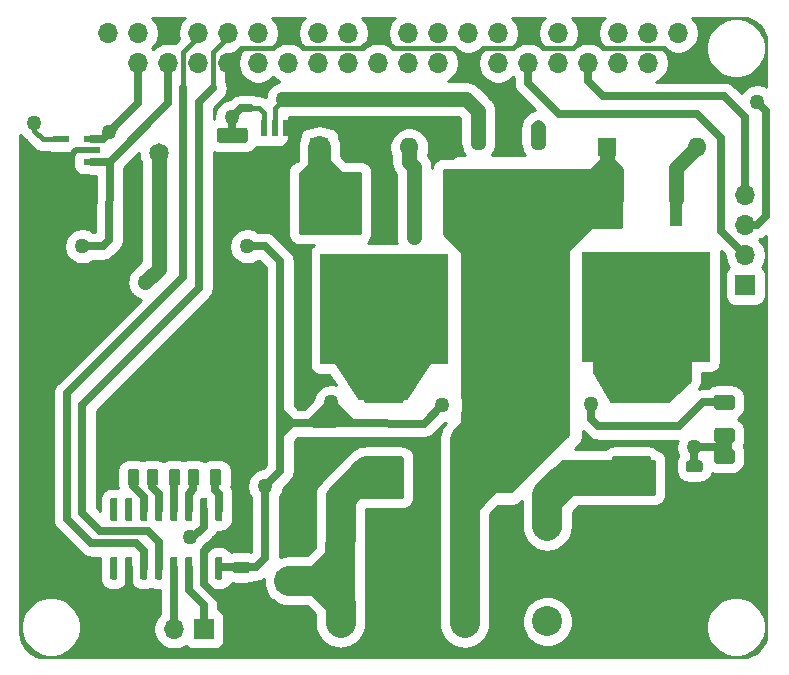
<source format=gbr>
G04 #@! TF.GenerationSoftware,KiCad,Pcbnew,5.1.5+dfsg1-2*
G04 #@! TF.CreationDate,2020-01-18T18:57:03+02:00*
G04 #@! TF.ProjectId,Morfeas_Rpi_Hat,4d6f7266-6561-4735-9f52-70695f486174,V1.0*
G04 #@! TF.SameCoordinates,Original*
G04 #@! TF.FileFunction,Copper,L1,Top*
G04 #@! TF.FilePolarity,Positive*
%FSLAX46Y46*%
G04 Gerber Fmt 4.6, Leading zero omitted, Abs format (unit mm)*
G04 Created by KiCad (PCBNEW 5.1.5+dfsg1-2) date 2020-01-18 18:57:03*
%MOMM*%
%LPD*%
G04 APERTURE LIST*
G04 #@! TA.AperFunction,SMDPad,CuDef*
%ADD10C,0.025400*%
G04 #@! TD*
G04 #@! TA.AperFunction,ComponentPad*
%ADD11C,1.650000*%
G04 #@! TD*
G04 #@! TA.AperFunction,ComponentPad*
%ADD12C,0.025400*%
G04 #@! TD*
G04 #@! TA.AperFunction,ComponentPad*
%ADD13O,1.700000X1.700000*%
G04 #@! TD*
G04 #@! TA.AperFunction,SMDPad,CuDef*
%ADD14R,0.558800X1.473200*%
G04 #@! TD*
G04 #@! TA.AperFunction,ComponentPad*
%ADD15C,2.540000*%
G04 #@! TD*
G04 #@! TA.AperFunction,ComponentPad*
%ADD16R,1.700000X1.700000*%
G04 #@! TD*
G04 #@! TA.AperFunction,SMDPad,CuDef*
%ADD17R,2.199640X1.600200*%
G04 #@! TD*
G04 #@! TA.AperFunction,ComponentPad*
%ADD18R,1.600000X1.600000*%
G04 #@! TD*
G04 #@! TA.AperFunction,ComponentPad*
%ADD19O,1.600000X1.600000*%
G04 #@! TD*
G04 #@! TA.AperFunction,SMDPad,CuDef*
%ADD20R,1.320800X0.558800*%
G04 #@! TD*
G04 #@! TA.AperFunction,SMDPad,CuDef*
%ADD21R,10.800000X9.400000*%
G04 #@! TD*
G04 #@! TA.AperFunction,SMDPad,CuDef*
%ADD22R,1.100000X4.600000*%
G04 #@! TD*
G04 #@! TA.AperFunction,ViaPad*
%ADD23C,1.270000*%
G04 #@! TD*
G04 #@! TA.AperFunction,Conductor*
%ADD24C,0.406400*%
G04 #@! TD*
G04 #@! TA.AperFunction,Conductor*
%ADD25C,0.635000*%
G04 #@! TD*
G04 #@! TA.AperFunction,Conductor*
%ADD26C,0.508000*%
G04 #@! TD*
G04 #@! TA.AperFunction,Conductor*
%ADD27C,1.270000*%
G04 #@! TD*
G04 #@! TA.AperFunction,Conductor*
%ADD28C,0.254000*%
G04 #@! TD*
G04 #@! TA.AperFunction,Conductor*
%ADD29C,2.540000*%
G04 #@! TD*
G04 #@! TA.AperFunction,Conductor*
%ADD30C,1.905000*%
G04 #@! TD*
G04 APERTURE END LIST*
G04 #@! TA.AperFunction,SMDPad,CuDef*
D10*
G04 #@! TO.P,C6,2*
G04 #@! TO.N,GND*
G36*
X141561504Y-76598204D02*
G01*
X141585773Y-76601804D01*
X141609571Y-76607765D01*
X141632671Y-76616030D01*
X141654849Y-76626520D01*
X141675893Y-76639133D01*
X141695598Y-76653747D01*
X141713777Y-76670223D01*
X141730253Y-76688402D01*
X141744867Y-76708107D01*
X141757480Y-76729151D01*
X141767970Y-76751329D01*
X141776235Y-76774429D01*
X141782196Y-76798227D01*
X141785796Y-76822496D01*
X141787000Y-76847000D01*
X141787000Y-77597000D01*
X141785796Y-77621504D01*
X141782196Y-77645773D01*
X141776235Y-77669571D01*
X141767970Y-77692671D01*
X141757480Y-77714849D01*
X141744867Y-77735893D01*
X141730253Y-77755598D01*
X141713777Y-77773777D01*
X141695598Y-77790253D01*
X141675893Y-77804867D01*
X141654849Y-77817480D01*
X141632671Y-77827970D01*
X141609571Y-77836235D01*
X141585773Y-77842196D01*
X141561504Y-77845796D01*
X141537000Y-77847000D01*
X139387000Y-77847000D01*
X139362496Y-77845796D01*
X139338227Y-77842196D01*
X139314429Y-77836235D01*
X139291329Y-77827970D01*
X139269151Y-77817480D01*
X139248107Y-77804867D01*
X139228402Y-77790253D01*
X139210223Y-77773777D01*
X139193747Y-77755598D01*
X139179133Y-77735893D01*
X139166520Y-77714849D01*
X139156030Y-77692671D01*
X139147765Y-77669571D01*
X139141804Y-77645773D01*
X139138204Y-77621504D01*
X139137000Y-77597000D01*
X139137000Y-76847000D01*
X139138204Y-76822496D01*
X139141804Y-76798227D01*
X139147765Y-76774429D01*
X139156030Y-76751329D01*
X139166520Y-76729151D01*
X139179133Y-76708107D01*
X139193747Y-76688402D01*
X139210223Y-76670223D01*
X139228402Y-76653747D01*
X139248107Y-76639133D01*
X139269151Y-76626520D01*
X139291329Y-76616030D01*
X139314429Y-76607765D01*
X139338227Y-76601804D01*
X139362496Y-76598204D01*
X139387000Y-76597000D01*
X141537000Y-76597000D01*
X141561504Y-76598204D01*
G37*
G04 #@! TD.AperFunction*
G04 #@! TA.AperFunction,SMDPad,CuDef*
G04 #@! TO.P,C6,1*
G04 #@! TO.N,+3V3*
G36*
X141561504Y-73798204D02*
G01*
X141585773Y-73801804D01*
X141609571Y-73807765D01*
X141632671Y-73816030D01*
X141654849Y-73826520D01*
X141675893Y-73839133D01*
X141695598Y-73853747D01*
X141713777Y-73870223D01*
X141730253Y-73888402D01*
X141744867Y-73908107D01*
X141757480Y-73929151D01*
X141767970Y-73951329D01*
X141776235Y-73974429D01*
X141782196Y-73998227D01*
X141785796Y-74022496D01*
X141787000Y-74047000D01*
X141787000Y-74797000D01*
X141785796Y-74821504D01*
X141782196Y-74845773D01*
X141776235Y-74869571D01*
X141767970Y-74892671D01*
X141757480Y-74914849D01*
X141744867Y-74935893D01*
X141730253Y-74955598D01*
X141713777Y-74973777D01*
X141695598Y-74990253D01*
X141675893Y-75004867D01*
X141654849Y-75017480D01*
X141632671Y-75027970D01*
X141609571Y-75036235D01*
X141585773Y-75042196D01*
X141561504Y-75045796D01*
X141537000Y-75047000D01*
X139387000Y-75047000D01*
X139362496Y-75045796D01*
X139338227Y-75042196D01*
X139314429Y-75036235D01*
X139291329Y-75027970D01*
X139269151Y-75017480D01*
X139248107Y-75004867D01*
X139228402Y-74990253D01*
X139210223Y-74973777D01*
X139193747Y-74955598D01*
X139179133Y-74935893D01*
X139166520Y-74914849D01*
X139156030Y-74892671D01*
X139147765Y-74869571D01*
X139141804Y-74845773D01*
X139138204Y-74821504D01*
X139137000Y-74797000D01*
X139137000Y-74047000D01*
X139138204Y-74022496D01*
X139141804Y-73998227D01*
X139147765Y-73974429D01*
X139156030Y-73951329D01*
X139166520Y-73929151D01*
X139179133Y-73908107D01*
X139193747Y-73888402D01*
X139210223Y-73870223D01*
X139228402Y-73853747D01*
X139248107Y-73839133D01*
X139269151Y-73826520D01*
X139291329Y-73816030D01*
X139314429Y-73807765D01*
X139338227Y-73801804D01*
X139362496Y-73798204D01*
X139387000Y-73797000D01*
X141537000Y-73797000D01*
X141561504Y-73798204D01*
G37*
G04 #@! TD.AperFunction*
G04 #@! TD*
D11*
G04 #@! TO.P,BT1,2*
G04 #@! TO.N,GND*
X134239000Y-95885000D03*
G04 #@! TO.P,BT1,1*
G04 #@! TO.N,Net-(BT1-Pad1)*
X134239000Y-75885000D03*
G04 #@! TD*
G04 #@! TA.AperFunction,ComponentPad*
D12*
G04 #@! TO.P,U2,3*
G04 #@! TO.N,+5V*
G36*
X161352242Y-73155058D02*
G01*
X161413883Y-73164201D01*
X161474332Y-73179343D01*
X161533005Y-73200336D01*
X161589338Y-73226980D01*
X161642788Y-73259017D01*
X161692841Y-73296138D01*
X161739014Y-73337987D01*
X161780863Y-73384160D01*
X161817984Y-73434213D01*
X161850021Y-73487663D01*
X161876665Y-73543996D01*
X161897658Y-73602669D01*
X161912800Y-73663118D01*
X161921943Y-73724759D01*
X161925001Y-73787000D01*
X161925001Y-75057000D01*
X161921943Y-75119241D01*
X161912800Y-75180882D01*
X161897658Y-75241331D01*
X161876665Y-75300004D01*
X161850021Y-75356337D01*
X161817984Y-75409787D01*
X161780863Y-75459840D01*
X161739014Y-75506013D01*
X161692841Y-75547862D01*
X161642788Y-75584983D01*
X161589338Y-75617020D01*
X161533005Y-75643664D01*
X161474332Y-75664657D01*
X161413883Y-75679799D01*
X161352242Y-75688942D01*
X161290001Y-75692000D01*
X161289999Y-75692000D01*
X161227758Y-75688942D01*
X161166117Y-75679799D01*
X161105668Y-75664657D01*
X161046995Y-75643664D01*
X160990662Y-75617020D01*
X160937212Y-75584983D01*
X160887159Y-75547862D01*
X160840986Y-75506013D01*
X160799137Y-75459840D01*
X160762016Y-75409787D01*
X160729979Y-75356337D01*
X160703335Y-75300004D01*
X160682342Y-75241331D01*
X160667200Y-75180882D01*
X160658057Y-75119241D01*
X160654999Y-75057000D01*
X160654999Y-73787000D01*
X160658057Y-73724759D01*
X160667200Y-73663118D01*
X160682342Y-73602669D01*
X160703335Y-73543996D01*
X160729979Y-73487663D01*
X160762016Y-73434213D01*
X160799137Y-73384160D01*
X160840986Y-73337987D01*
X160887159Y-73296138D01*
X160937212Y-73259017D01*
X160990662Y-73226980D01*
X161046995Y-73200336D01*
X161105668Y-73179343D01*
X161166117Y-73164201D01*
X161227758Y-73155058D01*
X161289999Y-73152000D01*
X161290001Y-73152000D01*
X161352242Y-73155058D01*
G37*
G04 #@! TD.AperFunction*
G04 #@! TA.AperFunction,ComponentPad*
G04 #@! TO.P,U2,2*
G04 #@! TO.N,GND*
G36*
X163892242Y-73155058D02*
G01*
X163953883Y-73164201D01*
X164014332Y-73179343D01*
X164073005Y-73200336D01*
X164129338Y-73226980D01*
X164182788Y-73259017D01*
X164232841Y-73296138D01*
X164279014Y-73337987D01*
X164320863Y-73384160D01*
X164357984Y-73434213D01*
X164390021Y-73487663D01*
X164416665Y-73543996D01*
X164437658Y-73602669D01*
X164452800Y-73663118D01*
X164461943Y-73724759D01*
X164465001Y-73787000D01*
X164465001Y-75057000D01*
X164461943Y-75119241D01*
X164452800Y-75180882D01*
X164437658Y-75241331D01*
X164416665Y-75300004D01*
X164390021Y-75356337D01*
X164357984Y-75409787D01*
X164320863Y-75459840D01*
X164279014Y-75506013D01*
X164232841Y-75547862D01*
X164182788Y-75584983D01*
X164129338Y-75617020D01*
X164073005Y-75643664D01*
X164014332Y-75664657D01*
X163953883Y-75679799D01*
X163892242Y-75688942D01*
X163830001Y-75692000D01*
X163829999Y-75692000D01*
X163767758Y-75688942D01*
X163706117Y-75679799D01*
X163645668Y-75664657D01*
X163586995Y-75643664D01*
X163530662Y-75617020D01*
X163477212Y-75584983D01*
X163427159Y-75547862D01*
X163380986Y-75506013D01*
X163339137Y-75459840D01*
X163302016Y-75409787D01*
X163269979Y-75356337D01*
X163243335Y-75300004D01*
X163222342Y-75241331D01*
X163207200Y-75180882D01*
X163198057Y-75119241D01*
X163194999Y-75057000D01*
X163194999Y-73787000D01*
X163198057Y-73724759D01*
X163207200Y-73663118D01*
X163222342Y-73602669D01*
X163243335Y-73543996D01*
X163269979Y-73487663D01*
X163302016Y-73434213D01*
X163339137Y-73384160D01*
X163380986Y-73337987D01*
X163427159Y-73296138D01*
X163477212Y-73259017D01*
X163530662Y-73226980D01*
X163586995Y-73200336D01*
X163645668Y-73179343D01*
X163706117Y-73164201D01*
X163767758Y-73155058D01*
X163829999Y-73152000D01*
X163830001Y-73152000D01*
X163892242Y-73155058D01*
G37*
G04 #@! TD.AperFunction*
G04 #@! TA.AperFunction,ComponentPad*
G04 #@! TO.P,U2,1*
G04 #@! TO.N,Net-(C2-Pad1)*
G36*
X166432242Y-73155058D02*
G01*
X166493883Y-73164201D01*
X166554332Y-73179343D01*
X166613005Y-73200336D01*
X166669338Y-73226980D01*
X166722788Y-73259017D01*
X166772841Y-73296138D01*
X166819014Y-73337987D01*
X166860863Y-73384160D01*
X166897984Y-73434213D01*
X166930021Y-73487663D01*
X166956665Y-73543996D01*
X166977658Y-73602669D01*
X166992800Y-73663118D01*
X167001943Y-73724759D01*
X167005001Y-73787000D01*
X167005001Y-75057000D01*
X167001943Y-75119241D01*
X166992800Y-75180882D01*
X166977658Y-75241331D01*
X166956665Y-75300004D01*
X166930021Y-75356337D01*
X166897984Y-75409787D01*
X166860863Y-75459840D01*
X166819014Y-75506013D01*
X166772841Y-75547862D01*
X166722788Y-75584983D01*
X166669338Y-75617020D01*
X166613005Y-75643664D01*
X166554332Y-75664657D01*
X166493883Y-75679799D01*
X166432242Y-75688942D01*
X166370001Y-75692000D01*
X166369999Y-75692000D01*
X166307758Y-75688942D01*
X166246117Y-75679799D01*
X166185668Y-75664657D01*
X166126995Y-75643664D01*
X166070662Y-75617020D01*
X166017212Y-75584983D01*
X165967159Y-75547862D01*
X165920986Y-75506013D01*
X165879137Y-75459840D01*
X165842016Y-75409787D01*
X165809979Y-75356337D01*
X165783335Y-75300004D01*
X165762342Y-75241331D01*
X165747200Y-75180882D01*
X165738057Y-75119241D01*
X165734999Y-75057000D01*
X165734999Y-73787000D01*
X165738057Y-73724759D01*
X165747200Y-73663118D01*
X165762342Y-73602669D01*
X165783335Y-73543996D01*
X165809979Y-73487663D01*
X165842016Y-73434213D01*
X165879137Y-73384160D01*
X165920986Y-73337987D01*
X165967159Y-73296138D01*
X166017212Y-73259017D01*
X166070662Y-73226980D01*
X166126995Y-73200336D01*
X166185668Y-73179343D01*
X166246117Y-73164201D01*
X166307758Y-73155058D01*
X166369999Y-73152000D01*
X166370001Y-73152000D01*
X166432242Y-73155058D01*
G37*
G04 #@! TD.AperFunction*
G04 #@! TD*
D13*
G04 #@! TO.P,J2,2*
G04 #@! TO.N,+5V*
X129964000Y-65770000D03*
G04 #@! TO.P,J2,3*
G04 #@! TO.N,SDA*
X132504000Y-68310000D03*
G04 #@! TO.P,J2,4*
G04 #@! TO.N,+5V*
X132504000Y-65770000D03*
G04 #@! TO.P,J2,5*
G04 #@! TO.N,SCL*
X135044000Y-68310000D03*
G04 #@! TO.P,J2,6*
G04 #@! TO.N,GND*
X135044000Y-65770000D03*
G04 #@! TO.P,J2,7*
G04 #@! TO.N,N/C*
X137584000Y-68310000D03*
G04 #@! TO.P,J2,8*
G04 #@! TO.N,TXD*
X137584000Y-65770000D03*
G04 #@! TO.P,J2,9*
G04 #@! TO.N,GND*
X140124000Y-68310000D03*
G04 #@! TO.P,J2,10*
G04 #@! TO.N,RXD*
X140124000Y-65770000D03*
G04 #@! TO.P,J2,11*
G04 #@! TO.N,N/C*
X142664000Y-68310000D03*
G04 #@! TO.P,J2,12*
X142664000Y-65770000D03*
G04 #@! TO.P,J2,13*
X145204000Y-68310000D03*
G04 #@! TO.P,J2,14*
G04 #@! TO.N,GND*
X145204000Y-65770000D03*
G04 #@! TO.P,J2,15*
G04 #@! TO.N,N/C*
X147744000Y-68310000D03*
G04 #@! TO.P,J2,16*
X147744000Y-65770000D03*
G04 #@! TO.P,J2,17*
X150284000Y-68310000D03*
G04 #@! TO.P,J2,18*
X150284000Y-65770000D03*
G04 #@! TO.P,J2,19*
X152824000Y-68310000D03*
G04 #@! TO.P,J2,20*
G04 #@! TO.N,GND*
X152824000Y-65770000D03*
G04 #@! TO.P,J2,21*
G04 #@! TO.N,N/C*
X155364000Y-68310000D03*
G04 #@! TO.P,J2,22*
X155364000Y-65770000D03*
G04 #@! TO.P,J2,23*
X157904000Y-68310000D03*
G04 #@! TO.P,J2,24*
X157904000Y-65770000D03*
G04 #@! TO.P,J2,25*
G04 #@! TO.N,GND*
X160444000Y-68310000D03*
G04 #@! TO.P,J2,26*
G04 #@! TO.N,N/C*
X160444000Y-65770000D03*
G04 #@! TO.P,J2,27*
X162984000Y-68310000D03*
G04 #@! TO.P,J2,28*
X162984000Y-65770000D03*
G04 #@! TO.P,J2,29*
G04 #@! TO.N,R*
X165524000Y-68310000D03*
G04 #@! TO.P,J2,30*
G04 #@! TO.N,GND*
X165524000Y-65770000D03*
G04 #@! TO.P,J2,31*
G04 #@! TO.N,G*
X168064000Y-68310000D03*
G04 #@! TO.P,J2,32*
G04 #@! TO.N,N/C*
X168064000Y-65770000D03*
G04 #@! TO.P,J2,33*
G04 #@! TO.N,B*
X170604000Y-68310000D03*
G04 #@! TO.P,J2,34*
G04 #@! TO.N,GND*
X170604000Y-65770000D03*
G04 #@! TO.P,J2,35*
G04 #@! TO.N,N/C*
X173144000Y-68310000D03*
G04 #@! TO.P,J2,36*
X173144000Y-65770000D03*
G04 #@! TO.P,J2,37*
X175684000Y-68310000D03*
G04 #@! TO.P,J2,38*
X175684000Y-65770000D03*
G04 #@! TO.P,J2,39*
G04 #@! TO.N,GND*
X178224000Y-68310000D03*
G04 #@! TO.P,J2,40*
G04 #@! TO.N,N/C*
X178224000Y-65770000D03*
G04 #@! TD*
D14*
G04 #@! TO.P,U3,1*
G04 #@! TO.N,GND*
X145034000Y-73812400D03*
G04 #@! TO.P,U3,2*
G04 #@! TO.N,+5V*
X144083999Y-73812400D03*
G04 #@! TO.P,U3,3*
G04 #@! TO.N,+3V3*
X143133998Y-73812400D03*
G04 #@! TO.P,U3,1*
G04 #@! TO.N,GND*
X143133998Y-76047600D03*
X145034000Y-76047600D03*
G04 #@! TD*
D15*
G04 #@! TO.P,J1,8*
G04 #@! TO.N,GND*
X174124000Y-115570000D03*
G04 #@! TO.P,J1,7*
X170624000Y-115570000D03*
G04 #@! TO.P,J1,6*
G04 #@! TO.N,/CAN0_P+*
X167124000Y-115570000D03*
G04 #@! TO.P,J1,5*
G04 #@! TO.N,GND*
X163624000Y-115570000D03*
G04 #@! TO.P,J1,4*
G04 #@! TO.N,+24V*
X160124000Y-115570000D03*
G04 #@! TO.P,J1,3*
G04 #@! TO.N,GND*
X156624000Y-115570000D03*
G04 #@! TO.P,J1,2*
X153124000Y-115570000D03*
G04 #@! TO.P,J1,1*
G04 #@! TO.N,/CAN1_P+*
X149624000Y-115570000D03*
G04 #@! TA.AperFunction,ComponentPad*
D12*
G36*
X149748483Y-106106114D02*
G01*
X149871766Y-106124402D01*
X149992663Y-106154685D01*
X150110009Y-106196672D01*
X150222675Y-106249959D01*
X150329575Y-106314033D01*
X150429680Y-106388276D01*
X150522027Y-106471973D01*
X150605724Y-106564320D01*
X150679967Y-106664425D01*
X150744041Y-106771325D01*
X150797328Y-106883991D01*
X150839315Y-107001337D01*
X150869598Y-107122234D01*
X150887886Y-107245517D01*
X150894001Y-107369999D01*
X150894001Y-107370001D01*
X150887886Y-107494483D01*
X150869598Y-107617766D01*
X150839315Y-107738663D01*
X150797328Y-107856009D01*
X150744041Y-107968675D01*
X150679967Y-108075575D01*
X150605724Y-108175680D01*
X150522027Y-108268027D01*
X150429680Y-108351724D01*
X150329575Y-108425967D01*
X150222675Y-108490041D01*
X150110009Y-108543328D01*
X149992663Y-108585315D01*
X149871766Y-108615598D01*
X149748483Y-108633886D01*
X149624001Y-108640001D01*
X149623999Y-108640001D01*
X149499517Y-108633886D01*
X149376234Y-108615598D01*
X149255337Y-108585315D01*
X149137991Y-108543328D01*
X149025325Y-108490041D01*
X148918425Y-108425967D01*
X148818320Y-108351724D01*
X148725973Y-108268027D01*
X148642276Y-108175680D01*
X148568033Y-108075575D01*
X148503959Y-107968675D01*
X148450672Y-107856009D01*
X148408685Y-107738663D01*
X148378402Y-107617766D01*
X148360114Y-107494483D01*
X148353999Y-107370001D01*
X148353999Y-107369999D01*
X148360114Y-107245517D01*
X148378402Y-107122234D01*
X148408685Y-107001337D01*
X148450672Y-106883991D01*
X148503959Y-106771325D01*
X148568033Y-106664425D01*
X148642276Y-106564320D01*
X148725973Y-106471973D01*
X148818320Y-106388276D01*
X148918425Y-106314033D01*
X149025325Y-106249959D01*
X149137991Y-106196672D01*
X149255337Y-106154685D01*
X149376234Y-106124402D01*
X149499517Y-106106114D01*
X149623999Y-106099999D01*
X149624001Y-106099999D01*
X149748483Y-106106114D01*
G37*
G04 #@! TD.AperFunction*
G04 #@! TA.AperFunction,ComponentPad*
G04 #@! TO.P,J1,2*
G04 #@! TO.N,GND*
G36*
X153248483Y-106106114D02*
G01*
X153371766Y-106124402D01*
X153492663Y-106154685D01*
X153610009Y-106196672D01*
X153722675Y-106249959D01*
X153829575Y-106314033D01*
X153929680Y-106388276D01*
X154022027Y-106471973D01*
X154105724Y-106564320D01*
X154179967Y-106664425D01*
X154244041Y-106771325D01*
X154297328Y-106883991D01*
X154339315Y-107001337D01*
X154369598Y-107122234D01*
X154387886Y-107245517D01*
X154394001Y-107369999D01*
X154394001Y-107370001D01*
X154387886Y-107494483D01*
X154369598Y-107617766D01*
X154339315Y-107738663D01*
X154297328Y-107856009D01*
X154244041Y-107968675D01*
X154179967Y-108075575D01*
X154105724Y-108175680D01*
X154022027Y-108268027D01*
X153929680Y-108351724D01*
X153829575Y-108425967D01*
X153722675Y-108490041D01*
X153610009Y-108543328D01*
X153492663Y-108585315D01*
X153371766Y-108615598D01*
X153248483Y-108633886D01*
X153124001Y-108640001D01*
X153123999Y-108640001D01*
X152999517Y-108633886D01*
X152876234Y-108615598D01*
X152755337Y-108585315D01*
X152637991Y-108543328D01*
X152525325Y-108490041D01*
X152418425Y-108425967D01*
X152318320Y-108351724D01*
X152225973Y-108268027D01*
X152142276Y-108175680D01*
X152068033Y-108075575D01*
X152003959Y-107968675D01*
X151950672Y-107856009D01*
X151908685Y-107738663D01*
X151878402Y-107617766D01*
X151860114Y-107494483D01*
X151853999Y-107370001D01*
X151853999Y-107369999D01*
X151860114Y-107245517D01*
X151878402Y-107122234D01*
X151908685Y-107001337D01*
X151950672Y-106883991D01*
X152003959Y-106771325D01*
X152068033Y-106664425D01*
X152142276Y-106564320D01*
X152225973Y-106471973D01*
X152318320Y-106388276D01*
X152418425Y-106314033D01*
X152525325Y-106249959D01*
X152637991Y-106196672D01*
X152755337Y-106154685D01*
X152876234Y-106124402D01*
X152999517Y-106106114D01*
X153123999Y-106099999D01*
X153124001Y-106099999D01*
X153248483Y-106106114D01*
G37*
G04 #@! TD.AperFunction*
G04 #@! TA.AperFunction,ComponentPad*
G04 #@! TO.P,J1,3*
G36*
X156748483Y-106106114D02*
G01*
X156871766Y-106124402D01*
X156992663Y-106154685D01*
X157110009Y-106196672D01*
X157222675Y-106249959D01*
X157329575Y-106314033D01*
X157429680Y-106388276D01*
X157522027Y-106471973D01*
X157605724Y-106564320D01*
X157679967Y-106664425D01*
X157744041Y-106771325D01*
X157797328Y-106883991D01*
X157839315Y-107001337D01*
X157869598Y-107122234D01*
X157887886Y-107245517D01*
X157894001Y-107369999D01*
X157894001Y-107370001D01*
X157887886Y-107494483D01*
X157869598Y-107617766D01*
X157839315Y-107738663D01*
X157797328Y-107856009D01*
X157744041Y-107968675D01*
X157679967Y-108075575D01*
X157605724Y-108175680D01*
X157522027Y-108268027D01*
X157429680Y-108351724D01*
X157329575Y-108425967D01*
X157222675Y-108490041D01*
X157110009Y-108543328D01*
X156992663Y-108585315D01*
X156871766Y-108615598D01*
X156748483Y-108633886D01*
X156624001Y-108640001D01*
X156623999Y-108640001D01*
X156499517Y-108633886D01*
X156376234Y-108615598D01*
X156255337Y-108585315D01*
X156137991Y-108543328D01*
X156025325Y-108490041D01*
X155918425Y-108425967D01*
X155818320Y-108351724D01*
X155725973Y-108268027D01*
X155642276Y-108175680D01*
X155568033Y-108075575D01*
X155503959Y-107968675D01*
X155450672Y-107856009D01*
X155408685Y-107738663D01*
X155378402Y-107617766D01*
X155360114Y-107494483D01*
X155353999Y-107370001D01*
X155353999Y-107369999D01*
X155360114Y-107245517D01*
X155378402Y-107122234D01*
X155408685Y-107001337D01*
X155450672Y-106883991D01*
X155503959Y-106771325D01*
X155568033Y-106664425D01*
X155642276Y-106564320D01*
X155725973Y-106471973D01*
X155818320Y-106388276D01*
X155918425Y-106314033D01*
X156025325Y-106249959D01*
X156137991Y-106196672D01*
X156255337Y-106154685D01*
X156376234Y-106124402D01*
X156499517Y-106106114D01*
X156623999Y-106099999D01*
X156624001Y-106099999D01*
X156748483Y-106106114D01*
G37*
G04 #@! TD.AperFunction*
G04 #@! TA.AperFunction,ComponentPad*
G04 #@! TO.P,J1,4*
G04 #@! TO.N,+24V*
G36*
X160248483Y-106106114D02*
G01*
X160371766Y-106124402D01*
X160492663Y-106154685D01*
X160610009Y-106196672D01*
X160722675Y-106249959D01*
X160829575Y-106314033D01*
X160929680Y-106388276D01*
X161022027Y-106471973D01*
X161105724Y-106564320D01*
X161179967Y-106664425D01*
X161244041Y-106771325D01*
X161297328Y-106883991D01*
X161339315Y-107001337D01*
X161369598Y-107122234D01*
X161387886Y-107245517D01*
X161394001Y-107369999D01*
X161394001Y-107370001D01*
X161387886Y-107494483D01*
X161369598Y-107617766D01*
X161339315Y-107738663D01*
X161297328Y-107856009D01*
X161244041Y-107968675D01*
X161179967Y-108075575D01*
X161105724Y-108175680D01*
X161022027Y-108268027D01*
X160929680Y-108351724D01*
X160829575Y-108425967D01*
X160722675Y-108490041D01*
X160610009Y-108543328D01*
X160492663Y-108585315D01*
X160371766Y-108615598D01*
X160248483Y-108633886D01*
X160124001Y-108640001D01*
X160123999Y-108640001D01*
X159999517Y-108633886D01*
X159876234Y-108615598D01*
X159755337Y-108585315D01*
X159637991Y-108543328D01*
X159525325Y-108490041D01*
X159418425Y-108425967D01*
X159318320Y-108351724D01*
X159225973Y-108268027D01*
X159142276Y-108175680D01*
X159068033Y-108075575D01*
X159003959Y-107968675D01*
X158950672Y-107856009D01*
X158908685Y-107738663D01*
X158878402Y-107617766D01*
X158860114Y-107494483D01*
X158853999Y-107370001D01*
X158853999Y-107369999D01*
X158860114Y-107245517D01*
X158878402Y-107122234D01*
X158908685Y-107001337D01*
X158950672Y-106883991D01*
X159003959Y-106771325D01*
X159068033Y-106664425D01*
X159142276Y-106564320D01*
X159225973Y-106471973D01*
X159318320Y-106388276D01*
X159418425Y-106314033D01*
X159525325Y-106249959D01*
X159637991Y-106196672D01*
X159755337Y-106154685D01*
X159876234Y-106124402D01*
X159999517Y-106106114D01*
X160123999Y-106099999D01*
X160124001Y-106099999D01*
X160248483Y-106106114D01*
G37*
G04 #@! TD.AperFunction*
G04 #@! TA.AperFunction,ComponentPad*
G04 #@! TO.P,J1,5*
G04 #@! TO.N,GND*
G36*
X163748483Y-106106114D02*
G01*
X163871766Y-106124402D01*
X163992663Y-106154685D01*
X164110009Y-106196672D01*
X164222675Y-106249959D01*
X164329575Y-106314033D01*
X164429680Y-106388276D01*
X164522027Y-106471973D01*
X164605724Y-106564320D01*
X164679967Y-106664425D01*
X164744041Y-106771325D01*
X164797328Y-106883991D01*
X164839315Y-107001337D01*
X164869598Y-107122234D01*
X164887886Y-107245517D01*
X164894001Y-107369999D01*
X164894001Y-107370001D01*
X164887886Y-107494483D01*
X164869598Y-107617766D01*
X164839315Y-107738663D01*
X164797328Y-107856009D01*
X164744041Y-107968675D01*
X164679967Y-108075575D01*
X164605724Y-108175680D01*
X164522027Y-108268027D01*
X164429680Y-108351724D01*
X164329575Y-108425967D01*
X164222675Y-108490041D01*
X164110009Y-108543328D01*
X163992663Y-108585315D01*
X163871766Y-108615598D01*
X163748483Y-108633886D01*
X163624001Y-108640001D01*
X163623999Y-108640001D01*
X163499517Y-108633886D01*
X163376234Y-108615598D01*
X163255337Y-108585315D01*
X163137991Y-108543328D01*
X163025325Y-108490041D01*
X162918425Y-108425967D01*
X162818320Y-108351724D01*
X162725973Y-108268027D01*
X162642276Y-108175680D01*
X162568033Y-108075575D01*
X162503959Y-107968675D01*
X162450672Y-107856009D01*
X162408685Y-107738663D01*
X162378402Y-107617766D01*
X162360114Y-107494483D01*
X162353999Y-107370001D01*
X162353999Y-107369999D01*
X162360114Y-107245517D01*
X162378402Y-107122234D01*
X162408685Y-107001337D01*
X162450672Y-106883991D01*
X162503959Y-106771325D01*
X162568033Y-106664425D01*
X162642276Y-106564320D01*
X162725973Y-106471973D01*
X162818320Y-106388276D01*
X162918425Y-106314033D01*
X163025325Y-106249959D01*
X163137991Y-106196672D01*
X163255337Y-106154685D01*
X163376234Y-106124402D01*
X163499517Y-106106114D01*
X163623999Y-106099999D01*
X163624001Y-106099999D01*
X163748483Y-106106114D01*
G37*
G04 #@! TD.AperFunction*
G04 #@! TA.AperFunction,ComponentPad*
G04 #@! TO.P,J1,6*
G04 #@! TO.N,/CAN0_P+*
G36*
X167248483Y-106106114D02*
G01*
X167371766Y-106124402D01*
X167492663Y-106154685D01*
X167610009Y-106196672D01*
X167722675Y-106249959D01*
X167829575Y-106314033D01*
X167929680Y-106388276D01*
X168022027Y-106471973D01*
X168105724Y-106564320D01*
X168179967Y-106664425D01*
X168244041Y-106771325D01*
X168297328Y-106883991D01*
X168339315Y-107001337D01*
X168369598Y-107122234D01*
X168387886Y-107245517D01*
X168394001Y-107369999D01*
X168394001Y-107370001D01*
X168387886Y-107494483D01*
X168369598Y-107617766D01*
X168339315Y-107738663D01*
X168297328Y-107856009D01*
X168244041Y-107968675D01*
X168179967Y-108075575D01*
X168105724Y-108175680D01*
X168022027Y-108268027D01*
X167929680Y-108351724D01*
X167829575Y-108425967D01*
X167722675Y-108490041D01*
X167610009Y-108543328D01*
X167492663Y-108585315D01*
X167371766Y-108615598D01*
X167248483Y-108633886D01*
X167124001Y-108640001D01*
X167123999Y-108640001D01*
X166999517Y-108633886D01*
X166876234Y-108615598D01*
X166755337Y-108585315D01*
X166637991Y-108543328D01*
X166525325Y-108490041D01*
X166418425Y-108425967D01*
X166318320Y-108351724D01*
X166225973Y-108268027D01*
X166142276Y-108175680D01*
X166068033Y-108075575D01*
X166003959Y-107968675D01*
X165950672Y-107856009D01*
X165908685Y-107738663D01*
X165878402Y-107617766D01*
X165860114Y-107494483D01*
X165853999Y-107370001D01*
X165853999Y-107369999D01*
X165860114Y-107245517D01*
X165878402Y-107122234D01*
X165908685Y-107001337D01*
X165950672Y-106883991D01*
X166003959Y-106771325D01*
X166068033Y-106664425D01*
X166142276Y-106564320D01*
X166225973Y-106471973D01*
X166318320Y-106388276D01*
X166418425Y-106314033D01*
X166525325Y-106249959D01*
X166637991Y-106196672D01*
X166755337Y-106154685D01*
X166876234Y-106124402D01*
X166999517Y-106106114D01*
X167123999Y-106099999D01*
X167124001Y-106099999D01*
X167248483Y-106106114D01*
G37*
G04 #@! TD.AperFunction*
G04 #@! TA.AperFunction,ComponentPad*
G04 #@! TO.P,J1,7*
G04 #@! TO.N,GND*
G36*
X170748483Y-106106114D02*
G01*
X170871766Y-106124402D01*
X170992663Y-106154685D01*
X171110009Y-106196672D01*
X171222675Y-106249959D01*
X171329575Y-106314033D01*
X171429680Y-106388276D01*
X171522027Y-106471973D01*
X171605724Y-106564320D01*
X171679967Y-106664425D01*
X171744041Y-106771325D01*
X171797328Y-106883991D01*
X171839315Y-107001337D01*
X171869598Y-107122234D01*
X171887886Y-107245517D01*
X171894001Y-107369999D01*
X171894001Y-107370001D01*
X171887886Y-107494483D01*
X171869598Y-107617766D01*
X171839315Y-107738663D01*
X171797328Y-107856009D01*
X171744041Y-107968675D01*
X171679967Y-108075575D01*
X171605724Y-108175680D01*
X171522027Y-108268027D01*
X171429680Y-108351724D01*
X171329575Y-108425967D01*
X171222675Y-108490041D01*
X171110009Y-108543328D01*
X170992663Y-108585315D01*
X170871766Y-108615598D01*
X170748483Y-108633886D01*
X170624001Y-108640001D01*
X170623999Y-108640001D01*
X170499517Y-108633886D01*
X170376234Y-108615598D01*
X170255337Y-108585315D01*
X170137991Y-108543328D01*
X170025325Y-108490041D01*
X169918425Y-108425967D01*
X169818320Y-108351724D01*
X169725973Y-108268027D01*
X169642276Y-108175680D01*
X169568033Y-108075575D01*
X169503959Y-107968675D01*
X169450672Y-107856009D01*
X169408685Y-107738663D01*
X169378402Y-107617766D01*
X169360114Y-107494483D01*
X169353999Y-107370001D01*
X169353999Y-107369999D01*
X169360114Y-107245517D01*
X169378402Y-107122234D01*
X169408685Y-107001337D01*
X169450672Y-106883991D01*
X169503959Y-106771325D01*
X169568033Y-106664425D01*
X169642276Y-106564320D01*
X169725973Y-106471973D01*
X169818320Y-106388276D01*
X169918425Y-106314033D01*
X170025325Y-106249959D01*
X170137991Y-106196672D01*
X170255337Y-106154685D01*
X170376234Y-106124402D01*
X170499517Y-106106114D01*
X170623999Y-106099999D01*
X170624001Y-106099999D01*
X170748483Y-106106114D01*
G37*
G04 #@! TD.AperFunction*
G04 #@! TA.AperFunction,ComponentPad*
G04 #@! TO.P,J1,8*
G36*
X174248483Y-106106114D02*
G01*
X174371766Y-106124402D01*
X174492663Y-106154685D01*
X174610009Y-106196672D01*
X174722675Y-106249959D01*
X174829575Y-106314033D01*
X174929680Y-106388276D01*
X175022027Y-106471973D01*
X175105724Y-106564320D01*
X175179967Y-106664425D01*
X175244041Y-106771325D01*
X175297328Y-106883991D01*
X175339315Y-107001337D01*
X175369598Y-107122234D01*
X175387886Y-107245517D01*
X175394001Y-107369999D01*
X175394001Y-107370001D01*
X175387886Y-107494483D01*
X175369598Y-107617766D01*
X175339315Y-107738663D01*
X175297328Y-107856009D01*
X175244041Y-107968675D01*
X175179967Y-108075575D01*
X175105724Y-108175680D01*
X175022027Y-108268027D01*
X174929680Y-108351724D01*
X174829575Y-108425967D01*
X174722675Y-108490041D01*
X174610009Y-108543328D01*
X174492663Y-108585315D01*
X174371766Y-108615598D01*
X174248483Y-108633886D01*
X174124001Y-108640001D01*
X174123999Y-108640001D01*
X173999517Y-108633886D01*
X173876234Y-108615598D01*
X173755337Y-108585315D01*
X173637991Y-108543328D01*
X173525325Y-108490041D01*
X173418425Y-108425967D01*
X173318320Y-108351724D01*
X173225973Y-108268027D01*
X173142276Y-108175680D01*
X173068033Y-108075575D01*
X173003959Y-107968675D01*
X172950672Y-107856009D01*
X172908685Y-107738663D01*
X172878402Y-107617766D01*
X172860114Y-107494483D01*
X172853999Y-107370001D01*
X172853999Y-107369999D01*
X172860114Y-107245517D01*
X172878402Y-107122234D01*
X172908685Y-107001337D01*
X172950672Y-106883991D01*
X173003959Y-106771325D01*
X173068033Y-106664425D01*
X173142276Y-106564320D01*
X173225973Y-106471973D01*
X173318320Y-106388276D01*
X173418425Y-106314033D01*
X173525325Y-106249959D01*
X173637991Y-106196672D01*
X173755337Y-106154685D01*
X173876234Y-106124402D01*
X173999517Y-106106114D01*
X174123999Y-106099999D01*
X174124001Y-106099999D01*
X174248483Y-106106114D01*
G37*
G04 #@! TD.AperFunction*
G04 #@! TD*
D13*
G04 #@! TO.P,J5,3*
G04 #@! TO.N,GND*
X132969000Y-116205000D03*
G04 #@! TO.P,J5,2*
G04 #@! TO.N,Net-(J5-Pad2)*
X135509000Y-116205000D03*
D16*
G04 #@! TO.P,J5,1*
G04 #@! TO.N,Net-(J5-Pad1)*
X138049000Y-116205000D03*
G04 #@! TD*
D17*
G04 #@! TO.P,D6,1*
G04 #@! TO.N,/CAN1_P+*
X145288000Y-112146080D03*
G04 #@! TO.P,D6,2*
G04 #@! TO.N,GND*
X145288000Y-115945920D03*
G04 #@! TD*
G04 #@! TA.AperFunction,SMDPad,CuDef*
D10*
G04 #@! TO.P,U4,16*
G04 #@! TO.N,+3V3*
G36*
X139483703Y-110085722D02*
G01*
X139498264Y-110087882D01*
X139512543Y-110091459D01*
X139526403Y-110096418D01*
X139539710Y-110102712D01*
X139552336Y-110110280D01*
X139564159Y-110119048D01*
X139575066Y-110128934D01*
X139584952Y-110139841D01*
X139593720Y-110151664D01*
X139601288Y-110164290D01*
X139607582Y-110177597D01*
X139612541Y-110191457D01*
X139616118Y-110205736D01*
X139618278Y-110220297D01*
X139619000Y-110235000D01*
X139619000Y-111885000D01*
X139618278Y-111899703D01*
X139616118Y-111914264D01*
X139612541Y-111928543D01*
X139607582Y-111942403D01*
X139601288Y-111955710D01*
X139593720Y-111968336D01*
X139584952Y-111980159D01*
X139575066Y-111991066D01*
X139564159Y-112000952D01*
X139552336Y-112009720D01*
X139539710Y-112017288D01*
X139526403Y-112023582D01*
X139512543Y-112028541D01*
X139498264Y-112032118D01*
X139483703Y-112034278D01*
X139469000Y-112035000D01*
X139169000Y-112035000D01*
X139154297Y-112034278D01*
X139139736Y-112032118D01*
X139125457Y-112028541D01*
X139111597Y-112023582D01*
X139098290Y-112017288D01*
X139085664Y-112009720D01*
X139073841Y-112000952D01*
X139062934Y-111991066D01*
X139053048Y-111980159D01*
X139044280Y-111968336D01*
X139036712Y-111955710D01*
X139030418Y-111942403D01*
X139025459Y-111928543D01*
X139021882Y-111914264D01*
X139019722Y-111899703D01*
X139019000Y-111885000D01*
X139019000Y-110235000D01*
X139019722Y-110220297D01*
X139021882Y-110205736D01*
X139025459Y-110191457D01*
X139030418Y-110177597D01*
X139036712Y-110164290D01*
X139044280Y-110151664D01*
X139053048Y-110139841D01*
X139062934Y-110128934D01*
X139073841Y-110119048D01*
X139085664Y-110110280D01*
X139098290Y-110102712D01*
X139111597Y-110096418D01*
X139125457Y-110091459D01*
X139139736Y-110087882D01*
X139154297Y-110085722D01*
X139169000Y-110085000D01*
X139469000Y-110085000D01*
X139483703Y-110085722D01*
G37*
G04 #@! TD.AperFunction*
G04 #@! TA.AperFunction,SMDPad,CuDef*
G04 #@! TO.P,U4,15*
G04 #@! TO.N,GND*
G36*
X138213703Y-110085722D02*
G01*
X138228264Y-110087882D01*
X138242543Y-110091459D01*
X138256403Y-110096418D01*
X138269710Y-110102712D01*
X138282336Y-110110280D01*
X138294159Y-110119048D01*
X138305066Y-110128934D01*
X138314952Y-110139841D01*
X138323720Y-110151664D01*
X138331288Y-110164290D01*
X138337582Y-110177597D01*
X138342541Y-110191457D01*
X138346118Y-110205736D01*
X138348278Y-110220297D01*
X138349000Y-110235000D01*
X138349000Y-111885000D01*
X138348278Y-111899703D01*
X138346118Y-111914264D01*
X138342541Y-111928543D01*
X138337582Y-111942403D01*
X138331288Y-111955710D01*
X138323720Y-111968336D01*
X138314952Y-111980159D01*
X138305066Y-111991066D01*
X138294159Y-112000952D01*
X138282336Y-112009720D01*
X138269710Y-112017288D01*
X138256403Y-112023582D01*
X138242543Y-112028541D01*
X138228264Y-112032118D01*
X138213703Y-112034278D01*
X138199000Y-112035000D01*
X137899000Y-112035000D01*
X137884297Y-112034278D01*
X137869736Y-112032118D01*
X137855457Y-112028541D01*
X137841597Y-112023582D01*
X137828290Y-112017288D01*
X137815664Y-112009720D01*
X137803841Y-112000952D01*
X137792934Y-111991066D01*
X137783048Y-111980159D01*
X137774280Y-111968336D01*
X137766712Y-111955710D01*
X137760418Y-111942403D01*
X137755459Y-111928543D01*
X137751882Y-111914264D01*
X137749722Y-111899703D01*
X137749000Y-111885000D01*
X137749000Y-110235000D01*
X137749722Y-110220297D01*
X137751882Y-110205736D01*
X137755459Y-110191457D01*
X137760418Y-110177597D01*
X137766712Y-110164290D01*
X137774280Y-110151664D01*
X137783048Y-110139841D01*
X137792934Y-110128934D01*
X137803841Y-110119048D01*
X137815664Y-110110280D01*
X137828290Y-110102712D01*
X137841597Y-110096418D01*
X137855457Y-110091459D01*
X137869736Y-110087882D01*
X137884297Y-110085722D01*
X137899000Y-110085000D01*
X138199000Y-110085000D01*
X138213703Y-110085722D01*
G37*
G04 #@! TD.AperFunction*
G04 #@! TA.AperFunction,SMDPad,CuDef*
G04 #@! TO.P,U4,14*
G04 #@! TO.N,Net-(J5-Pad1)*
G36*
X136943703Y-110085722D02*
G01*
X136958264Y-110087882D01*
X136972543Y-110091459D01*
X136986403Y-110096418D01*
X136999710Y-110102712D01*
X137012336Y-110110280D01*
X137024159Y-110119048D01*
X137035066Y-110128934D01*
X137044952Y-110139841D01*
X137053720Y-110151664D01*
X137061288Y-110164290D01*
X137067582Y-110177597D01*
X137072541Y-110191457D01*
X137076118Y-110205736D01*
X137078278Y-110220297D01*
X137079000Y-110235000D01*
X137079000Y-111885000D01*
X137078278Y-111899703D01*
X137076118Y-111914264D01*
X137072541Y-111928543D01*
X137067582Y-111942403D01*
X137061288Y-111955710D01*
X137053720Y-111968336D01*
X137044952Y-111980159D01*
X137035066Y-111991066D01*
X137024159Y-112000952D01*
X137012336Y-112009720D01*
X136999710Y-112017288D01*
X136986403Y-112023582D01*
X136972543Y-112028541D01*
X136958264Y-112032118D01*
X136943703Y-112034278D01*
X136929000Y-112035000D01*
X136629000Y-112035000D01*
X136614297Y-112034278D01*
X136599736Y-112032118D01*
X136585457Y-112028541D01*
X136571597Y-112023582D01*
X136558290Y-112017288D01*
X136545664Y-112009720D01*
X136533841Y-112000952D01*
X136522934Y-111991066D01*
X136513048Y-111980159D01*
X136504280Y-111968336D01*
X136496712Y-111955710D01*
X136490418Y-111942403D01*
X136485459Y-111928543D01*
X136481882Y-111914264D01*
X136479722Y-111899703D01*
X136479000Y-111885000D01*
X136479000Y-110235000D01*
X136479722Y-110220297D01*
X136481882Y-110205736D01*
X136485459Y-110191457D01*
X136490418Y-110177597D01*
X136496712Y-110164290D01*
X136504280Y-110151664D01*
X136513048Y-110139841D01*
X136522934Y-110128934D01*
X136533841Y-110119048D01*
X136545664Y-110110280D01*
X136558290Y-110102712D01*
X136571597Y-110096418D01*
X136585457Y-110091459D01*
X136599736Y-110087882D01*
X136614297Y-110085722D01*
X136629000Y-110085000D01*
X136929000Y-110085000D01*
X136943703Y-110085722D01*
G37*
G04 #@! TD.AperFunction*
G04 #@! TA.AperFunction,SMDPad,CuDef*
G04 #@! TO.P,U4,13*
G04 #@! TO.N,Net-(J5-Pad2)*
G36*
X135673703Y-110085722D02*
G01*
X135688264Y-110087882D01*
X135702543Y-110091459D01*
X135716403Y-110096418D01*
X135729710Y-110102712D01*
X135742336Y-110110280D01*
X135754159Y-110119048D01*
X135765066Y-110128934D01*
X135774952Y-110139841D01*
X135783720Y-110151664D01*
X135791288Y-110164290D01*
X135797582Y-110177597D01*
X135802541Y-110191457D01*
X135806118Y-110205736D01*
X135808278Y-110220297D01*
X135809000Y-110235000D01*
X135809000Y-111885000D01*
X135808278Y-111899703D01*
X135806118Y-111914264D01*
X135802541Y-111928543D01*
X135797582Y-111942403D01*
X135791288Y-111955710D01*
X135783720Y-111968336D01*
X135774952Y-111980159D01*
X135765066Y-111991066D01*
X135754159Y-112000952D01*
X135742336Y-112009720D01*
X135729710Y-112017288D01*
X135716403Y-112023582D01*
X135702543Y-112028541D01*
X135688264Y-112032118D01*
X135673703Y-112034278D01*
X135659000Y-112035000D01*
X135359000Y-112035000D01*
X135344297Y-112034278D01*
X135329736Y-112032118D01*
X135315457Y-112028541D01*
X135301597Y-112023582D01*
X135288290Y-112017288D01*
X135275664Y-112009720D01*
X135263841Y-112000952D01*
X135252934Y-111991066D01*
X135243048Y-111980159D01*
X135234280Y-111968336D01*
X135226712Y-111955710D01*
X135220418Y-111942403D01*
X135215459Y-111928543D01*
X135211882Y-111914264D01*
X135209722Y-111899703D01*
X135209000Y-111885000D01*
X135209000Y-110235000D01*
X135209722Y-110220297D01*
X135211882Y-110205736D01*
X135215459Y-110191457D01*
X135220418Y-110177597D01*
X135226712Y-110164290D01*
X135234280Y-110151664D01*
X135243048Y-110139841D01*
X135252934Y-110128934D01*
X135263841Y-110119048D01*
X135275664Y-110110280D01*
X135288290Y-110102712D01*
X135301597Y-110096418D01*
X135315457Y-110091459D01*
X135329736Y-110087882D01*
X135344297Y-110085722D01*
X135359000Y-110085000D01*
X135659000Y-110085000D01*
X135673703Y-110085722D01*
G37*
G04 #@! TD.AperFunction*
G04 #@! TA.AperFunction,SMDPad,CuDef*
G04 #@! TO.P,U4,12*
G04 #@! TO.N,RXD*
G36*
X134403703Y-110085722D02*
G01*
X134418264Y-110087882D01*
X134432543Y-110091459D01*
X134446403Y-110096418D01*
X134459710Y-110102712D01*
X134472336Y-110110280D01*
X134484159Y-110119048D01*
X134495066Y-110128934D01*
X134504952Y-110139841D01*
X134513720Y-110151664D01*
X134521288Y-110164290D01*
X134527582Y-110177597D01*
X134532541Y-110191457D01*
X134536118Y-110205736D01*
X134538278Y-110220297D01*
X134539000Y-110235000D01*
X134539000Y-111885000D01*
X134538278Y-111899703D01*
X134536118Y-111914264D01*
X134532541Y-111928543D01*
X134527582Y-111942403D01*
X134521288Y-111955710D01*
X134513720Y-111968336D01*
X134504952Y-111980159D01*
X134495066Y-111991066D01*
X134484159Y-112000952D01*
X134472336Y-112009720D01*
X134459710Y-112017288D01*
X134446403Y-112023582D01*
X134432543Y-112028541D01*
X134418264Y-112032118D01*
X134403703Y-112034278D01*
X134389000Y-112035000D01*
X134089000Y-112035000D01*
X134074297Y-112034278D01*
X134059736Y-112032118D01*
X134045457Y-112028541D01*
X134031597Y-112023582D01*
X134018290Y-112017288D01*
X134005664Y-112009720D01*
X133993841Y-112000952D01*
X133982934Y-111991066D01*
X133973048Y-111980159D01*
X133964280Y-111968336D01*
X133956712Y-111955710D01*
X133950418Y-111942403D01*
X133945459Y-111928543D01*
X133941882Y-111914264D01*
X133939722Y-111899703D01*
X133939000Y-111885000D01*
X133939000Y-110235000D01*
X133939722Y-110220297D01*
X133941882Y-110205736D01*
X133945459Y-110191457D01*
X133950418Y-110177597D01*
X133956712Y-110164290D01*
X133964280Y-110151664D01*
X133973048Y-110139841D01*
X133982934Y-110128934D01*
X133993841Y-110119048D01*
X134005664Y-110110280D01*
X134018290Y-110102712D01*
X134031597Y-110096418D01*
X134045457Y-110091459D01*
X134059736Y-110087882D01*
X134074297Y-110085722D01*
X134089000Y-110085000D01*
X134389000Y-110085000D01*
X134403703Y-110085722D01*
G37*
G04 #@! TD.AperFunction*
G04 #@! TA.AperFunction,SMDPad,CuDef*
G04 #@! TO.P,U4,11*
G04 #@! TO.N,TXD*
G36*
X133133703Y-110085722D02*
G01*
X133148264Y-110087882D01*
X133162543Y-110091459D01*
X133176403Y-110096418D01*
X133189710Y-110102712D01*
X133202336Y-110110280D01*
X133214159Y-110119048D01*
X133225066Y-110128934D01*
X133234952Y-110139841D01*
X133243720Y-110151664D01*
X133251288Y-110164290D01*
X133257582Y-110177597D01*
X133262541Y-110191457D01*
X133266118Y-110205736D01*
X133268278Y-110220297D01*
X133269000Y-110235000D01*
X133269000Y-111885000D01*
X133268278Y-111899703D01*
X133266118Y-111914264D01*
X133262541Y-111928543D01*
X133257582Y-111942403D01*
X133251288Y-111955710D01*
X133243720Y-111968336D01*
X133234952Y-111980159D01*
X133225066Y-111991066D01*
X133214159Y-112000952D01*
X133202336Y-112009720D01*
X133189710Y-112017288D01*
X133176403Y-112023582D01*
X133162543Y-112028541D01*
X133148264Y-112032118D01*
X133133703Y-112034278D01*
X133119000Y-112035000D01*
X132819000Y-112035000D01*
X132804297Y-112034278D01*
X132789736Y-112032118D01*
X132775457Y-112028541D01*
X132761597Y-112023582D01*
X132748290Y-112017288D01*
X132735664Y-112009720D01*
X132723841Y-112000952D01*
X132712934Y-111991066D01*
X132703048Y-111980159D01*
X132694280Y-111968336D01*
X132686712Y-111955710D01*
X132680418Y-111942403D01*
X132675459Y-111928543D01*
X132671882Y-111914264D01*
X132669722Y-111899703D01*
X132669000Y-111885000D01*
X132669000Y-110235000D01*
X132669722Y-110220297D01*
X132671882Y-110205736D01*
X132675459Y-110191457D01*
X132680418Y-110177597D01*
X132686712Y-110164290D01*
X132694280Y-110151664D01*
X132703048Y-110139841D01*
X132712934Y-110128934D01*
X132723841Y-110119048D01*
X132735664Y-110110280D01*
X132748290Y-110102712D01*
X132761597Y-110096418D01*
X132775457Y-110091459D01*
X132789736Y-110087882D01*
X132804297Y-110085722D01*
X132819000Y-110085000D01*
X133119000Y-110085000D01*
X133133703Y-110085722D01*
G37*
G04 #@! TD.AperFunction*
G04 #@! TA.AperFunction,SMDPad,CuDef*
G04 #@! TO.P,U4,10*
G04 #@! TO.N,GND*
G36*
X131863703Y-110085722D02*
G01*
X131878264Y-110087882D01*
X131892543Y-110091459D01*
X131906403Y-110096418D01*
X131919710Y-110102712D01*
X131932336Y-110110280D01*
X131944159Y-110119048D01*
X131955066Y-110128934D01*
X131964952Y-110139841D01*
X131973720Y-110151664D01*
X131981288Y-110164290D01*
X131987582Y-110177597D01*
X131992541Y-110191457D01*
X131996118Y-110205736D01*
X131998278Y-110220297D01*
X131999000Y-110235000D01*
X131999000Y-111885000D01*
X131998278Y-111899703D01*
X131996118Y-111914264D01*
X131992541Y-111928543D01*
X131987582Y-111942403D01*
X131981288Y-111955710D01*
X131973720Y-111968336D01*
X131964952Y-111980159D01*
X131955066Y-111991066D01*
X131944159Y-112000952D01*
X131932336Y-112009720D01*
X131919710Y-112017288D01*
X131906403Y-112023582D01*
X131892543Y-112028541D01*
X131878264Y-112032118D01*
X131863703Y-112034278D01*
X131849000Y-112035000D01*
X131549000Y-112035000D01*
X131534297Y-112034278D01*
X131519736Y-112032118D01*
X131505457Y-112028541D01*
X131491597Y-112023582D01*
X131478290Y-112017288D01*
X131465664Y-112009720D01*
X131453841Y-112000952D01*
X131442934Y-111991066D01*
X131433048Y-111980159D01*
X131424280Y-111968336D01*
X131416712Y-111955710D01*
X131410418Y-111942403D01*
X131405459Y-111928543D01*
X131401882Y-111914264D01*
X131399722Y-111899703D01*
X131399000Y-111885000D01*
X131399000Y-110235000D01*
X131399722Y-110220297D01*
X131401882Y-110205736D01*
X131405459Y-110191457D01*
X131410418Y-110177597D01*
X131416712Y-110164290D01*
X131424280Y-110151664D01*
X131433048Y-110139841D01*
X131442934Y-110128934D01*
X131453841Y-110119048D01*
X131465664Y-110110280D01*
X131478290Y-110102712D01*
X131491597Y-110096418D01*
X131505457Y-110091459D01*
X131519736Y-110087882D01*
X131534297Y-110085722D01*
X131549000Y-110085000D01*
X131849000Y-110085000D01*
X131863703Y-110085722D01*
G37*
G04 #@! TD.AperFunction*
G04 #@! TA.AperFunction,SMDPad,CuDef*
G04 #@! TO.P,U4,9*
G04 #@! TO.N,N/C*
G36*
X130593703Y-110085722D02*
G01*
X130608264Y-110087882D01*
X130622543Y-110091459D01*
X130636403Y-110096418D01*
X130649710Y-110102712D01*
X130662336Y-110110280D01*
X130674159Y-110119048D01*
X130685066Y-110128934D01*
X130694952Y-110139841D01*
X130703720Y-110151664D01*
X130711288Y-110164290D01*
X130717582Y-110177597D01*
X130722541Y-110191457D01*
X130726118Y-110205736D01*
X130728278Y-110220297D01*
X130729000Y-110235000D01*
X130729000Y-111885000D01*
X130728278Y-111899703D01*
X130726118Y-111914264D01*
X130722541Y-111928543D01*
X130717582Y-111942403D01*
X130711288Y-111955710D01*
X130703720Y-111968336D01*
X130694952Y-111980159D01*
X130685066Y-111991066D01*
X130674159Y-112000952D01*
X130662336Y-112009720D01*
X130649710Y-112017288D01*
X130636403Y-112023582D01*
X130622543Y-112028541D01*
X130608264Y-112032118D01*
X130593703Y-112034278D01*
X130579000Y-112035000D01*
X130279000Y-112035000D01*
X130264297Y-112034278D01*
X130249736Y-112032118D01*
X130235457Y-112028541D01*
X130221597Y-112023582D01*
X130208290Y-112017288D01*
X130195664Y-112009720D01*
X130183841Y-112000952D01*
X130172934Y-111991066D01*
X130163048Y-111980159D01*
X130154280Y-111968336D01*
X130146712Y-111955710D01*
X130140418Y-111942403D01*
X130135459Y-111928543D01*
X130131882Y-111914264D01*
X130129722Y-111899703D01*
X130129000Y-111885000D01*
X130129000Y-110235000D01*
X130129722Y-110220297D01*
X130131882Y-110205736D01*
X130135459Y-110191457D01*
X130140418Y-110177597D01*
X130146712Y-110164290D01*
X130154280Y-110151664D01*
X130163048Y-110139841D01*
X130172934Y-110128934D01*
X130183841Y-110119048D01*
X130195664Y-110110280D01*
X130208290Y-110102712D01*
X130221597Y-110096418D01*
X130235457Y-110091459D01*
X130249736Y-110087882D01*
X130264297Y-110085722D01*
X130279000Y-110085000D01*
X130579000Y-110085000D01*
X130593703Y-110085722D01*
G37*
G04 #@! TD.AperFunction*
G04 #@! TA.AperFunction,SMDPad,CuDef*
G04 #@! TO.P,U4,8*
G36*
X130593703Y-105135722D02*
G01*
X130608264Y-105137882D01*
X130622543Y-105141459D01*
X130636403Y-105146418D01*
X130649710Y-105152712D01*
X130662336Y-105160280D01*
X130674159Y-105169048D01*
X130685066Y-105178934D01*
X130694952Y-105189841D01*
X130703720Y-105201664D01*
X130711288Y-105214290D01*
X130717582Y-105227597D01*
X130722541Y-105241457D01*
X130726118Y-105255736D01*
X130728278Y-105270297D01*
X130729000Y-105285000D01*
X130729000Y-106935000D01*
X130728278Y-106949703D01*
X130726118Y-106964264D01*
X130722541Y-106978543D01*
X130717582Y-106992403D01*
X130711288Y-107005710D01*
X130703720Y-107018336D01*
X130694952Y-107030159D01*
X130685066Y-107041066D01*
X130674159Y-107050952D01*
X130662336Y-107059720D01*
X130649710Y-107067288D01*
X130636403Y-107073582D01*
X130622543Y-107078541D01*
X130608264Y-107082118D01*
X130593703Y-107084278D01*
X130579000Y-107085000D01*
X130279000Y-107085000D01*
X130264297Y-107084278D01*
X130249736Y-107082118D01*
X130235457Y-107078541D01*
X130221597Y-107073582D01*
X130208290Y-107067288D01*
X130195664Y-107059720D01*
X130183841Y-107050952D01*
X130172934Y-107041066D01*
X130163048Y-107030159D01*
X130154280Y-107018336D01*
X130146712Y-107005710D01*
X130140418Y-106992403D01*
X130135459Y-106978543D01*
X130131882Y-106964264D01*
X130129722Y-106949703D01*
X130129000Y-106935000D01*
X130129000Y-105285000D01*
X130129722Y-105270297D01*
X130131882Y-105255736D01*
X130135459Y-105241457D01*
X130140418Y-105227597D01*
X130146712Y-105214290D01*
X130154280Y-105201664D01*
X130163048Y-105189841D01*
X130172934Y-105178934D01*
X130183841Y-105169048D01*
X130195664Y-105160280D01*
X130208290Y-105152712D01*
X130221597Y-105146418D01*
X130235457Y-105141459D01*
X130249736Y-105137882D01*
X130264297Y-105135722D01*
X130279000Y-105135000D01*
X130579000Y-105135000D01*
X130593703Y-105135722D01*
G37*
G04 #@! TD.AperFunction*
G04 #@! TA.AperFunction,SMDPad,CuDef*
G04 #@! TO.P,U4,7*
G36*
X131863703Y-105135722D02*
G01*
X131878264Y-105137882D01*
X131892543Y-105141459D01*
X131906403Y-105146418D01*
X131919710Y-105152712D01*
X131932336Y-105160280D01*
X131944159Y-105169048D01*
X131955066Y-105178934D01*
X131964952Y-105189841D01*
X131973720Y-105201664D01*
X131981288Y-105214290D01*
X131987582Y-105227597D01*
X131992541Y-105241457D01*
X131996118Y-105255736D01*
X131998278Y-105270297D01*
X131999000Y-105285000D01*
X131999000Y-106935000D01*
X131998278Y-106949703D01*
X131996118Y-106964264D01*
X131992541Y-106978543D01*
X131987582Y-106992403D01*
X131981288Y-107005710D01*
X131973720Y-107018336D01*
X131964952Y-107030159D01*
X131955066Y-107041066D01*
X131944159Y-107050952D01*
X131932336Y-107059720D01*
X131919710Y-107067288D01*
X131906403Y-107073582D01*
X131892543Y-107078541D01*
X131878264Y-107082118D01*
X131863703Y-107084278D01*
X131849000Y-107085000D01*
X131549000Y-107085000D01*
X131534297Y-107084278D01*
X131519736Y-107082118D01*
X131505457Y-107078541D01*
X131491597Y-107073582D01*
X131478290Y-107067288D01*
X131465664Y-107059720D01*
X131453841Y-107050952D01*
X131442934Y-107041066D01*
X131433048Y-107030159D01*
X131424280Y-107018336D01*
X131416712Y-107005710D01*
X131410418Y-106992403D01*
X131405459Y-106978543D01*
X131401882Y-106964264D01*
X131399722Y-106949703D01*
X131399000Y-106935000D01*
X131399000Y-105285000D01*
X131399722Y-105270297D01*
X131401882Y-105255736D01*
X131405459Y-105241457D01*
X131410418Y-105227597D01*
X131416712Y-105214290D01*
X131424280Y-105201664D01*
X131433048Y-105189841D01*
X131442934Y-105178934D01*
X131453841Y-105169048D01*
X131465664Y-105160280D01*
X131478290Y-105152712D01*
X131491597Y-105146418D01*
X131505457Y-105141459D01*
X131519736Y-105137882D01*
X131534297Y-105135722D01*
X131549000Y-105135000D01*
X131849000Y-105135000D01*
X131863703Y-105135722D01*
G37*
G04 #@! TD.AperFunction*
G04 #@! TA.AperFunction,SMDPad,CuDef*
G04 #@! TO.P,U4,6*
G04 #@! TO.N,Net-(C10-Pad2)*
G36*
X133133703Y-105135722D02*
G01*
X133148264Y-105137882D01*
X133162543Y-105141459D01*
X133176403Y-105146418D01*
X133189710Y-105152712D01*
X133202336Y-105160280D01*
X133214159Y-105169048D01*
X133225066Y-105178934D01*
X133234952Y-105189841D01*
X133243720Y-105201664D01*
X133251288Y-105214290D01*
X133257582Y-105227597D01*
X133262541Y-105241457D01*
X133266118Y-105255736D01*
X133268278Y-105270297D01*
X133269000Y-105285000D01*
X133269000Y-106935000D01*
X133268278Y-106949703D01*
X133266118Y-106964264D01*
X133262541Y-106978543D01*
X133257582Y-106992403D01*
X133251288Y-107005710D01*
X133243720Y-107018336D01*
X133234952Y-107030159D01*
X133225066Y-107041066D01*
X133214159Y-107050952D01*
X133202336Y-107059720D01*
X133189710Y-107067288D01*
X133176403Y-107073582D01*
X133162543Y-107078541D01*
X133148264Y-107082118D01*
X133133703Y-107084278D01*
X133119000Y-107085000D01*
X132819000Y-107085000D01*
X132804297Y-107084278D01*
X132789736Y-107082118D01*
X132775457Y-107078541D01*
X132761597Y-107073582D01*
X132748290Y-107067288D01*
X132735664Y-107059720D01*
X132723841Y-107050952D01*
X132712934Y-107041066D01*
X132703048Y-107030159D01*
X132694280Y-107018336D01*
X132686712Y-107005710D01*
X132680418Y-106992403D01*
X132675459Y-106978543D01*
X132671882Y-106964264D01*
X132669722Y-106949703D01*
X132669000Y-106935000D01*
X132669000Y-105285000D01*
X132669722Y-105270297D01*
X132671882Y-105255736D01*
X132675459Y-105241457D01*
X132680418Y-105227597D01*
X132686712Y-105214290D01*
X132694280Y-105201664D01*
X132703048Y-105189841D01*
X132712934Y-105178934D01*
X132723841Y-105169048D01*
X132735664Y-105160280D01*
X132748290Y-105152712D01*
X132761597Y-105146418D01*
X132775457Y-105141459D01*
X132789736Y-105137882D01*
X132804297Y-105135722D01*
X132819000Y-105135000D01*
X133119000Y-105135000D01*
X133133703Y-105135722D01*
G37*
G04 #@! TD.AperFunction*
G04 #@! TA.AperFunction,SMDPad,CuDef*
G04 #@! TO.P,U4,5*
G04 #@! TO.N,Net-(C5-Pad1)*
G36*
X134403703Y-105135722D02*
G01*
X134418264Y-105137882D01*
X134432543Y-105141459D01*
X134446403Y-105146418D01*
X134459710Y-105152712D01*
X134472336Y-105160280D01*
X134484159Y-105169048D01*
X134495066Y-105178934D01*
X134504952Y-105189841D01*
X134513720Y-105201664D01*
X134521288Y-105214290D01*
X134527582Y-105227597D01*
X134532541Y-105241457D01*
X134536118Y-105255736D01*
X134538278Y-105270297D01*
X134539000Y-105285000D01*
X134539000Y-106935000D01*
X134538278Y-106949703D01*
X134536118Y-106964264D01*
X134532541Y-106978543D01*
X134527582Y-106992403D01*
X134521288Y-107005710D01*
X134513720Y-107018336D01*
X134504952Y-107030159D01*
X134495066Y-107041066D01*
X134484159Y-107050952D01*
X134472336Y-107059720D01*
X134459710Y-107067288D01*
X134446403Y-107073582D01*
X134432543Y-107078541D01*
X134418264Y-107082118D01*
X134403703Y-107084278D01*
X134389000Y-107085000D01*
X134089000Y-107085000D01*
X134074297Y-107084278D01*
X134059736Y-107082118D01*
X134045457Y-107078541D01*
X134031597Y-107073582D01*
X134018290Y-107067288D01*
X134005664Y-107059720D01*
X133993841Y-107050952D01*
X133982934Y-107041066D01*
X133973048Y-107030159D01*
X133964280Y-107018336D01*
X133956712Y-107005710D01*
X133950418Y-106992403D01*
X133945459Y-106978543D01*
X133941882Y-106964264D01*
X133939722Y-106949703D01*
X133939000Y-106935000D01*
X133939000Y-105285000D01*
X133939722Y-105270297D01*
X133941882Y-105255736D01*
X133945459Y-105241457D01*
X133950418Y-105227597D01*
X133956712Y-105214290D01*
X133964280Y-105201664D01*
X133973048Y-105189841D01*
X133982934Y-105178934D01*
X133993841Y-105169048D01*
X134005664Y-105160280D01*
X134018290Y-105152712D01*
X134031597Y-105146418D01*
X134045457Y-105141459D01*
X134059736Y-105137882D01*
X134074297Y-105135722D01*
X134089000Y-105135000D01*
X134389000Y-105135000D01*
X134403703Y-105135722D01*
G37*
G04 #@! TD.AperFunction*
G04 #@! TA.AperFunction,SMDPad,CuDef*
G04 #@! TO.P,U4,4*
G04 #@! TO.N,Net-(C5-Pad2)*
G36*
X135673703Y-105135722D02*
G01*
X135688264Y-105137882D01*
X135702543Y-105141459D01*
X135716403Y-105146418D01*
X135729710Y-105152712D01*
X135742336Y-105160280D01*
X135754159Y-105169048D01*
X135765066Y-105178934D01*
X135774952Y-105189841D01*
X135783720Y-105201664D01*
X135791288Y-105214290D01*
X135797582Y-105227597D01*
X135802541Y-105241457D01*
X135806118Y-105255736D01*
X135808278Y-105270297D01*
X135809000Y-105285000D01*
X135809000Y-106935000D01*
X135808278Y-106949703D01*
X135806118Y-106964264D01*
X135802541Y-106978543D01*
X135797582Y-106992403D01*
X135791288Y-107005710D01*
X135783720Y-107018336D01*
X135774952Y-107030159D01*
X135765066Y-107041066D01*
X135754159Y-107050952D01*
X135742336Y-107059720D01*
X135729710Y-107067288D01*
X135716403Y-107073582D01*
X135702543Y-107078541D01*
X135688264Y-107082118D01*
X135673703Y-107084278D01*
X135659000Y-107085000D01*
X135359000Y-107085000D01*
X135344297Y-107084278D01*
X135329736Y-107082118D01*
X135315457Y-107078541D01*
X135301597Y-107073582D01*
X135288290Y-107067288D01*
X135275664Y-107059720D01*
X135263841Y-107050952D01*
X135252934Y-107041066D01*
X135243048Y-107030159D01*
X135234280Y-107018336D01*
X135226712Y-107005710D01*
X135220418Y-106992403D01*
X135215459Y-106978543D01*
X135211882Y-106964264D01*
X135209722Y-106949703D01*
X135209000Y-106935000D01*
X135209000Y-105285000D01*
X135209722Y-105270297D01*
X135211882Y-105255736D01*
X135215459Y-105241457D01*
X135220418Y-105227597D01*
X135226712Y-105214290D01*
X135234280Y-105201664D01*
X135243048Y-105189841D01*
X135252934Y-105178934D01*
X135263841Y-105169048D01*
X135275664Y-105160280D01*
X135288290Y-105152712D01*
X135301597Y-105146418D01*
X135315457Y-105141459D01*
X135329736Y-105137882D01*
X135344297Y-105135722D01*
X135359000Y-105135000D01*
X135659000Y-105135000D01*
X135673703Y-105135722D01*
G37*
G04 #@! TD.AperFunction*
G04 #@! TA.AperFunction,SMDPad,CuDef*
G04 #@! TO.P,U4,3*
G04 #@! TO.N,Net-(C4-Pad1)*
G36*
X136943703Y-105135722D02*
G01*
X136958264Y-105137882D01*
X136972543Y-105141459D01*
X136986403Y-105146418D01*
X136999710Y-105152712D01*
X137012336Y-105160280D01*
X137024159Y-105169048D01*
X137035066Y-105178934D01*
X137044952Y-105189841D01*
X137053720Y-105201664D01*
X137061288Y-105214290D01*
X137067582Y-105227597D01*
X137072541Y-105241457D01*
X137076118Y-105255736D01*
X137078278Y-105270297D01*
X137079000Y-105285000D01*
X137079000Y-106935000D01*
X137078278Y-106949703D01*
X137076118Y-106964264D01*
X137072541Y-106978543D01*
X137067582Y-106992403D01*
X137061288Y-107005710D01*
X137053720Y-107018336D01*
X137044952Y-107030159D01*
X137035066Y-107041066D01*
X137024159Y-107050952D01*
X137012336Y-107059720D01*
X136999710Y-107067288D01*
X136986403Y-107073582D01*
X136972543Y-107078541D01*
X136958264Y-107082118D01*
X136943703Y-107084278D01*
X136929000Y-107085000D01*
X136629000Y-107085000D01*
X136614297Y-107084278D01*
X136599736Y-107082118D01*
X136585457Y-107078541D01*
X136571597Y-107073582D01*
X136558290Y-107067288D01*
X136545664Y-107059720D01*
X136533841Y-107050952D01*
X136522934Y-107041066D01*
X136513048Y-107030159D01*
X136504280Y-107018336D01*
X136496712Y-107005710D01*
X136490418Y-106992403D01*
X136485459Y-106978543D01*
X136481882Y-106964264D01*
X136479722Y-106949703D01*
X136479000Y-106935000D01*
X136479000Y-105285000D01*
X136479722Y-105270297D01*
X136481882Y-105255736D01*
X136485459Y-105241457D01*
X136490418Y-105227597D01*
X136496712Y-105214290D01*
X136504280Y-105201664D01*
X136513048Y-105189841D01*
X136522934Y-105178934D01*
X136533841Y-105169048D01*
X136545664Y-105160280D01*
X136558290Y-105152712D01*
X136571597Y-105146418D01*
X136585457Y-105141459D01*
X136599736Y-105137882D01*
X136614297Y-105135722D01*
X136629000Y-105135000D01*
X136929000Y-105135000D01*
X136943703Y-105135722D01*
G37*
G04 #@! TD.AperFunction*
G04 #@! TA.AperFunction,SMDPad,CuDef*
G04 #@! TO.P,U4,2*
G04 #@! TO.N,Net-(C9-Pad2)*
G36*
X138213703Y-105135722D02*
G01*
X138228264Y-105137882D01*
X138242543Y-105141459D01*
X138256403Y-105146418D01*
X138269710Y-105152712D01*
X138282336Y-105160280D01*
X138294159Y-105169048D01*
X138305066Y-105178934D01*
X138314952Y-105189841D01*
X138323720Y-105201664D01*
X138331288Y-105214290D01*
X138337582Y-105227597D01*
X138342541Y-105241457D01*
X138346118Y-105255736D01*
X138348278Y-105270297D01*
X138349000Y-105285000D01*
X138349000Y-106935000D01*
X138348278Y-106949703D01*
X138346118Y-106964264D01*
X138342541Y-106978543D01*
X138337582Y-106992403D01*
X138331288Y-107005710D01*
X138323720Y-107018336D01*
X138314952Y-107030159D01*
X138305066Y-107041066D01*
X138294159Y-107050952D01*
X138282336Y-107059720D01*
X138269710Y-107067288D01*
X138256403Y-107073582D01*
X138242543Y-107078541D01*
X138228264Y-107082118D01*
X138213703Y-107084278D01*
X138199000Y-107085000D01*
X137899000Y-107085000D01*
X137884297Y-107084278D01*
X137869736Y-107082118D01*
X137855457Y-107078541D01*
X137841597Y-107073582D01*
X137828290Y-107067288D01*
X137815664Y-107059720D01*
X137803841Y-107050952D01*
X137792934Y-107041066D01*
X137783048Y-107030159D01*
X137774280Y-107018336D01*
X137766712Y-107005710D01*
X137760418Y-106992403D01*
X137755459Y-106978543D01*
X137751882Y-106964264D01*
X137749722Y-106949703D01*
X137749000Y-106935000D01*
X137749000Y-105285000D01*
X137749722Y-105270297D01*
X137751882Y-105255736D01*
X137755459Y-105241457D01*
X137760418Y-105227597D01*
X137766712Y-105214290D01*
X137774280Y-105201664D01*
X137783048Y-105189841D01*
X137792934Y-105178934D01*
X137803841Y-105169048D01*
X137815664Y-105160280D01*
X137828290Y-105152712D01*
X137841597Y-105146418D01*
X137855457Y-105141459D01*
X137869736Y-105137882D01*
X137884297Y-105135722D01*
X137899000Y-105135000D01*
X138199000Y-105135000D01*
X138213703Y-105135722D01*
G37*
G04 #@! TD.AperFunction*
G04 #@! TA.AperFunction,SMDPad,CuDef*
G04 #@! TO.P,U4,1*
G04 #@! TO.N,Net-(C4-Pad2)*
G36*
X139483703Y-105135722D02*
G01*
X139498264Y-105137882D01*
X139512543Y-105141459D01*
X139526403Y-105146418D01*
X139539710Y-105152712D01*
X139552336Y-105160280D01*
X139564159Y-105169048D01*
X139575066Y-105178934D01*
X139584952Y-105189841D01*
X139593720Y-105201664D01*
X139601288Y-105214290D01*
X139607582Y-105227597D01*
X139612541Y-105241457D01*
X139616118Y-105255736D01*
X139618278Y-105270297D01*
X139619000Y-105285000D01*
X139619000Y-106935000D01*
X139618278Y-106949703D01*
X139616118Y-106964264D01*
X139612541Y-106978543D01*
X139607582Y-106992403D01*
X139601288Y-107005710D01*
X139593720Y-107018336D01*
X139584952Y-107030159D01*
X139575066Y-107041066D01*
X139564159Y-107050952D01*
X139552336Y-107059720D01*
X139539710Y-107067288D01*
X139526403Y-107073582D01*
X139512543Y-107078541D01*
X139498264Y-107082118D01*
X139483703Y-107084278D01*
X139469000Y-107085000D01*
X139169000Y-107085000D01*
X139154297Y-107084278D01*
X139139736Y-107082118D01*
X139125457Y-107078541D01*
X139111597Y-107073582D01*
X139098290Y-107067288D01*
X139085664Y-107059720D01*
X139073841Y-107050952D01*
X139062934Y-107041066D01*
X139053048Y-107030159D01*
X139044280Y-107018336D01*
X139036712Y-107005710D01*
X139030418Y-106992403D01*
X139025459Y-106978543D01*
X139021882Y-106964264D01*
X139019722Y-106949703D01*
X139019000Y-106935000D01*
X139019000Y-105285000D01*
X139019722Y-105270297D01*
X139021882Y-105255736D01*
X139025459Y-105241457D01*
X139030418Y-105227597D01*
X139036712Y-105214290D01*
X139044280Y-105201664D01*
X139053048Y-105189841D01*
X139062934Y-105178934D01*
X139073841Y-105169048D01*
X139085664Y-105160280D01*
X139098290Y-105152712D01*
X139111597Y-105146418D01*
X139125457Y-105141459D01*
X139139736Y-105137882D01*
X139154297Y-105135722D01*
X139169000Y-105135000D01*
X139469000Y-105135000D01*
X139483703Y-105135722D01*
G37*
G04 #@! TD.AperFunction*
G04 #@! TD*
D18*
G04 #@! TO.P,D3,1*
G04 #@! TO.N,+24V*
X147828000Y-75438000D03*
D19*
G04 #@! TO.P,D3,2*
G04 #@! TO.N,Net-(C17-Pad1)*
X155448000Y-75438000D03*
G04 #@! TD*
G04 #@! TO.P,D2,2*
G04 #@! TO.N,Net-(C16-Pad1)*
X179832000Y-75438000D03*
D18*
G04 #@! TO.P,D2,1*
G04 #@! TO.N,+24V*
X172212000Y-75438000D03*
G04 #@! TD*
D20*
G04 #@! TO.P,U5,1*
G04 #@! TO.N,SCL*
X128549400Y-76642001D03*
G04 #@! TO.P,U5,2*
G04 #@! TO.N,GND*
X128549400Y-75692000D03*
G04 #@! TO.P,U5,3*
G04 #@! TO.N,SDA*
X128549400Y-74741999D03*
G04 #@! TO.P,U5,4*
G04 #@! TO.N,+3V3*
X125958600Y-74741999D03*
G04 #@! TO.P,U5,5*
G04 #@! TO.N,GND*
X125958600Y-76642001D03*
G04 #@! TD*
G04 #@! TA.AperFunction,SMDPad,CuDef*
D10*
G04 #@! TO.P,R5,1*
G04 #@! TO.N,Net-(C11-Pad2)*
G36*
X182767504Y-99198204D02*
G01*
X182791773Y-99201804D01*
X182815571Y-99207765D01*
X182838671Y-99216030D01*
X182860849Y-99226520D01*
X182881893Y-99239133D01*
X182901598Y-99253747D01*
X182919777Y-99270223D01*
X182936253Y-99288402D01*
X182950867Y-99308107D01*
X182963480Y-99329151D01*
X182973970Y-99351329D01*
X182982235Y-99374429D01*
X182988196Y-99398227D01*
X182991796Y-99422496D01*
X182993000Y-99447000D01*
X182993000Y-100197000D01*
X182991796Y-100221504D01*
X182988196Y-100245773D01*
X182982235Y-100269571D01*
X182973970Y-100292671D01*
X182963480Y-100314849D01*
X182950867Y-100335893D01*
X182936253Y-100355598D01*
X182919777Y-100373777D01*
X182901598Y-100390253D01*
X182881893Y-100404867D01*
X182860849Y-100417480D01*
X182838671Y-100427970D01*
X182815571Y-100436235D01*
X182791773Y-100442196D01*
X182767504Y-100445796D01*
X182743000Y-100447000D01*
X181493000Y-100447000D01*
X181468496Y-100445796D01*
X181444227Y-100442196D01*
X181420429Y-100436235D01*
X181397329Y-100427970D01*
X181375151Y-100417480D01*
X181354107Y-100404867D01*
X181334402Y-100390253D01*
X181316223Y-100373777D01*
X181299747Y-100355598D01*
X181285133Y-100335893D01*
X181272520Y-100314849D01*
X181262030Y-100292671D01*
X181253765Y-100269571D01*
X181247804Y-100245773D01*
X181244204Y-100221504D01*
X181243000Y-100197000D01*
X181243000Y-99447000D01*
X181244204Y-99422496D01*
X181247804Y-99398227D01*
X181253765Y-99374429D01*
X181262030Y-99351329D01*
X181272520Y-99329151D01*
X181285133Y-99308107D01*
X181299747Y-99288402D01*
X181316223Y-99270223D01*
X181334402Y-99253747D01*
X181354107Y-99239133D01*
X181375151Y-99226520D01*
X181397329Y-99216030D01*
X181420429Y-99207765D01*
X181444227Y-99201804D01*
X181468496Y-99198204D01*
X181493000Y-99197000D01*
X182743000Y-99197000D01*
X182767504Y-99198204D01*
G37*
G04 #@! TD.AperFunction*
G04 #@! TA.AperFunction,SMDPad,CuDef*
G04 #@! TO.P,R5,2*
G04 #@! TO.N,+3V3*
G36*
X182767504Y-96398204D02*
G01*
X182791773Y-96401804D01*
X182815571Y-96407765D01*
X182838671Y-96416030D01*
X182860849Y-96426520D01*
X182881893Y-96439133D01*
X182901598Y-96453747D01*
X182919777Y-96470223D01*
X182936253Y-96488402D01*
X182950867Y-96508107D01*
X182963480Y-96529151D01*
X182973970Y-96551329D01*
X182982235Y-96574429D01*
X182988196Y-96598227D01*
X182991796Y-96622496D01*
X182993000Y-96647000D01*
X182993000Y-97397000D01*
X182991796Y-97421504D01*
X182988196Y-97445773D01*
X182982235Y-97469571D01*
X182973970Y-97492671D01*
X182963480Y-97514849D01*
X182950867Y-97535893D01*
X182936253Y-97555598D01*
X182919777Y-97573777D01*
X182901598Y-97590253D01*
X182881893Y-97604867D01*
X182860849Y-97617480D01*
X182838671Y-97627970D01*
X182815571Y-97636235D01*
X182791773Y-97642196D01*
X182767504Y-97645796D01*
X182743000Y-97647000D01*
X181493000Y-97647000D01*
X181468496Y-97645796D01*
X181444227Y-97642196D01*
X181420429Y-97636235D01*
X181397329Y-97627970D01*
X181375151Y-97617480D01*
X181354107Y-97604867D01*
X181334402Y-97590253D01*
X181316223Y-97573777D01*
X181299747Y-97555598D01*
X181285133Y-97535893D01*
X181272520Y-97514849D01*
X181262030Y-97492671D01*
X181253765Y-97469571D01*
X181247804Y-97445773D01*
X181244204Y-97421504D01*
X181243000Y-97397000D01*
X181243000Y-96647000D01*
X181244204Y-96622496D01*
X181247804Y-96598227D01*
X181253765Y-96574429D01*
X181262030Y-96551329D01*
X181272520Y-96529151D01*
X181285133Y-96508107D01*
X181299747Y-96488402D01*
X181316223Y-96470223D01*
X181334402Y-96453747D01*
X181354107Y-96439133D01*
X181375151Y-96426520D01*
X181397329Y-96416030D01*
X181420429Y-96407765D01*
X181444227Y-96401804D01*
X181468496Y-96398204D01*
X181493000Y-96397000D01*
X182743000Y-96397000D01*
X182767504Y-96398204D01*
G37*
G04 #@! TD.AperFunction*
G04 #@! TD*
G04 #@! TA.AperFunction,SMDPad,CuDef*
G04 #@! TO.P,R3,1*
G04 #@! TO.N,GND*
G36*
X182767504Y-103770204D02*
G01*
X182791773Y-103773804D01*
X182815571Y-103779765D01*
X182838671Y-103788030D01*
X182860849Y-103798520D01*
X182881893Y-103811133D01*
X182901598Y-103825747D01*
X182919777Y-103842223D01*
X182936253Y-103860402D01*
X182950867Y-103880107D01*
X182963480Y-103901151D01*
X182973970Y-103923329D01*
X182982235Y-103946429D01*
X182988196Y-103970227D01*
X182991796Y-103994496D01*
X182993000Y-104019000D01*
X182993000Y-104769000D01*
X182991796Y-104793504D01*
X182988196Y-104817773D01*
X182982235Y-104841571D01*
X182973970Y-104864671D01*
X182963480Y-104886849D01*
X182950867Y-104907893D01*
X182936253Y-104927598D01*
X182919777Y-104945777D01*
X182901598Y-104962253D01*
X182881893Y-104976867D01*
X182860849Y-104989480D01*
X182838671Y-104999970D01*
X182815571Y-105008235D01*
X182791773Y-105014196D01*
X182767504Y-105017796D01*
X182743000Y-105019000D01*
X181493000Y-105019000D01*
X181468496Y-105017796D01*
X181444227Y-105014196D01*
X181420429Y-105008235D01*
X181397329Y-104999970D01*
X181375151Y-104989480D01*
X181354107Y-104976867D01*
X181334402Y-104962253D01*
X181316223Y-104945777D01*
X181299747Y-104927598D01*
X181285133Y-104907893D01*
X181272520Y-104886849D01*
X181262030Y-104864671D01*
X181253765Y-104841571D01*
X181247804Y-104817773D01*
X181244204Y-104793504D01*
X181243000Y-104769000D01*
X181243000Y-104019000D01*
X181244204Y-103994496D01*
X181247804Y-103970227D01*
X181253765Y-103946429D01*
X181262030Y-103923329D01*
X181272520Y-103901151D01*
X181285133Y-103880107D01*
X181299747Y-103860402D01*
X181316223Y-103842223D01*
X181334402Y-103825747D01*
X181354107Y-103811133D01*
X181375151Y-103798520D01*
X181397329Y-103788030D01*
X181420429Y-103779765D01*
X181444227Y-103773804D01*
X181468496Y-103770204D01*
X181493000Y-103769000D01*
X182743000Y-103769000D01*
X182767504Y-103770204D01*
G37*
G04 #@! TD.AperFunction*
G04 #@! TA.AperFunction,SMDPad,CuDef*
G04 #@! TO.P,R3,2*
G04 #@! TO.N,Net-(C11-Pad2)*
G36*
X182767504Y-100970204D02*
G01*
X182791773Y-100973804D01*
X182815571Y-100979765D01*
X182838671Y-100988030D01*
X182860849Y-100998520D01*
X182881893Y-101011133D01*
X182901598Y-101025747D01*
X182919777Y-101042223D01*
X182936253Y-101060402D01*
X182950867Y-101080107D01*
X182963480Y-101101151D01*
X182973970Y-101123329D01*
X182982235Y-101146429D01*
X182988196Y-101170227D01*
X182991796Y-101194496D01*
X182993000Y-101219000D01*
X182993000Y-101969000D01*
X182991796Y-101993504D01*
X182988196Y-102017773D01*
X182982235Y-102041571D01*
X182973970Y-102064671D01*
X182963480Y-102086849D01*
X182950867Y-102107893D01*
X182936253Y-102127598D01*
X182919777Y-102145777D01*
X182901598Y-102162253D01*
X182881893Y-102176867D01*
X182860849Y-102189480D01*
X182838671Y-102199970D01*
X182815571Y-102208235D01*
X182791773Y-102214196D01*
X182767504Y-102217796D01*
X182743000Y-102219000D01*
X181493000Y-102219000D01*
X181468496Y-102217796D01*
X181444227Y-102214196D01*
X181420429Y-102208235D01*
X181397329Y-102199970D01*
X181375151Y-102189480D01*
X181354107Y-102176867D01*
X181334402Y-102162253D01*
X181316223Y-102145777D01*
X181299747Y-102127598D01*
X181285133Y-102107893D01*
X181272520Y-102086849D01*
X181262030Y-102064671D01*
X181253765Y-102041571D01*
X181247804Y-102017773D01*
X181244204Y-101993504D01*
X181243000Y-101969000D01*
X181243000Y-101219000D01*
X181244204Y-101194496D01*
X181247804Y-101170227D01*
X181253765Y-101146429D01*
X181262030Y-101123329D01*
X181272520Y-101101151D01*
X181285133Y-101080107D01*
X181299747Y-101060402D01*
X181316223Y-101042223D01*
X181334402Y-101025747D01*
X181354107Y-101011133D01*
X181375151Y-100998520D01*
X181397329Y-100988030D01*
X181420429Y-100979765D01*
X181444227Y-100973804D01*
X181468496Y-100970204D01*
X181493000Y-100969000D01*
X182743000Y-100969000D01*
X182767504Y-100970204D01*
G37*
G04 #@! TD.AperFunction*
G04 #@! TD*
G04 #@! TA.AperFunction,SMDPad,CuDef*
G04 #@! TO.P,R2,1*
G04 #@! TO.N,Net-(Q2-Pad2)*
G36*
X154738505Y-95761204D02*
G01*
X154762773Y-95764804D01*
X154786572Y-95770765D01*
X154809671Y-95779030D01*
X154831850Y-95789520D01*
X154852893Y-95802132D01*
X154872599Y-95816747D01*
X154890777Y-95833223D01*
X154907253Y-95851401D01*
X154921868Y-95871107D01*
X154934480Y-95892150D01*
X154944970Y-95914329D01*
X154953235Y-95937428D01*
X154959196Y-95961227D01*
X154962796Y-95985495D01*
X154964000Y-96009999D01*
X154964000Y-96860001D01*
X154962796Y-96884505D01*
X154959196Y-96908773D01*
X154953235Y-96932572D01*
X154944970Y-96955671D01*
X154934480Y-96977850D01*
X154921868Y-96998893D01*
X154907253Y-97018599D01*
X154890777Y-97036777D01*
X154872599Y-97053253D01*
X154852893Y-97067868D01*
X154831850Y-97080480D01*
X154809671Y-97090970D01*
X154786572Y-97099235D01*
X154762773Y-97105196D01*
X154738505Y-97108796D01*
X154714001Y-97110000D01*
X151863999Y-97110000D01*
X151839495Y-97108796D01*
X151815227Y-97105196D01*
X151791428Y-97099235D01*
X151768329Y-97090970D01*
X151746150Y-97080480D01*
X151725107Y-97067868D01*
X151705401Y-97053253D01*
X151687223Y-97036777D01*
X151670747Y-97018599D01*
X151656132Y-96998893D01*
X151643520Y-96977850D01*
X151633030Y-96955671D01*
X151624765Y-96932572D01*
X151618804Y-96908773D01*
X151615204Y-96884505D01*
X151614000Y-96860001D01*
X151614000Y-96009999D01*
X151615204Y-95985495D01*
X151618804Y-95961227D01*
X151624765Y-95937428D01*
X151633030Y-95914329D01*
X151643520Y-95892150D01*
X151656132Y-95871107D01*
X151670747Y-95851401D01*
X151687223Y-95833223D01*
X151705401Y-95816747D01*
X151725107Y-95802132D01*
X151746150Y-95789520D01*
X151768329Y-95779030D01*
X151791428Y-95770765D01*
X151815227Y-95764804D01*
X151839495Y-95761204D01*
X151863999Y-95760000D01*
X154714001Y-95760000D01*
X154738505Y-95761204D01*
G37*
G04 #@! TD.AperFunction*
G04 #@! TA.AperFunction,SMDPad,CuDef*
G04 #@! TO.P,R2,2*
G04 #@! TO.N,/CAN1_P+*
G36*
X154738505Y-101561204D02*
G01*
X154762773Y-101564804D01*
X154786572Y-101570765D01*
X154809671Y-101579030D01*
X154831850Y-101589520D01*
X154852893Y-101602132D01*
X154872599Y-101616747D01*
X154890777Y-101633223D01*
X154907253Y-101651401D01*
X154921868Y-101671107D01*
X154934480Y-101692150D01*
X154944970Y-101714329D01*
X154953235Y-101737428D01*
X154959196Y-101761227D01*
X154962796Y-101785495D01*
X154964000Y-101809999D01*
X154964000Y-102660001D01*
X154962796Y-102684505D01*
X154959196Y-102708773D01*
X154953235Y-102732572D01*
X154944970Y-102755671D01*
X154934480Y-102777850D01*
X154921868Y-102798893D01*
X154907253Y-102818599D01*
X154890777Y-102836777D01*
X154872599Y-102853253D01*
X154852893Y-102867868D01*
X154831850Y-102880480D01*
X154809671Y-102890970D01*
X154786572Y-102899235D01*
X154762773Y-102905196D01*
X154738505Y-102908796D01*
X154714001Y-102910000D01*
X151863999Y-102910000D01*
X151839495Y-102908796D01*
X151815227Y-102905196D01*
X151791428Y-102899235D01*
X151768329Y-102890970D01*
X151746150Y-102880480D01*
X151725107Y-102867868D01*
X151705401Y-102853253D01*
X151687223Y-102836777D01*
X151670747Y-102818599D01*
X151656132Y-102798893D01*
X151643520Y-102777850D01*
X151633030Y-102755671D01*
X151624765Y-102732572D01*
X151618804Y-102708773D01*
X151615204Y-102684505D01*
X151614000Y-102660001D01*
X151614000Y-101809999D01*
X151615204Y-101785495D01*
X151618804Y-101761227D01*
X151624765Y-101737428D01*
X151633030Y-101714329D01*
X151643520Y-101692150D01*
X151656132Y-101671107D01*
X151670747Y-101651401D01*
X151687223Y-101633223D01*
X151705401Y-101616747D01*
X151725107Y-101602132D01*
X151746150Y-101589520D01*
X151768329Y-101579030D01*
X151791428Y-101570765D01*
X151815227Y-101564804D01*
X151839495Y-101561204D01*
X151863999Y-101560000D01*
X154714001Y-101560000D01*
X154738505Y-101561204D01*
G37*
G04 #@! TD.AperFunction*
G04 #@! TD*
G04 #@! TA.AperFunction,SMDPad,CuDef*
G04 #@! TO.P,R1,2*
G04 #@! TO.N,/CAN0_P+*
G36*
X175693505Y-101561204D02*
G01*
X175717773Y-101564804D01*
X175741572Y-101570765D01*
X175764671Y-101579030D01*
X175786850Y-101589520D01*
X175807893Y-101602132D01*
X175827599Y-101616747D01*
X175845777Y-101633223D01*
X175862253Y-101651401D01*
X175876868Y-101671107D01*
X175889480Y-101692150D01*
X175899970Y-101714329D01*
X175908235Y-101737428D01*
X175914196Y-101761227D01*
X175917796Y-101785495D01*
X175919000Y-101809999D01*
X175919000Y-102660001D01*
X175917796Y-102684505D01*
X175914196Y-102708773D01*
X175908235Y-102732572D01*
X175899970Y-102755671D01*
X175889480Y-102777850D01*
X175876868Y-102798893D01*
X175862253Y-102818599D01*
X175845777Y-102836777D01*
X175827599Y-102853253D01*
X175807893Y-102867868D01*
X175786850Y-102880480D01*
X175764671Y-102890970D01*
X175741572Y-102899235D01*
X175717773Y-102905196D01*
X175693505Y-102908796D01*
X175669001Y-102910000D01*
X172818999Y-102910000D01*
X172794495Y-102908796D01*
X172770227Y-102905196D01*
X172746428Y-102899235D01*
X172723329Y-102890970D01*
X172701150Y-102880480D01*
X172680107Y-102867868D01*
X172660401Y-102853253D01*
X172642223Y-102836777D01*
X172625747Y-102818599D01*
X172611132Y-102798893D01*
X172598520Y-102777850D01*
X172588030Y-102755671D01*
X172579765Y-102732572D01*
X172573804Y-102708773D01*
X172570204Y-102684505D01*
X172569000Y-102660001D01*
X172569000Y-101809999D01*
X172570204Y-101785495D01*
X172573804Y-101761227D01*
X172579765Y-101737428D01*
X172588030Y-101714329D01*
X172598520Y-101692150D01*
X172611132Y-101671107D01*
X172625747Y-101651401D01*
X172642223Y-101633223D01*
X172660401Y-101616747D01*
X172680107Y-101602132D01*
X172701150Y-101589520D01*
X172723329Y-101579030D01*
X172746428Y-101570765D01*
X172770227Y-101564804D01*
X172794495Y-101561204D01*
X172818999Y-101560000D01*
X175669001Y-101560000D01*
X175693505Y-101561204D01*
G37*
G04 #@! TD.AperFunction*
G04 #@! TA.AperFunction,SMDPad,CuDef*
G04 #@! TO.P,R1,1*
G04 #@! TO.N,Net-(Q1-Pad2)*
G36*
X175693505Y-95761204D02*
G01*
X175717773Y-95764804D01*
X175741572Y-95770765D01*
X175764671Y-95779030D01*
X175786850Y-95789520D01*
X175807893Y-95802132D01*
X175827599Y-95816747D01*
X175845777Y-95833223D01*
X175862253Y-95851401D01*
X175876868Y-95871107D01*
X175889480Y-95892150D01*
X175899970Y-95914329D01*
X175908235Y-95937428D01*
X175914196Y-95961227D01*
X175917796Y-95985495D01*
X175919000Y-96009999D01*
X175919000Y-96860001D01*
X175917796Y-96884505D01*
X175914196Y-96908773D01*
X175908235Y-96932572D01*
X175899970Y-96955671D01*
X175889480Y-96977850D01*
X175876868Y-96998893D01*
X175862253Y-97018599D01*
X175845777Y-97036777D01*
X175827599Y-97053253D01*
X175807893Y-97067868D01*
X175786850Y-97080480D01*
X175764671Y-97090970D01*
X175741572Y-97099235D01*
X175717773Y-97105196D01*
X175693505Y-97108796D01*
X175669001Y-97110000D01*
X172818999Y-97110000D01*
X172794495Y-97108796D01*
X172770227Y-97105196D01*
X172746428Y-97099235D01*
X172723329Y-97090970D01*
X172701150Y-97080480D01*
X172680107Y-97067868D01*
X172660401Y-97053253D01*
X172642223Y-97036777D01*
X172625747Y-97018599D01*
X172611132Y-96998893D01*
X172598520Y-96977850D01*
X172588030Y-96955671D01*
X172579765Y-96932572D01*
X172573804Y-96908773D01*
X172570204Y-96884505D01*
X172569000Y-96860001D01*
X172569000Y-96009999D01*
X172570204Y-95985495D01*
X172573804Y-95961227D01*
X172579765Y-95937428D01*
X172588030Y-95914329D01*
X172598520Y-95892150D01*
X172611132Y-95871107D01*
X172625747Y-95851401D01*
X172642223Y-95833223D01*
X172660401Y-95816747D01*
X172680107Y-95802132D01*
X172701150Y-95789520D01*
X172723329Y-95779030D01*
X172746428Y-95770765D01*
X172770227Y-95764804D01*
X172794495Y-95761204D01*
X172818999Y-95760000D01*
X175669001Y-95760000D01*
X175693505Y-95761204D01*
G37*
G04 #@! TD.AperFunction*
G04 #@! TD*
D21*
G04 #@! TO.P,Q2,2*
G04 #@! TO.N,Net-(Q2-Pad2)*
X153289000Y-89100000D03*
D22*
G04 #@! TO.P,Q2,3*
G04 #@! TO.N,+24V*
X150749000Y-79950000D03*
G04 #@! TO.P,Q2,1*
G04 #@! TO.N,Net-(C17-Pad1)*
X155829000Y-79950000D03*
G04 #@! TD*
G04 #@! TO.P,Q1,1*
G04 #@! TO.N,Net-(C16-Pad1)*
X178054000Y-79823000D03*
G04 #@! TO.P,Q1,3*
G04 #@! TO.N,+24V*
X172974000Y-79823000D03*
D21*
G04 #@! TO.P,Q1,2*
G04 #@! TO.N,Net-(Q1-Pad2)*
X175514000Y-88973000D03*
G04 #@! TD*
G04 #@! TA.AperFunction,SMDPad,CuDef*
D10*
G04 #@! TO.P,C14,1*
G04 #@! TO.N,+3V3*
G36*
X149324142Y-98065674D02*
G01*
X149347803Y-98069184D01*
X149371007Y-98074996D01*
X149393529Y-98083054D01*
X149415153Y-98093282D01*
X149435670Y-98105579D01*
X149454883Y-98119829D01*
X149472607Y-98135893D01*
X149488671Y-98153617D01*
X149502921Y-98172830D01*
X149515218Y-98193347D01*
X149525446Y-98214971D01*
X149533504Y-98237493D01*
X149539316Y-98260697D01*
X149542826Y-98284358D01*
X149544000Y-98308250D01*
X149544000Y-98795750D01*
X149542826Y-98819642D01*
X149539316Y-98843303D01*
X149533504Y-98866507D01*
X149525446Y-98889029D01*
X149515218Y-98910653D01*
X149502921Y-98931170D01*
X149488671Y-98950383D01*
X149472607Y-98968107D01*
X149454883Y-98984171D01*
X149435670Y-98998421D01*
X149415153Y-99010718D01*
X149393529Y-99020946D01*
X149371007Y-99029004D01*
X149347803Y-99034816D01*
X149324142Y-99038326D01*
X149300250Y-99039500D01*
X148387750Y-99039500D01*
X148363858Y-99038326D01*
X148340197Y-99034816D01*
X148316993Y-99029004D01*
X148294471Y-99020946D01*
X148272847Y-99010718D01*
X148252330Y-98998421D01*
X148233117Y-98984171D01*
X148215393Y-98968107D01*
X148199329Y-98950383D01*
X148185079Y-98931170D01*
X148172782Y-98910653D01*
X148162554Y-98889029D01*
X148154496Y-98866507D01*
X148148684Y-98843303D01*
X148145174Y-98819642D01*
X148144000Y-98795750D01*
X148144000Y-98308250D01*
X148145174Y-98284358D01*
X148148684Y-98260697D01*
X148154496Y-98237493D01*
X148162554Y-98214971D01*
X148172782Y-98193347D01*
X148185079Y-98172830D01*
X148199329Y-98153617D01*
X148215393Y-98135893D01*
X148233117Y-98119829D01*
X148252330Y-98105579D01*
X148272847Y-98093282D01*
X148294471Y-98083054D01*
X148316993Y-98074996D01*
X148340197Y-98069184D01*
X148363858Y-98065674D01*
X148387750Y-98064500D01*
X149300250Y-98064500D01*
X149324142Y-98065674D01*
G37*
G04 #@! TD.AperFunction*
G04 #@! TA.AperFunction,SMDPad,CuDef*
G04 #@! TO.P,C14,2*
G04 #@! TO.N,GND*
G36*
X149324142Y-99940674D02*
G01*
X149347803Y-99944184D01*
X149371007Y-99949996D01*
X149393529Y-99958054D01*
X149415153Y-99968282D01*
X149435670Y-99980579D01*
X149454883Y-99994829D01*
X149472607Y-100010893D01*
X149488671Y-100028617D01*
X149502921Y-100047830D01*
X149515218Y-100068347D01*
X149525446Y-100089971D01*
X149533504Y-100112493D01*
X149539316Y-100135697D01*
X149542826Y-100159358D01*
X149544000Y-100183250D01*
X149544000Y-100670750D01*
X149542826Y-100694642D01*
X149539316Y-100718303D01*
X149533504Y-100741507D01*
X149525446Y-100764029D01*
X149515218Y-100785653D01*
X149502921Y-100806170D01*
X149488671Y-100825383D01*
X149472607Y-100843107D01*
X149454883Y-100859171D01*
X149435670Y-100873421D01*
X149415153Y-100885718D01*
X149393529Y-100895946D01*
X149371007Y-100904004D01*
X149347803Y-100909816D01*
X149324142Y-100913326D01*
X149300250Y-100914500D01*
X148387750Y-100914500D01*
X148363858Y-100913326D01*
X148340197Y-100909816D01*
X148316993Y-100904004D01*
X148294471Y-100895946D01*
X148272847Y-100885718D01*
X148252330Y-100873421D01*
X148233117Y-100859171D01*
X148215393Y-100843107D01*
X148199329Y-100825383D01*
X148185079Y-100806170D01*
X148172782Y-100785653D01*
X148162554Y-100764029D01*
X148154496Y-100741507D01*
X148148684Y-100718303D01*
X148145174Y-100694642D01*
X148144000Y-100670750D01*
X148144000Y-100183250D01*
X148145174Y-100159358D01*
X148148684Y-100135697D01*
X148154496Y-100112493D01*
X148162554Y-100089971D01*
X148172782Y-100068347D01*
X148185079Y-100047830D01*
X148199329Y-100028617D01*
X148215393Y-100010893D01*
X148233117Y-99994829D01*
X148252330Y-99980579D01*
X148272847Y-99968282D01*
X148294471Y-99958054D01*
X148316993Y-99949996D01*
X148340197Y-99944184D01*
X148363858Y-99940674D01*
X148387750Y-99939500D01*
X149300250Y-99939500D01*
X149324142Y-99940674D01*
G37*
G04 #@! TD.AperFunction*
G04 #@! TD*
G04 #@! TA.AperFunction,SMDPad,CuDef*
G04 #@! TO.P,C11,2*
G04 #@! TO.N,Net-(C11-Pad2)*
G36*
X180058142Y-101954174D02*
G01*
X180081803Y-101957684D01*
X180105007Y-101963496D01*
X180127529Y-101971554D01*
X180149153Y-101981782D01*
X180169670Y-101994079D01*
X180188883Y-102008329D01*
X180206607Y-102024393D01*
X180222671Y-102042117D01*
X180236921Y-102061330D01*
X180249218Y-102081847D01*
X180259446Y-102103471D01*
X180267504Y-102125993D01*
X180273316Y-102149197D01*
X180276826Y-102172858D01*
X180278000Y-102196750D01*
X180278000Y-102684250D01*
X180276826Y-102708142D01*
X180273316Y-102731803D01*
X180267504Y-102755007D01*
X180259446Y-102777529D01*
X180249218Y-102799153D01*
X180236921Y-102819670D01*
X180222671Y-102838883D01*
X180206607Y-102856607D01*
X180188883Y-102872671D01*
X180169670Y-102886921D01*
X180149153Y-102899218D01*
X180127529Y-102909446D01*
X180105007Y-102917504D01*
X180081803Y-102923316D01*
X180058142Y-102926826D01*
X180034250Y-102928000D01*
X179121750Y-102928000D01*
X179097858Y-102926826D01*
X179074197Y-102923316D01*
X179050993Y-102917504D01*
X179028471Y-102909446D01*
X179006847Y-102899218D01*
X178986330Y-102886921D01*
X178967117Y-102872671D01*
X178949393Y-102856607D01*
X178933329Y-102838883D01*
X178919079Y-102819670D01*
X178906782Y-102799153D01*
X178896554Y-102777529D01*
X178888496Y-102755007D01*
X178882684Y-102731803D01*
X178879174Y-102708142D01*
X178878000Y-102684250D01*
X178878000Y-102196750D01*
X178879174Y-102172858D01*
X178882684Y-102149197D01*
X178888496Y-102125993D01*
X178896554Y-102103471D01*
X178906782Y-102081847D01*
X178919079Y-102061330D01*
X178933329Y-102042117D01*
X178949393Y-102024393D01*
X178967117Y-102008329D01*
X178986330Y-101994079D01*
X179006847Y-101981782D01*
X179028471Y-101971554D01*
X179050993Y-101963496D01*
X179074197Y-101957684D01*
X179097858Y-101954174D01*
X179121750Y-101953000D01*
X180034250Y-101953000D01*
X180058142Y-101954174D01*
G37*
G04 #@! TD.AperFunction*
G04 #@! TA.AperFunction,SMDPad,CuDef*
G04 #@! TO.P,C11,1*
G04 #@! TO.N,GND*
G36*
X180058142Y-103829174D02*
G01*
X180081803Y-103832684D01*
X180105007Y-103838496D01*
X180127529Y-103846554D01*
X180149153Y-103856782D01*
X180169670Y-103869079D01*
X180188883Y-103883329D01*
X180206607Y-103899393D01*
X180222671Y-103917117D01*
X180236921Y-103936330D01*
X180249218Y-103956847D01*
X180259446Y-103978471D01*
X180267504Y-104000993D01*
X180273316Y-104024197D01*
X180276826Y-104047858D01*
X180278000Y-104071750D01*
X180278000Y-104559250D01*
X180276826Y-104583142D01*
X180273316Y-104606803D01*
X180267504Y-104630007D01*
X180259446Y-104652529D01*
X180249218Y-104674153D01*
X180236921Y-104694670D01*
X180222671Y-104713883D01*
X180206607Y-104731607D01*
X180188883Y-104747671D01*
X180169670Y-104761921D01*
X180149153Y-104774218D01*
X180127529Y-104784446D01*
X180105007Y-104792504D01*
X180081803Y-104798316D01*
X180058142Y-104801826D01*
X180034250Y-104803000D01*
X179121750Y-104803000D01*
X179097858Y-104801826D01*
X179074197Y-104798316D01*
X179050993Y-104792504D01*
X179028471Y-104784446D01*
X179006847Y-104774218D01*
X178986330Y-104761921D01*
X178967117Y-104747671D01*
X178949393Y-104731607D01*
X178933329Y-104713883D01*
X178919079Y-104694670D01*
X178906782Y-104674153D01*
X178896554Y-104652529D01*
X178888496Y-104630007D01*
X178882684Y-104606803D01*
X178879174Y-104583142D01*
X178878000Y-104559250D01*
X178878000Y-104071750D01*
X178879174Y-104047858D01*
X178882684Y-104024197D01*
X178888496Y-104000993D01*
X178896554Y-103978471D01*
X178906782Y-103956847D01*
X178919079Y-103936330D01*
X178933329Y-103917117D01*
X178949393Y-103899393D01*
X178967117Y-103883329D01*
X178986330Y-103869079D01*
X179006847Y-103856782D01*
X179028471Y-103846554D01*
X179050993Y-103838496D01*
X179074197Y-103832684D01*
X179097858Y-103829174D01*
X179121750Y-103828000D01*
X180034250Y-103828000D01*
X180058142Y-103829174D01*
G37*
G04 #@! TD.AperFunction*
G04 #@! TD*
G04 #@! TA.AperFunction,SMDPad,CuDef*
G04 #@! TO.P,C10,1*
G04 #@! TO.N,GND*
G36*
X130472642Y-102679174D02*
G01*
X130496303Y-102682684D01*
X130519507Y-102688496D01*
X130542029Y-102696554D01*
X130563653Y-102706782D01*
X130584170Y-102719079D01*
X130603383Y-102733329D01*
X130621107Y-102749393D01*
X130637171Y-102767117D01*
X130651421Y-102786330D01*
X130663718Y-102806847D01*
X130673946Y-102828471D01*
X130682004Y-102850993D01*
X130687816Y-102874197D01*
X130691326Y-102897858D01*
X130692500Y-102921750D01*
X130692500Y-103834250D01*
X130691326Y-103858142D01*
X130687816Y-103881803D01*
X130682004Y-103905007D01*
X130673946Y-103927529D01*
X130663718Y-103949153D01*
X130651421Y-103969670D01*
X130637171Y-103988883D01*
X130621107Y-104006607D01*
X130603383Y-104022671D01*
X130584170Y-104036921D01*
X130563653Y-104049218D01*
X130542029Y-104059446D01*
X130519507Y-104067504D01*
X130496303Y-104073316D01*
X130472642Y-104076826D01*
X130448750Y-104078000D01*
X129961250Y-104078000D01*
X129937358Y-104076826D01*
X129913697Y-104073316D01*
X129890493Y-104067504D01*
X129867971Y-104059446D01*
X129846347Y-104049218D01*
X129825830Y-104036921D01*
X129806617Y-104022671D01*
X129788893Y-104006607D01*
X129772829Y-103988883D01*
X129758579Y-103969670D01*
X129746282Y-103949153D01*
X129736054Y-103927529D01*
X129727996Y-103905007D01*
X129722184Y-103881803D01*
X129718674Y-103858142D01*
X129717500Y-103834250D01*
X129717500Y-102921750D01*
X129718674Y-102897858D01*
X129722184Y-102874197D01*
X129727996Y-102850993D01*
X129736054Y-102828471D01*
X129746282Y-102806847D01*
X129758579Y-102786330D01*
X129772829Y-102767117D01*
X129788893Y-102749393D01*
X129806617Y-102733329D01*
X129825830Y-102719079D01*
X129846347Y-102706782D01*
X129867971Y-102696554D01*
X129890493Y-102688496D01*
X129913697Y-102682684D01*
X129937358Y-102679174D01*
X129961250Y-102678000D01*
X130448750Y-102678000D01*
X130472642Y-102679174D01*
G37*
G04 #@! TD.AperFunction*
G04 #@! TA.AperFunction,SMDPad,CuDef*
G04 #@! TO.P,C10,2*
G04 #@! TO.N,Net-(C10-Pad2)*
G36*
X132347642Y-102679174D02*
G01*
X132371303Y-102682684D01*
X132394507Y-102688496D01*
X132417029Y-102696554D01*
X132438653Y-102706782D01*
X132459170Y-102719079D01*
X132478383Y-102733329D01*
X132496107Y-102749393D01*
X132512171Y-102767117D01*
X132526421Y-102786330D01*
X132538718Y-102806847D01*
X132548946Y-102828471D01*
X132557004Y-102850993D01*
X132562816Y-102874197D01*
X132566326Y-102897858D01*
X132567500Y-102921750D01*
X132567500Y-103834250D01*
X132566326Y-103858142D01*
X132562816Y-103881803D01*
X132557004Y-103905007D01*
X132548946Y-103927529D01*
X132538718Y-103949153D01*
X132526421Y-103969670D01*
X132512171Y-103988883D01*
X132496107Y-104006607D01*
X132478383Y-104022671D01*
X132459170Y-104036921D01*
X132438653Y-104049218D01*
X132417029Y-104059446D01*
X132394507Y-104067504D01*
X132371303Y-104073316D01*
X132347642Y-104076826D01*
X132323750Y-104078000D01*
X131836250Y-104078000D01*
X131812358Y-104076826D01*
X131788697Y-104073316D01*
X131765493Y-104067504D01*
X131742971Y-104059446D01*
X131721347Y-104049218D01*
X131700830Y-104036921D01*
X131681617Y-104022671D01*
X131663893Y-104006607D01*
X131647829Y-103988883D01*
X131633579Y-103969670D01*
X131621282Y-103949153D01*
X131611054Y-103927529D01*
X131602996Y-103905007D01*
X131597184Y-103881803D01*
X131593674Y-103858142D01*
X131592500Y-103834250D01*
X131592500Y-102921750D01*
X131593674Y-102897858D01*
X131597184Y-102874197D01*
X131602996Y-102850993D01*
X131611054Y-102828471D01*
X131621282Y-102806847D01*
X131633579Y-102786330D01*
X131647829Y-102767117D01*
X131663893Y-102749393D01*
X131681617Y-102733329D01*
X131700830Y-102719079D01*
X131721347Y-102706782D01*
X131742971Y-102696554D01*
X131765493Y-102688496D01*
X131788697Y-102682684D01*
X131812358Y-102679174D01*
X131836250Y-102678000D01*
X132323750Y-102678000D01*
X132347642Y-102679174D01*
G37*
G04 #@! TD.AperFunction*
G04 #@! TD*
G04 #@! TA.AperFunction,SMDPad,CuDef*
G04 #@! TO.P,C7,2*
G04 #@! TO.N,+3V3*
G36*
X141704142Y-110511674D02*
G01*
X141727803Y-110515184D01*
X141751007Y-110520996D01*
X141773529Y-110529054D01*
X141795153Y-110539282D01*
X141815670Y-110551579D01*
X141834883Y-110565829D01*
X141852607Y-110581893D01*
X141868671Y-110599617D01*
X141882921Y-110618830D01*
X141895218Y-110639347D01*
X141905446Y-110660971D01*
X141913504Y-110683493D01*
X141919316Y-110706697D01*
X141922826Y-110730358D01*
X141924000Y-110754250D01*
X141924000Y-111241750D01*
X141922826Y-111265642D01*
X141919316Y-111289303D01*
X141913504Y-111312507D01*
X141905446Y-111335029D01*
X141895218Y-111356653D01*
X141882921Y-111377170D01*
X141868671Y-111396383D01*
X141852607Y-111414107D01*
X141834883Y-111430171D01*
X141815670Y-111444421D01*
X141795153Y-111456718D01*
X141773529Y-111466946D01*
X141751007Y-111475004D01*
X141727803Y-111480816D01*
X141704142Y-111484326D01*
X141680250Y-111485500D01*
X140767750Y-111485500D01*
X140743858Y-111484326D01*
X140720197Y-111480816D01*
X140696993Y-111475004D01*
X140674471Y-111466946D01*
X140652847Y-111456718D01*
X140632330Y-111444421D01*
X140613117Y-111430171D01*
X140595393Y-111414107D01*
X140579329Y-111396383D01*
X140565079Y-111377170D01*
X140552782Y-111356653D01*
X140542554Y-111335029D01*
X140534496Y-111312507D01*
X140528684Y-111289303D01*
X140525174Y-111265642D01*
X140524000Y-111241750D01*
X140524000Y-110754250D01*
X140525174Y-110730358D01*
X140528684Y-110706697D01*
X140534496Y-110683493D01*
X140542554Y-110660971D01*
X140552782Y-110639347D01*
X140565079Y-110618830D01*
X140579329Y-110599617D01*
X140595393Y-110581893D01*
X140613117Y-110565829D01*
X140632330Y-110551579D01*
X140652847Y-110539282D01*
X140674471Y-110529054D01*
X140696993Y-110520996D01*
X140720197Y-110515184D01*
X140743858Y-110511674D01*
X140767750Y-110510500D01*
X141680250Y-110510500D01*
X141704142Y-110511674D01*
G37*
G04 #@! TD.AperFunction*
G04 #@! TA.AperFunction,SMDPad,CuDef*
G04 #@! TO.P,C7,1*
G04 #@! TO.N,GND*
G36*
X141704142Y-108636674D02*
G01*
X141727803Y-108640184D01*
X141751007Y-108645996D01*
X141773529Y-108654054D01*
X141795153Y-108664282D01*
X141815670Y-108676579D01*
X141834883Y-108690829D01*
X141852607Y-108706893D01*
X141868671Y-108724617D01*
X141882921Y-108743830D01*
X141895218Y-108764347D01*
X141905446Y-108785971D01*
X141913504Y-108808493D01*
X141919316Y-108831697D01*
X141922826Y-108855358D01*
X141924000Y-108879250D01*
X141924000Y-109366750D01*
X141922826Y-109390642D01*
X141919316Y-109414303D01*
X141913504Y-109437507D01*
X141905446Y-109460029D01*
X141895218Y-109481653D01*
X141882921Y-109502170D01*
X141868671Y-109521383D01*
X141852607Y-109539107D01*
X141834883Y-109555171D01*
X141815670Y-109569421D01*
X141795153Y-109581718D01*
X141773529Y-109591946D01*
X141751007Y-109600004D01*
X141727803Y-109605816D01*
X141704142Y-109609326D01*
X141680250Y-109610500D01*
X140767750Y-109610500D01*
X140743858Y-109609326D01*
X140720197Y-109605816D01*
X140696993Y-109600004D01*
X140674471Y-109591946D01*
X140652847Y-109581718D01*
X140632330Y-109569421D01*
X140613117Y-109555171D01*
X140595393Y-109539107D01*
X140579329Y-109521383D01*
X140565079Y-109502170D01*
X140552782Y-109481653D01*
X140542554Y-109460029D01*
X140534496Y-109437507D01*
X140528684Y-109414303D01*
X140525174Y-109390642D01*
X140524000Y-109366750D01*
X140524000Y-108879250D01*
X140525174Y-108855358D01*
X140528684Y-108831697D01*
X140534496Y-108808493D01*
X140542554Y-108785971D01*
X140552782Y-108764347D01*
X140565079Y-108743830D01*
X140579329Y-108724617D01*
X140595393Y-108706893D01*
X140613117Y-108690829D01*
X140632330Y-108676579D01*
X140652847Y-108664282D01*
X140674471Y-108654054D01*
X140696993Y-108645996D01*
X140720197Y-108640184D01*
X140743858Y-108636674D01*
X140767750Y-108635500D01*
X141680250Y-108635500D01*
X141704142Y-108636674D01*
G37*
G04 #@! TD.AperFunction*
G04 #@! TD*
G04 #@! TA.AperFunction,SMDPad,CuDef*
G04 #@! TO.P,C5,2*
G04 #@! TO.N,Net-(C5-Pad2)*
G36*
X135825142Y-102679174D02*
G01*
X135848803Y-102682684D01*
X135872007Y-102688496D01*
X135894529Y-102696554D01*
X135916153Y-102706782D01*
X135936670Y-102719079D01*
X135955883Y-102733329D01*
X135973607Y-102749393D01*
X135989671Y-102767117D01*
X136003921Y-102786330D01*
X136016218Y-102806847D01*
X136026446Y-102828471D01*
X136034504Y-102850993D01*
X136040316Y-102874197D01*
X136043826Y-102897858D01*
X136045000Y-102921750D01*
X136045000Y-103834250D01*
X136043826Y-103858142D01*
X136040316Y-103881803D01*
X136034504Y-103905007D01*
X136026446Y-103927529D01*
X136016218Y-103949153D01*
X136003921Y-103969670D01*
X135989671Y-103988883D01*
X135973607Y-104006607D01*
X135955883Y-104022671D01*
X135936670Y-104036921D01*
X135916153Y-104049218D01*
X135894529Y-104059446D01*
X135872007Y-104067504D01*
X135848803Y-104073316D01*
X135825142Y-104076826D01*
X135801250Y-104078000D01*
X135313750Y-104078000D01*
X135289858Y-104076826D01*
X135266197Y-104073316D01*
X135242993Y-104067504D01*
X135220471Y-104059446D01*
X135198847Y-104049218D01*
X135178330Y-104036921D01*
X135159117Y-104022671D01*
X135141393Y-104006607D01*
X135125329Y-103988883D01*
X135111079Y-103969670D01*
X135098782Y-103949153D01*
X135088554Y-103927529D01*
X135080496Y-103905007D01*
X135074684Y-103881803D01*
X135071174Y-103858142D01*
X135070000Y-103834250D01*
X135070000Y-102921750D01*
X135071174Y-102897858D01*
X135074684Y-102874197D01*
X135080496Y-102850993D01*
X135088554Y-102828471D01*
X135098782Y-102806847D01*
X135111079Y-102786330D01*
X135125329Y-102767117D01*
X135141393Y-102749393D01*
X135159117Y-102733329D01*
X135178330Y-102719079D01*
X135198847Y-102706782D01*
X135220471Y-102696554D01*
X135242993Y-102688496D01*
X135266197Y-102682684D01*
X135289858Y-102679174D01*
X135313750Y-102678000D01*
X135801250Y-102678000D01*
X135825142Y-102679174D01*
G37*
G04 #@! TD.AperFunction*
G04 #@! TA.AperFunction,SMDPad,CuDef*
G04 #@! TO.P,C5,1*
G04 #@! TO.N,Net-(C5-Pad1)*
G36*
X133950142Y-102679174D02*
G01*
X133973803Y-102682684D01*
X133997007Y-102688496D01*
X134019529Y-102696554D01*
X134041153Y-102706782D01*
X134061670Y-102719079D01*
X134080883Y-102733329D01*
X134098607Y-102749393D01*
X134114671Y-102767117D01*
X134128921Y-102786330D01*
X134141218Y-102806847D01*
X134151446Y-102828471D01*
X134159504Y-102850993D01*
X134165316Y-102874197D01*
X134168826Y-102897858D01*
X134170000Y-102921750D01*
X134170000Y-103834250D01*
X134168826Y-103858142D01*
X134165316Y-103881803D01*
X134159504Y-103905007D01*
X134151446Y-103927529D01*
X134141218Y-103949153D01*
X134128921Y-103969670D01*
X134114671Y-103988883D01*
X134098607Y-104006607D01*
X134080883Y-104022671D01*
X134061670Y-104036921D01*
X134041153Y-104049218D01*
X134019529Y-104059446D01*
X133997007Y-104067504D01*
X133973803Y-104073316D01*
X133950142Y-104076826D01*
X133926250Y-104078000D01*
X133438750Y-104078000D01*
X133414858Y-104076826D01*
X133391197Y-104073316D01*
X133367993Y-104067504D01*
X133345471Y-104059446D01*
X133323847Y-104049218D01*
X133303330Y-104036921D01*
X133284117Y-104022671D01*
X133266393Y-104006607D01*
X133250329Y-103988883D01*
X133236079Y-103969670D01*
X133223782Y-103949153D01*
X133213554Y-103927529D01*
X133205496Y-103905007D01*
X133199684Y-103881803D01*
X133196174Y-103858142D01*
X133195000Y-103834250D01*
X133195000Y-102921750D01*
X133196174Y-102897858D01*
X133199684Y-102874197D01*
X133205496Y-102850993D01*
X133213554Y-102828471D01*
X133223782Y-102806847D01*
X133236079Y-102786330D01*
X133250329Y-102767117D01*
X133266393Y-102749393D01*
X133284117Y-102733329D01*
X133303330Y-102719079D01*
X133323847Y-102706782D01*
X133345471Y-102696554D01*
X133367993Y-102688496D01*
X133391197Y-102682684D01*
X133414858Y-102679174D01*
X133438750Y-102678000D01*
X133926250Y-102678000D01*
X133950142Y-102679174D01*
G37*
G04 #@! TD.AperFunction*
G04 #@! TD*
G04 #@! TA.AperFunction,SMDPad,CuDef*
G04 #@! TO.P,C4,1*
G04 #@! TO.N,Net-(C4-Pad1)*
G36*
X137427642Y-102679174D02*
G01*
X137451303Y-102682684D01*
X137474507Y-102688496D01*
X137497029Y-102696554D01*
X137518653Y-102706782D01*
X137539170Y-102719079D01*
X137558383Y-102733329D01*
X137576107Y-102749393D01*
X137592171Y-102767117D01*
X137606421Y-102786330D01*
X137618718Y-102806847D01*
X137628946Y-102828471D01*
X137637004Y-102850993D01*
X137642816Y-102874197D01*
X137646326Y-102897858D01*
X137647500Y-102921750D01*
X137647500Y-103834250D01*
X137646326Y-103858142D01*
X137642816Y-103881803D01*
X137637004Y-103905007D01*
X137628946Y-103927529D01*
X137618718Y-103949153D01*
X137606421Y-103969670D01*
X137592171Y-103988883D01*
X137576107Y-104006607D01*
X137558383Y-104022671D01*
X137539170Y-104036921D01*
X137518653Y-104049218D01*
X137497029Y-104059446D01*
X137474507Y-104067504D01*
X137451303Y-104073316D01*
X137427642Y-104076826D01*
X137403750Y-104078000D01*
X136916250Y-104078000D01*
X136892358Y-104076826D01*
X136868697Y-104073316D01*
X136845493Y-104067504D01*
X136822971Y-104059446D01*
X136801347Y-104049218D01*
X136780830Y-104036921D01*
X136761617Y-104022671D01*
X136743893Y-104006607D01*
X136727829Y-103988883D01*
X136713579Y-103969670D01*
X136701282Y-103949153D01*
X136691054Y-103927529D01*
X136682996Y-103905007D01*
X136677184Y-103881803D01*
X136673674Y-103858142D01*
X136672500Y-103834250D01*
X136672500Y-102921750D01*
X136673674Y-102897858D01*
X136677184Y-102874197D01*
X136682996Y-102850993D01*
X136691054Y-102828471D01*
X136701282Y-102806847D01*
X136713579Y-102786330D01*
X136727829Y-102767117D01*
X136743893Y-102749393D01*
X136761617Y-102733329D01*
X136780830Y-102719079D01*
X136801347Y-102706782D01*
X136822971Y-102696554D01*
X136845493Y-102688496D01*
X136868697Y-102682684D01*
X136892358Y-102679174D01*
X136916250Y-102678000D01*
X137403750Y-102678000D01*
X137427642Y-102679174D01*
G37*
G04 #@! TD.AperFunction*
G04 #@! TA.AperFunction,SMDPad,CuDef*
G04 #@! TO.P,C4,2*
G04 #@! TO.N,Net-(C4-Pad2)*
G36*
X139302642Y-102679174D02*
G01*
X139326303Y-102682684D01*
X139349507Y-102688496D01*
X139372029Y-102696554D01*
X139393653Y-102706782D01*
X139414170Y-102719079D01*
X139433383Y-102733329D01*
X139451107Y-102749393D01*
X139467171Y-102767117D01*
X139481421Y-102786330D01*
X139493718Y-102806847D01*
X139503946Y-102828471D01*
X139512004Y-102850993D01*
X139517816Y-102874197D01*
X139521326Y-102897858D01*
X139522500Y-102921750D01*
X139522500Y-103834250D01*
X139521326Y-103858142D01*
X139517816Y-103881803D01*
X139512004Y-103905007D01*
X139503946Y-103927529D01*
X139493718Y-103949153D01*
X139481421Y-103969670D01*
X139467171Y-103988883D01*
X139451107Y-104006607D01*
X139433383Y-104022671D01*
X139414170Y-104036921D01*
X139393653Y-104049218D01*
X139372029Y-104059446D01*
X139349507Y-104067504D01*
X139326303Y-104073316D01*
X139302642Y-104076826D01*
X139278750Y-104078000D01*
X138791250Y-104078000D01*
X138767358Y-104076826D01*
X138743697Y-104073316D01*
X138720493Y-104067504D01*
X138697971Y-104059446D01*
X138676347Y-104049218D01*
X138655830Y-104036921D01*
X138636617Y-104022671D01*
X138618893Y-104006607D01*
X138602829Y-103988883D01*
X138588579Y-103969670D01*
X138576282Y-103949153D01*
X138566054Y-103927529D01*
X138557996Y-103905007D01*
X138552184Y-103881803D01*
X138548674Y-103858142D01*
X138547500Y-103834250D01*
X138547500Y-102921750D01*
X138548674Y-102897858D01*
X138552184Y-102874197D01*
X138557996Y-102850993D01*
X138566054Y-102828471D01*
X138576282Y-102806847D01*
X138588579Y-102786330D01*
X138602829Y-102767117D01*
X138618893Y-102749393D01*
X138636617Y-102733329D01*
X138655830Y-102719079D01*
X138676347Y-102706782D01*
X138697971Y-102696554D01*
X138720493Y-102688496D01*
X138743697Y-102682684D01*
X138767358Y-102679174D01*
X138791250Y-102678000D01*
X139278750Y-102678000D01*
X139302642Y-102679174D01*
G37*
G04 #@! TD.AperFunction*
G04 #@! TD*
D13*
G04 #@! TO.P,D4,4*
G04 #@! TO.N,B*
X183896000Y-79502000D03*
G04 #@! TO.P,D4,3*
G04 #@! TO.N,G*
X183896000Y-82042000D03*
G04 #@! TO.P,D4,2*
G04 #@! TO.N,R*
X183896000Y-84582000D03*
D16*
G04 #@! TO.P,D4,1*
G04 #@! TO.N,Net-(D4-Pad1)*
X183896000Y-87122000D03*
G04 #@! TD*
D23*
G04 #@! TO.N,GND*
X156972000Y-102362000D03*
X154178000Y-73406000D03*
X141224000Y-107696000D03*
X146050000Y-107696000D03*
X141732000Y-114808000D03*
X130302000Y-116332000D03*
X127762000Y-111506000D03*
X125730000Y-80264000D03*
X180848000Y-106172000D03*
X136906000Y-98044000D03*
X163830000Y-71374000D03*
X146812000Y-95250000D03*
X142748000Y-78232000D03*
X144018000Y-80772000D03*
X141605000Y-94615000D03*
G04 #@! TO.N,Net-(BT1-Pad1)*
X133096000Y-86868000D03*
G04 #@! TO.N,+5V*
X144780000Y-71374000D03*
X148844000Y-71374000D03*
X146812000Y-71374000D03*
G04 #@! TO.N,+3V3*
X158242000Y-97282000D03*
X123698000Y-73406000D03*
X170815000Y-97155000D03*
X143256000Y-104140000D03*
X148844000Y-97028000D03*
X141732000Y-83820000D03*
X140462000Y-72898000D03*
G04 #@! TO.N,Net-(C9-Pad2)*
X136906000Y-108458000D03*
G04 #@! TO.N,Net-(C11-Pad2)*
X179578000Y-100838000D03*
G04 #@! TO.N,+24V*
X146812000Y-78232000D03*
X146812000Y-79502000D03*
X146812000Y-80772000D03*
X159512000Y-78232000D03*
X159512000Y-79756000D03*
X159512000Y-81280000D03*
X159512000Y-82804000D03*
X161036000Y-78232000D03*
X161036000Y-79756000D03*
X161036000Y-81280000D03*
X161036000Y-82804000D03*
X146812000Y-82042000D03*
X148336000Y-82042000D03*
X148336000Y-80772000D03*
X148336000Y-79502000D03*
X148336000Y-78232000D03*
X164338000Y-102108000D03*
G04 #@! TO.N,SDA*
X130048000Y-74168000D03*
G04 #@! TO.N,SCL*
X127762000Y-83820000D03*
G04 #@! TO.N,Net-(Q1-Pad2)*
X174244000Y-94742000D03*
G04 #@! TO.N,Net-(Q2-Pad2)*
X153416000Y-94996000D03*
G04 #@! TO.N,G*
X184912000Y-71628000D03*
G04 #@! TO.N,/CAN0_P+*
X174244000Y-103378000D03*
G04 #@! TO.N,/CAN1_P+*
X153416000Y-103378000D03*
G04 #@! TO.N,Net-(C17-Pad1)*
X155829000Y-83058000D03*
G04 #@! TD*
D24*
G04 #@! TO.N,GND*
X145034000Y-73812400D02*
X146151600Y-73812400D01*
D25*
X132969000Y-114935000D02*
X132969000Y-116205000D01*
X131699000Y-111060000D02*
X131699000Y-113665000D01*
X131699000Y-113665000D02*
X132969000Y-114935000D01*
X126303999Y-76642001D02*
X125958600Y-76642001D01*
D26*
X128549400Y-75692000D02*
X127254000Y-75692000D01*
X127254000Y-75692000D02*
X126303999Y-76642001D01*
D25*
X143133998Y-76047600D02*
X143133998Y-78608002D01*
X143133998Y-78608002D02*
X143519996Y-78994000D01*
X143519996Y-78994000D02*
X144780000Y-78994000D01*
X145034000Y-76047600D02*
X145034000Y-77216000D01*
X145034000Y-77216000D02*
X143764000Y-78486000D01*
X138049000Y-109601000D02*
X138430000Y-109220000D01*
X138049000Y-109601000D02*
X138049000Y-111060000D01*
X138049000Y-111060000D02*
X138049000Y-112395000D01*
X140462000Y-114808000D02*
X141732000Y-114808000D01*
X138049000Y-112395000D02*
X140462000Y-114808000D01*
D24*
X140124000Y-68310000D02*
X140124000Y-68156000D01*
X140124000Y-68156000D02*
X141224000Y-67056000D01*
X143918000Y-67056000D02*
X145204000Y-65770000D01*
X141224000Y-67056000D02*
X143918000Y-67056000D01*
X160444000Y-68310000D02*
X160544000Y-68310000D01*
X160544000Y-68310000D02*
X161798000Y-67056000D01*
X164238000Y-67056000D02*
X165524000Y-65770000D01*
X161798000Y-67056000D02*
X164238000Y-67056000D01*
X170604000Y-65770000D02*
X170672000Y-65770000D01*
X170672000Y-65770000D02*
X171958000Y-67056000D01*
X176970000Y-67056000D02*
X178224000Y-68310000D01*
X171958000Y-67056000D02*
X176970000Y-67056000D01*
X169318000Y-67056000D02*
X170604000Y-65770000D01*
X165524000Y-65770000D02*
X166810000Y-67056000D01*
X166810000Y-67056000D02*
X169318000Y-67056000D01*
X159190000Y-67056000D02*
X160444000Y-68310000D01*
X154178000Y-67056000D02*
X159190000Y-67056000D01*
X152824000Y-65770000D02*
X152824000Y-65956000D01*
X152824000Y-65956000D02*
X154178000Y-67056000D01*
X146558000Y-67056000D02*
X151384000Y-67056000D01*
X151384000Y-67056000D02*
X152824000Y-65770000D01*
X145204000Y-65770000D02*
X145204000Y-65956000D01*
X145204000Y-65956000D02*
X146558000Y-67056000D01*
D27*
G04 #@! TO.N,Net-(BT1-Pad1)*
X134239000Y-85725000D02*
X133096000Y-86868000D01*
X134239000Y-75885000D02*
X134239000Y-85725000D01*
D25*
G04 #@! TO.N,+5V*
X132504000Y-65770000D02*
X132572000Y-65770000D01*
X161290000Y-73660000D02*
X161290000Y-74422000D01*
D27*
X144780000Y-71374000D02*
X148844000Y-71374000D01*
X161290000Y-72390000D02*
X161290000Y-74422000D01*
X146558000Y-71374000D02*
X160274000Y-71374000D01*
X160274000Y-71374000D02*
X161290000Y-72390000D01*
D24*
X144083999Y-72070001D02*
X144780000Y-71374000D01*
X144083999Y-73812400D02*
X144083999Y-72070001D01*
D25*
G04 #@! TO.N,Net-(C4-Pad1)*
X136779000Y-104775000D02*
X136779000Y-106110000D01*
X137160000Y-103378000D02*
X137160000Y-104394000D01*
X137160000Y-104394000D02*
X136779000Y-104775000D01*
G04 #@! TO.N,Net-(C4-Pad2)*
X139319000Y-106110000D02*
X139319000Y-104775000D01*
X139035000Y-104491000D02*
X139035000Y-103378000D01*
X139319000Y-104775000D02*
X139035000Y-104491000D01*
G04 #@! TO.N,Net-(C5-Pad2)*
X135509000Y-103426500D02*
X135557500Y-103378000D01*
X135509000Y-106110000D02*
X135509000Y-103426500D01*
G04 #@! TO.N,Net-(C5-Pad1)*
X133682500Y-103378000D02*
X133682500Y-104218500D01*
X134239000Y-104775000D02*
X134239000Y-106110000D01*
X133682500Y-104218500D02*
X134239000Y-104775000D01*
D28*
G04 #@! TO.N,+3V3*
X141162000Y-111060000D02*
X141224000Y-110998000D01*
D25*
X143256000Y-110236000D02*
X143256000Y-104140000D01*
X141224000Y-110998000D02*
X142494000Y-110998000D01*
X142494000Y-110998000D02*
X143256000Y-110236000D01*
X158242000Y-97282000D02*
X156688999Y-98835001D01*
X143256000Y-104140000D02*
X144526000Y-102870000D01*
X144809001Y-98835001D02*
X144526000Y-98552000D01*
X147798999Y-98835001D02*
X148844000Y-97790000D01*
X147544999Y-98835001D02*
X147798999Y-98835001D01*
X148619001Y-98835001D02*
X147544999Y-98835001D01*
X148844000Y-97028000D02*
X148844000Y-97790000D01*
X148844000Y-97790000D02*
X148844000Y-98552000D01*
X148844000Y-97790000D02*
X149860000Y-98806000D01*
X149860000Y-98806000D02*
X148619001Y-98835001D01*
X148844000Y-97028000D02*
X147066000Y-98806000D01*
X147544999Y-98835001D02*
X147066000Y-98806000D01*
X156688999Y-98835001D02*
X150622000Y-98806000D01*
X148844000Y-97028000D02*
X150622000Y-98806000D01*
X150622000Y-98806000D02*
X149860000Y-98806000D01*
X143256000Y-83820000D02*
X141732000Y-83820000D01*
X144526000Y-85090000D02*
X143256000Y-83820000D01*
X139381000Y-110998000D02*
X139319000Y-111060000D01*
X141224000Y-110998000D02*
X139381000Y-110998000D01*
X170815000Y-98425000D02*
X170815000Y-97155000D01*
X171450000Y-99060000D02*
X170815000Y-98425000D01*
X178308000Y-99060000D02*
X171450000Y-99060000D01*
X181610000Y-97028000D02*
X180340000Y-97028000D01*
X180340000Y-97028000D02*
X178308000Y-99060000D01*
X146313667Y-98815667D02*
X145551667Y-98815667D01*
X145551667Y-98815667D02*
X144526000Y-97790000D01*
X146313667Y-98815667D02*
X144809001Y-98835001D01*
X147066000Y-98806000D02*
X146313667Y-98815667D01*
X144526000Y-97790000D02*
X144526000Y-85090000D01*
X144526000Y-98552000D02*
X144526000Y-97790000D01*
X145532333Y-98815667D02*
X144526000Y-99822000D01*
X146313667Y-98815667D02*
X145532333Y-98815667D01*
X144526000Y-102870000D02*
X144526000Y-99822000D01*
X144526000Y-99822000D02*
X144526000Y-98552000D01*
D24*
X143133998Y-73029998D02*
X143133998Y-73812400D01*
D25*
X140462000Y-72898000D02*
X140563600Y-72999600D01*
D24*
X143133998Y-72521998D02*
X143133998Y-73812400D01*
X142748000Y-72136000D02*
X143133998Y-72521998D01*
D25*
X140462000Y-72898000D02*
X141224000Y-72136000D01*
X141224000Y-72136000D02*
X141986000Y-72136000D01*
D24*
X142748000Y-72136000D02*
X141224000Y-72136000D01*
X125958600Y-74741999D02*
X124398999Y-74741999D01*
X123698000Y-74041000D02*
X123698000Y-73406000D01*
X124398999Y-74741999D02*
X123698000Y-74041000D01*
D25*
X140462000Y-74322000D02*
X140462000Y-72898000D01*
G04 #@! TO.N,Net-(C9-Pad2)*
X138049000Y-107569000D02*
X138049000Y-106110000D01*
X137160000Y-108458000D02*
X138049000Y-107569000D01*
X136906000Y-108458000D02*
X137160000Y-108458000D01*
G04 #@! TO.N,Net-(C10-Pad2)*
X132080000Y-103378000D02*
X132080000Y-104140000D01*
X132969000Y-105029000D02*
X132969000Y-106110000D01*
X132080000Y-104140000D02*
X132969000Y-105029000D01*
D27*
G04 #@! TO.N,Net-(C11-Pad2)*
X182118000Y-101594000D02*
X182118000Y-100838000D01*
X182118000Y-100838000D02*
X182118000Y-99822000D01*
D25*
X179578000Y-100838000D02*
X182118000Y-100838000D01*
X179578000Y-100838000D02*
X179578000Y-102440500D01*
D29*
G04 #@! TO.N,+24V*
X160124000Y-115714000D02*
X160124000Y-107514000D01*
X160124000Y-107514000D02*
X160124000Y-104798000D01*
D27*
X172974000Y-79823000D02*
X172974000Y-77470000D01*
X172212000Y-76708000D02*
X172212000Y-75438000D01*
X172974000Y-77470000D02*
X172212000Y-76708000D01*
X172212000Y-75438000D02*
X172212000Y-77216000D01*
X172212000Y-76708000D02*
X170434000Y-78486000D01*
D29*
X160124000Y-107370000D02*
X160124000Y-102004000D01*
X164084000Y-98044000D02*
X164084000Y-101648000D01*
D30*
X147828000Y-75438000D02*
X147828000Y-80010000D01*
X147828000Y-75438000D02*
X147828000Y-76962000D01*
X147828000Y-76962000D02*
X149606000Y-78740000D01*
X148844000Y-79502000D02*
X148336000Y-79502000D01*
X149606000Y-78740000D02*
X148844000Y-79502000D01*
D25*
X147828000Y-75438000D02*
X147828000Y-76454000D01*
X147828000Y-76454000D02*
X146558000Y-77724000D01*
X146812000Y-77978000D02*
X146812000Y-78232000D01*
X146558000Y-77724000D02*
X146812000Y-77978000D01*
D29*
X160124000Y-105608000D02*
X164084000Y-101648000D01*
X160124000Y-107370000D02*
X160124000Y-105608000D01*
X160124000Y-107370000D02*
X160124000Y-100226000D01*
X160124000Y-100226000D02*
X162814000Y-97536000D01*
X160124000Y-102004000D02*
X162814000Y-97536000D01*
X162814000Y-97536000D02*
X164084000Y-98044000D01*
D25*
G04 #@! TO.N,SDA*
X132504000Y-71712000D02*
X132504000Y-68310000D01*
X128549400Y-74741999D02*
X129474001Y-74741999D01*
X129474001Y-74741999D02*
X131064000Y-73152000D01*
X131064000Y-73152000D02*
X132504000Y-71712000D01*
G04 #@! TO.N,SCL*
X128549400Y-76642001D02*
X130113999Y-76642001D01*
X130048000Y-83312000D02*
X129540000Y-83820000D01*
X130113999Y-76642001D02*
X130048000Y-83312000D01*
X127762000Y-83820000D02*
X129540000Y-83820000D01*
X135044000Y-68310000D02*
X135044000Y-69172000D01*
X130113999Y-76642001D02*
X135044000Y-71712000D01*
X135044000Y-71712000D02*
X135044000Y-68310000D01*
D24*
G04 #@! TO.N,TXD*
X137584000Y-65770000D02*
X137584000Y-66124000D01*
X137584000Y-66124000D02*
X136304032Y-67403968D01*
D25*
X136304032Y-86453968D02*
X126492000Y-96266000D01*
D24*
X136304032Y-67403968D02*
X136304032Y-70451968D01*
D25*
X126492000Y-106934000D02*
X128524000Y-108966000D01*
X126492000Y-96266000D02*
X126492000Y-106934000D01*
X132334000Y-108966000D02*
X132969000Y-109601000D01*
X128524000Y-108966000D02*
X132334000Y-108966000D01*
X132969000Y-109601000D02*
X132969000Y-111060000D01*
X136304032Y-70451968D02*
X136304032Y-86453968D01*
D24*
G04 #@! TO.N,RXD*
X140124000Y-65770000D02*
X140124000Y-66124000D01*
X140124000Y-66124000D02*
X138860632Y-67387368D01*
X138860632Y-67387368D02*
X138860632Y-70435368D01*
D25*
X133350000Y-107950000D02*
X134239000Y-108839000D01*
X134239000Y-108839000D02*
X134239000Y-111060000D01*
X129286000Y-107950000D02*
X133350000Y-107950000D01*
X127762000Y-106426000D02*
X129286000Y-107950000D01*
X138860632Y-70435368D02*
X137668000Y-71628000D01*
X137668000Y-87376000D02*
X127762000Y-97282000D01*
X127762000Y-97282000D02*
X127762000Y-106426000D01*
X137668000Y-71628000D02*
X137668000Y-87376000D01*
D27*
G04 #@! TO.N,Net-(Q1-Pad2)*
X174244000Y-90897000D02*
X176041000Y-89100000D01*
X174244000Y-96435000D02*
X174244000Y-94742000D01*
X174244000Y-94742000D02*
X174244000Y-90897000D01*
G04 #@! TO.N,Net-(Q2-Pad2)*
X153289000Y-89100000D02*
X153416000Y-94996000D01*
X153416000Y-94996000D02*
X153289000Y-96435000D01*
D25*
G04 #@! TO.N,Net-(J5-Pad2)*
X135509000Y-116205000D02*
X135509000Y-111060000D01*
G04 #@! TO.N,Net-(J5-Pad1)*
X136779000Y-112903000D02*
X136779000Y-111060000D01*
X138049000Y-116205000D02*
X138049000Y-114173000D01*
X138049000Y-114173000D02*
X136779000Y-112903000D01*
G04 #@! TO.N,R*
X181864000Y-82550000D02*
X183896000Y-84582000D01*
X179832000Y-72644000D02*
X181864000Y-74676000D01*
X165524000Y-68310000D02*
X165524000Y-70020000D01*
X168148000Y-72644000D02*
X179832000Y-72644000D01*
X165524000Y-70020000D02*
X168148000Y-72644000D01*
X181864000Y-74676000D02*
X181864000Y-82550000D01*
G04 #@! TO.N,G*
X184912000Y-82042000D02*
X185674000Y-81280000D01*
X183896000Y-82042000D02*
X184912000Y-82042000D01*
X185674000Y-72390000D02*
X184912000Y-71628000D01*
X185674000Y-81280000D02*
X185674000Y-72390000D01*
G04 #@! TO.N,B*
X183896000Y-72898000D02*
X183896000Y-79502000D01*
X182118000Y-71120000D02*
X183896000Y-72898000D01*
X170604000Y-68310000D02*
X170604000Y-69850000D01*
X171874000Y-71120000D02*
X182118000Y-71120000D01*
X170604000Y-69850000D02*
X171874000Y-71120000D01*
D29*
G04 #@! TO.N,/CAN0_P+*
X167124000Y-107514000D02*
X167124000Y-104910000D01*
X167124000Y-104910000D02*
X168402000Y-103632000D01*
X167124000Y-105418000D02*
X168910000Y-103632000D01*
X167124000Y-107370000D02*
X167124000Y-105418000D01*
X168402000Y-103632000D02*
X168910000Y-103632000D01*
X173990000Y-103632000D02*
X174244000Y-103378000D01*
X168910000Y-103632000D02*
X173990000Y-103632000D01*
D27*
X174244000Y-103378000D02*
X174244000Y-102235000D01*
D28*
G04 #@! TO.N,/CAN1_P+*
X153289000Y-102235000D02*
X153289000Y-103505000D01*
X153289000Y-103505000D02*
X153416000Y-103632000D01*
D29*
X149624000Y-107514000D02*
X149624000Y-105138000D01*
X149624000Y-105138000D02*
X151892000Y-102870000D01*
X147695920Y-112146080D02*
X149606000Y-110236000D01*
X145288000Y-112146080D02*
X147695920Y-112146080D01*
X149624000Y-107514000D02*
X149606000Y-110236000D01*
X149484080Y-112146080D02*
X149606000Y-112268000D01*
X149606000Y-110236000D02*
X149606000Y-112268000D01*
X147695920Y-112146080D02*
X149484080Y-112146080D01*
X148468080Y-112146080D02*
X149606000Y-113284000D01*
X147695920Y-112146080D02*
X148468080Y-112146080D01*
X149606000Y-112268000D02*
X149606000Y-113284000D01*
X149606000Y-113284000D02*
X149624000Y-115714000D01*
X149624000Y-114074160D02*
X147695920Y-112146080D01*
X149624000Y-115714000D02*
X149624000Y-114074160D01*
D27*
G04 #@! TO.N,Net-(C16-Pad1)*
X178054000Y-77216000D02*
X179832000Y-75438000D01*
X178054000Y-79823000D02*
X178054000Y-77216000D01*
G04 #@! TO.N,Net-(C17-Pad1)*
X155829000Y-83058000D02*
X155829000Y-79950000D01*
X155829000Y-79950000D02*
X155829000Y-77089000D01*
X155448000Y-76708000D02*
X155448000Y-75438000D01*
X155829000Y-77089000D02*
X155448000Y-76708000D01*
G04 #@! TD*
D28*
G04 #@! TO.N,GND*
G36*
X159766000Y-73021261D02*
G01*
X159766001Y-73743315D01*
X159761698Y-73787000D01*
X159761698Y-75057000D01*
X159791064Y-75355157D01*
X159878033Y-75641855D01*
X160019263Y-75906079D01*
X160156252Y-76073000D01*
X159766000Y-76073000D01*
X159543012Y-76094962D01*
X159328593Y-76160006D01*
X159130983Y-76265630D01*
X159056204Y-76327000D01*
X158242000Y-76327000D01*
X158068565Y-76344082D01*
X157901794Y-76394671D01*
X157748098Y-76476824D01*
X157613382Y-76587382D01*
X157502824Y-76722098D01*
X157420671Y-76875794D01*
X157370082Y-77042565D01*
X157353000Y-77216000D01*
X157353000Y-77163848D01*
X157360372Y-77088999D01*
X157353000Y-77014150D01*
X157353000Y-77014141D01*
X157330948Y-76790244D01*
X157243804Y-76502969D01*
X157102290Y-76238215D01*
X156997559Y-76110601D01*
X157072092Y-75930663D01*
X157137000Y-75604352D01*
X157137000Y-75271648D01*
X157072092Y-74945337D01*
X156944772Y-74637959D01*
X156759932Y-74361325D01*
X156524675Y-74126068D01*
X156248041Y-73941228D01*
X155940663Y-73813908D01*
X155614352Y-73749000D01*
X155281648Y-73749000D01*
X154955337Y-73813908D01*
X154647959Y-73941228D01*
X154371325Y-74126068D01*
X154136068Y-74361325D01*
X153951228Y-74637959D01*
X153823908Y-74945337D01*
X153759000Y-75271648D01*
X153759000Y-75604352D01*
X153823908Y-75930663D01*
X153924000Y-76172307D01*
X153924000Y-76633151D01*
X153916628Y-76708000D01*
X153924000Y-76782849D01*
X153924000Y-76782858D01*
X153946052Y-77006755D01*
X154033196Y-77294030D01*
X154062432Y-77348726D01*
X154174710Y-77558785D01*
X154305001Y-77717545D01*
X154305000Y-80024858D01*
X154305001Y-80024868D01*
X154305000Y-82907899D01*
X154305000Y-83208101D01*
X154319679Y-83281900D01*
X154327052Y-83356755D01*
X154348886Y-83428732D01*
X154363566Y-83502534D01*
X154365291Y-83506699D01*
X151922350Y-83506699D01*
X152012618Y-83432618D01*
X152123176Y-83297902D01*
X152205329Y-83144206D01*
X152255918Y-82977435D01*
X152273000Y-82804000D01*
X152273000Y-77470000D01*
X152255918Y-77296565D01*
X152205329Y-77129794D01*
X152123176Y-76976098D01*
X152012618Y-76841382D01*
X151877902Y-76730824D01*
X151724206Y-76648671D01*
X151557435Y-76598082D01*
X151384000Y-76581000D01*
X150051274Y-76581000D01*
X149669500Y-76199227D01*
X149669500Y-75347535D01*
X149642855Y-75077003D01*
X149537556Y-74729879D01*
X149521301Y-74699468D01*
X149521301Y-74638000D01*
X149504136Y-74463726D01*
X149453303Y-74296149D01*
X149370753Y-74141709D01*
X149259659Y-74006341D01*
X149124291Y-73895247D01*
X148969851Y-73812697D01*
X148802274Y-73761864D01*
X148628000Y-73744699D01*
X148566531Y-73744699D01*
X148536120Y-73728444D01*
X148188996Y-73623145D01*
X147828000Y-73587590D01*
X147467003Y-73623145D01*
X147119879Y-73728444D01*
X147089468Y-73744699D01*
X147028000Y-73744699D01*
X146853726Y-73761864D01*
X146686149Y-73812697D01*
X146531709Y-73895247D01*
X146396341Y-74006341D01*
X146285247Y-74141709D01*
X146202697Y-74296149D01*
X146151864Y-74463726D01*
X146134699Y-74638000D01*
X146134699Y-74699469D01*
X146118444Y-74729880D01*
X146013145Y-75077004D01*
X145986500Y-75347536D01*
X145986500Y-76587254D01*
X145876565Y-76598082D01*
X145709794Y-76648671D01*
X145556098Y-76730824D01*
X145421382Y-76841382D01*
X145310824Y-76976098D01*
X145228671Y-77129794D01*
X145178082Y-77296565D01*
X145161000Y-77470000D01*
X145161000Y-82804000D01*
X145178082Y-82977435D01*
X145228671Y-83144206D01*
X145310824Y-83297902D01*
X145421382Y-83432618D01*
X145556098Y-83543176D01*
X145709794Y-83625329D01*
X145876565Y-83675918D01*
X146050000Y-83693000D01*
X147349144Y-83693000D01*
X147257341Y-83768341D01*
X147146247Y-83903709D01*
X147063697Y-84058149D01*
X147012864Y-84225726D01*
X146995699Y-84400000D01*
X146995699Y-93800000D01*
X147012864Y-93974274D01*
X147063697Y-94141851D01*
X147146247Y-94296291D01*
X147257341Y-94431659D01*
X147392709Y-94542753D01*
X147547149Y-94625303D01*
X147714726Y-94676136D01*
X147889000Y-94693301D01*
X148674422Y-94693301D01*
X149248642Y-95554631D01*
X148994101Y-95504000D01*
X148693899Y-95504000D01*
X148399466Y-95562566D01*
X148122115Y-95677449D01*
X147872507Y-95844232D01*
X147660232Y-96056507D01*
X147493449Y-96306115D01*
X147378566Y-96583466D01*
X147327982Y-96837770D01*
X146559847Y-97605905D01*
X146357424Y-97608506D01*
X146357423Y-97608506D01*
X146305981Y-97609167D01*
X146051416Y-97609167D01*
X145732500Y-97290252D01*
X145732500Y-85149260D01*
X145738337Y-85089999D01*
X145729844Y-85003768D01*
X145715042Y-84853485D01*
X145646053Y-84626059D01*
X145534021Y-84416462D01*
X145383252Y-84232748D01*
X145337219Y-84194970D01*
X144151034Y-83008786D01*
X144113252Y-82962748D01*
X143929538Y-82811979D01*
X143719941Y-82699947D01*
X143492515Y-82630958D01*
X143315263Y-82613500D01*
X143315261Y-82613500D01*
X143256000Y-82607663D01*
X143196739Y-82613500D01*
X142669472Y-82613500D01*
X142453885Y-82469449D01*
X142176534Y-82354566D01*
X141882101Y-82296000D01*
X141581899Y-82296000D01*
X141287466Y-82354566D01*
X141010115Y-82469449D01*
X140760507Y-82636232D01*
X140548232Y-82848507D01*
X140381449Y-83098115D01*
X140266566Y-83375466D01*
X140208000Y-83669899D01*
X140208000Y-83970101D01*
X140266566Y-84264534D01*
X140381449Y-84541885D01*
X140548232Y-84791493D01*
X140760507Y-85003768D01*
X141010115Y-85170551D01*
X141287466Y-85285434D01*
X141581899Y-85344000D01*
X141882101Y-85344000D01*
X142176534Y-85285434D01*
X142453885Y-85170551D01*
X142669472Y-85026500D01*
X142756252Y-85026500D01*
X143319501Y-85589750D01*
X143319500Y-97730737D01*
X143313663Y-97790000D01*
X143319500Y-97849261D01*
X143319500Y-98492737D01*
X143313663Y-98552000D01*
X143319500Y-98611261D01*
X143319500Y-99762737D01*
X143313663Y-99822000D01*
X143319500Y-99881261D01*
X143319500Y-99881262D01*
X143319501Y-99881272D01*
X143319500Y-102370251D01*
X143065769Y-102623982D01*
X142811466Y-102674566D01*
X142534115Y-102789449D01*
X142284507Y-102956232D01*
X142072232Y-103168507D01*
X141905449Y-103418115D01*
X141790566Y-103695466D01*
X141732000Y-103989899D01*
X141732000Y-104290101D01*
X141790566Y-104584534D01*
X141905449Y-104861885D01*
X142049501Y-105077473D01*
X142049500Y-109683767D01*
X141902078Y-109639047D01*
X141680250Y-109617199D01*
X140767750Y-109617199D01*
X140545922Y-109639047D01*
X140358186Y-109695996D01*
X140336473Y-109655373D01*
X140206725Y-109497275D01*
X140048627Y-109367527D01*
X139868254Y-109271116D01*
X139672538Y-109211746D01*
X139469000Y-109191699D01*
X139169000Y-109191699D01*
X138965462Y-109211746D01*
X138769746Y-109271116D01*
X138589373Y-109367527D01*
X138431275Y-109497275D01*
X138301527Y-109655373D01*
X138205116Y-109835746D01*
X138145746Y-110031462D01*
X138125699Y-110235000D01*
X138125699Y-110866735D01*
X138106663Y-111060000D01*
X138125699Y-111253265D01*
X138125699Y-111885000D01*
X138145746Y-112088538D01*
X138205116Y-112284254D01*
X138301527Y-112464627D01*
X138431275Y-112622725D01*
X138589373Y-112752473D01*
X138769746Y-112848884D01*
X138965462Y-112908254D01*
X139169000Y-112928301D01*
X139469000Y-112928301D01*
X139672538Y-112908254D01*
X139868254Y-112848884D01*
X140048627Y-112752473D01*
X140206725Y-112622725D01*
X140336473Y-112464627D01*
X140415218Y-112317304D01*
X140545922Y-112356953D01*
X140767750Y-112378801D01*
X141680250Y-112378801D01*
X141902078Y-112356953D01*
X142115381Y-112292248D01*
X142279546Y-112204500D01*
X142434739Y-112204500D01*
X142494000Y-112210337D01*
X142553261Y-112204500D01*
X142553263Y-112204500D01*
X142730515Y-112187042D01*
X142957941Y-112118053D01*
X143130393Y-112025875D01*
X143118554Y-112146080D01*
X143160239Y-112569318D01*
X143283693Y-112976291D01*
X143301042Y-113008748D01*
X143312044Y-113120454D01*
X143362877Y-113288031D01*
X143445427Y-113442471D01*
X143556521Y-113577839D01*
X143691889Y-113688933D01*
X143846329Y-113771483D01*
X143876437Y-113780616D01*
X144082720Y-113949908D01*
X144457789Y-114150387D01*
X144864762Y-114273841D01*
X145181939Y-114305080D01*
X146801633Y-114305080D01*
X147459377Y-114962824D01*
X147465000Y-115721974D01*
X147465000Y-115820060D01*
X147465786Y-115828037D01*
X147465845Y-115836050D01*
X147476177Y-115933546D01*
X147496239Y-116137237D01*
X147498583Y-116144963D01*
X147499433Y-116152987D01*
X147560275Y-116348334D01*
X147619693Y-116544210D01*
X147623498Y-116551329D01*
X147625898Y-116559034D01*
X147723671Y-116738739D01*
X147820172Y-116919280D01*
X147825295Y-116925522D01*
X147829150Y-116932608D01*
X147960114Y-117089800D01*
X148089970Y-117248030D01*
X148096208Y-117253150D01*
X148101375Y-117259351D01*
X148260504Y-117387984D01*
X148418720Y-117517828D01*
X148425841Y-117521634D01*
X148432115Y-117526706D01*
X148613220Y-117621791D01*
X148793789Y-117718307D01*
X148801517Y-117720651D01*
X148808659Y-117724401D01*
X149004825Y-117782324D01*
X149200762Y-117841761D01*
X149208798Y-117842552D01*
X149216535Y-117844837D01*
X149420264Y-117863380D01*
X149624000Y-117883446D01*
X149632034Y-117882655D01*
X149640069Y-117883386D01*
X149843504Y-117861827D01*
X150047237Y-117841761D01*
X150054963Y-117839417D01*
X150062987Y-117838567D01*
X150258334Y-117777725D01*
X150454210Y-117718307D01*
X150461329Y-117714502D01*
X150469034Y-117712102D01*
X150648790Y-117614302D01*
X150829280Y-117517828D01*
X150835519Y-117512708D01*
X150842608Y-117508851D01*
X150999810Y-117377878D01*
X151158030Y-117248030D01*
X151163152Y-117241789D01*
X151169350Y-117236625D01*
X151297949Y-117077538D01*
X151427828Y-116919280D01*
X151431634Y-116912159D01*
X151436706Y-116905885D01*
X151531805Y-116724753D01*
X151628307Y-116544211D01*
X151630651Y-116536485D01*
X151634401Y-116529342D01*
X151692330Y-116333156D01*
X151751761Y-116137238D01*
X151752552Y-116129202D01*
X151754837Y-116121465D01*
X151773381Y-115917726D01*
X151783000Y-115820061D01*
X151783000Y-115812042D01*
X151783726Y-115804066D01*
X151783000Y-115706055D01*
X151783000Y-114180218D01*
X151793446Y-114074160D01*
X151775603Y-113892996D01*
X151769079Y-113826762D01*
X151765786Y-113382082D01*
X151775446Y-113284000D01*
X151765000Y-113177942D01*
X151765000Y-112374058D01*
X151775446Y-112268000D01*
X151765000Y-112161939D01*
X151765000Y-110342059D01*
X151775446Y-110236001D01*
X151765701Y-110137060D01*
X151782299Y-107627183D01*
X151783000Y-107620061D01*
X151783000Y-107521116D01*
X151783654Y-107422218D01*
X151783000Y-107415095D01*
X151783000Y-107413680D01*
X151787302Y-107370001D01*
X151787302Y-107369999D01*
X151783000Y-107326320D01*
X151783000Y-106045000D01*
X154940000Y-106045000D01*
X155113435Y-106027918D01*
X155280206Y-105977329D01*
X155433902Y-105895176D01*
X155568618Y-105784618D01*
X155679176Y-105649902D01*
X155761329Y-105496206D01*
X155811918Y-105329435D01*
X155829000Y-105156000D01*
X155829000Y-102903925D01*
X155835333Y-102883048D01*
X155857301Y-102660001D01*
X155857301Y-101809999D01*
X155835333Y-101586952D01*
X155824052Y-101549765D01*
X155811918Y-101426565D01*
X155761329Y-101259794D01*
X155679176Y-101106098D01*
X155568618Y-100971382D01*
X155433902Y-100860824D01*
X155280206Y-100778671D01*
X155113435Y-100728082D01*
X155044646Y-100721307D01*
X154937048Y-100688667D01*
X154714001Y-100666699D01*
X151863999Y-100666699D01*
X151640952Y-100688667D01*
X151567331Y-100711000D01*
X151384000Y-100711000D01*
X151210565Y-100728082D01*
X151043794Y-100778671D01*
X150890098Y-100860824D01*
X150755382Y-100971382D01*
X150541017Y-101185747D01*
X150440352Y-101268361D01*
X148172353Y-103536361D01*
X148089971Y-103603970D01*
X148022361Y-103686353D01*
X147939754Y-103787010D01*
X147707382Y-104019382D01*
X147596824Y-104154098D01*
X147514671Y-104307794D01*
X147464082Y-104474565D01*
X147447000Y-104648000D01*
X147447000Y-105156000D01*
X147464082Y-105329435D01*
X147465000Y-105332461D01*
X147465000Y-107326320D01*
X147460698Y-107369999D01*
X147460698Y-107370001D01*
X147465000Y-107413680D01*
X147465000Y-107506929D01*
X147452906Y-109335808D01*
X146801634Y-109987080D01*
X145181939Y-109987080D01*
X144864762Y-110018319D01*
X144462500Y-110140344D01*
X144462500Y-105077472D01*
X144606551Y-104861885D01*
X144721434Y-104584534D01*
X144772018Y-104330231D01*
X145337220Y-103765029D01*
X145383252Y-103727252D01*
X145534021Y-103543538D01*
X145646053Y-103333941D01*
X145715042Y-103106515D01*
X145732500Y-102929263D01*
X145732500Y-102929262D01*
X145738337Y-102870001D01*
X145732500Y-102810740D01*
X145732500Y-100321748D01*
X146028316Y-100025932D01*
X146269910Y-100022828D01*
X146269911Y-100022828D01*
X146321353Y-100022167D01*
X146372930Y-100022167D01*
X146380668Y-100021405D01*
X147014464Y-100013261D01*
X147066000Y-100018337D01*
X147088811Y-100016090D01*
X147449397Y-100037922D01*
X147485736Y-100041501D01*
X147508512Y-100041501D01*
X147531239Y-100042877D01*
X147567716Y-100041501D01*
X147739738Y-100041501D01*
X147798999Y-100047338D01*
X147858260Y-100041501D01*
X148573866Y-100041501D01*
X148587942Y-100042556D01*
X148633087Y-100041501D01*
X148678264Y-100041501D01*
X148692317Y-100040117D01*
X149814805Y-100013885D01*
X149860000Y-100018337D01*
X149919261Y-100012500D01*
X150562739Y-100012500D01*
X150622000Y-100018337D01*
X150678393Y-100012782D01*
X156626857Y-100041217D01*
X156688999Y-100047338D01*
X156804447Y-100035967D01*
X156919827Y-100025159D01*
X156922616Y-100024327D01*
X156925514Y-100024042D01*
X157036492Y-99990377D01*
X157147580Y-99957258D01*
X157150153Y-99955898D01*
X157152940Y-99955053D01*
X157255257Y-99900364D01*
X157357710Y-99846230D01*
X157359967Y-99844396D01*
X157362537Y-99843022D01*
X157452211Y-99769428D01*
X157542143Y-99696340D01*
X157581982Y-99648266D01*
X158432231Y-98798018D01*
X158516734Y-98781209D01*
X158320172Y-99020721D01*
X158163411Y-99314000D01*
X158119694Y-99395789D01*
X158005732Y-99771473D01*
X157996240Y-99802763D01*
X157954554Y-100226000D01*
X157965001Y-100332068D01*
X157965001Y-101948874D01*
X157956962Y-102106179D01*
X157965001Y-102161117D01*
X157965000Y-104691935D01*
X157965000Y-105501939D01*
X157954554Y-105608000D01*
X157965000Y-105714058D01*
X157965000Y-107326320D01*
X157960698Y-107369999D01*
X157960698Y-107370001D01*
X157965000Y-107413680D01*
X157965000Y-107620060D01*
X157965001Y-107620070D01*
X157965000Y-115820060D01*
X157996239Y-116137237D01*
X158119693Y-116544210D01*
X158320172Y-116919280D01*
X158589970Y-117248030D01*
X158918720Y-117517828D01*
X159293789Y-117718307D01*
X159700762Y-117841761D01*
X160124000Y-117883446D01*
X160547237Y-117841761D01*
X160954210Y-117718307D01*
X161329280Y-117517828D01*
X161658030Y-117248030D01*
X161927828Y-116919280D01*
X162128307Y-116544211D01*
X162251761Y-116137238D01*
X162283000Y-115820061D01*
X162283000Y-115357357D01*
X164965000Y-115357357D01*
X164965000Y-115782643D01*
X165047970Y-116199757D01*
X165210719Y-116592670D01*
X165446996Y-116946282D01*
X165747718Y-117247004D01*
X166101330Y-117483281D01*
X166494243Y-117646030D01*
X166911357Y-117729000D01*
X167336643Y-117729000D01*
X167753757Y-117646030D01*
X168146670Y-117483281D01*
X168500282Y-117247004D01*
X168801004Y-116946282D01*
X169037281Y-116592670D01*
X169200030Y-116199757D01*
X169281550Y-115789930D01*
X180555000Y-115789930D01*
X180555000Y-116290070D01*
X180652572Y-116780599D01*
X180843968Y-117242667D01*
X181121830Y-117658518D01*
X181475482Y-118012170D01*
X181891333Y-118290032D01*
X182353401Y-118481428D01*
X182843930Y-118579000D01*
X183344070Y-118579000D01*
X183834599Y-118481428D01*
X184296667Y-118290032D01*
X184712518Y-118012170D01*
X185066170Y-117658518D01*
X185344032Y-117242667D01*
X185535428Y-116780599D01*
X185633000Y-116290070D01*
X185633000Y-115789930D01*
X185535428Y-115299401D01*
X185344032Y-114837333D01*
X185066170Y-114421482D01*
X184712518Y-114067830D01*
X184296667Y-113789968D01*
X183834599Y-113598572D01*
X183344070Y-113501000D01*
X182843930Y-113501000D01*
X182353401Y-113598572D01*
X181891333Y-113789968D01*
X181475482Y-114067830D01*
X181121830Y-114421482D01*
X180843968Y-114837333D01*
X180652572Y-115299401D01*
X180555000Y-115789930D01*
X169281550Y-115789930D01*
X169283000Y-115782643D01*
X169283000Y-115357357D01*
X169200030Y-114940243D01*
X169037281Y-114547330D01*
X168801004Y-114193718D01*
X168500282Y-113892996D01*
X168146670Y-113656719D01*
X167753757Y-113493970D01*
X167336643Y-113411000D01*
X166911357Y-113411000D01*
X166494243Y-113493970D01*
X166101330Y-113656719D01*
X165747718Y-113892996D01*
X165446996Y-114193718D01*
X165210719Y-114547330D01*
X165047970Y-114940243D01*
X164965000Y-115357357D01*
X162283000Y-115357357D01*
X162283000Y-107413680D01*
X162287302Y-107370001D01*
X162287302Y-107369999D01*
X162283000Y-107326320D01*
X162283000Y-106502286D01*
X162994286Y-105791000D01*
X164084000Y-105791000D01*
X164292412Y-105771839D01*
X164507657Y-105709585D01*
X164706622Y-105606536D01*
X164881659Y-105466650D01*
X164956992Y-105393249D01*
X164954554Y-105418000D01*
X164965000Y-105524058D01*
X164965000Y-107326320D01*
X164960698Y-107369999D01*
X164960698Y-107370001D01*
X164965000Y-107413680D01*
X164965000Y-107620060D01*
X164996239Y-107937237D01*
X165119693Y-108344210D01*
X165320172Y-108719280D01*
X165589970Y-109048030D01*
X165918720Y-109317828D01*
X166293789Y-109518307D01*
X166700762Y-109641761D01*
X167124000Y-109683446D01*
X167547237Y-109641761D01*
X167954210Y-109518307D01*
X168329280Y-109317828D01*
X168658030Y-109048030D01*
X168927828Y-108719280D01*
X169128307Y-108344211D01*
X169251761Y-107937238D01*
X169283000Y-107620061D01*
X169283000Y-107413680D01*
X169287302Y-107370001D01*
X169287302Y-107369999D01*
X169283000Y-107326320D01*
X169283000Y-106312286D01*
X169804287Y-105791000D01*
X173883942Y-105791000D01*
X173990000Y-105801446D01*
X174096058Y-105791000D01*
X176276000Y-105791000D01*
X176449435Y-105773918D01*
X176616206Y-105723329D01*
X176769902Y-105641176D01*
X176904618Y-105530618D01*
X177015176Y-105395902D01*
X177097329Y-105242206D01*
X177147918Y-105075435D01*
X177165000Y-104902000D01*
X177165000Y-101854000D01*
X177147918Y-101680565D01*
X177097329Y-101513794D01*
X177015176Y-101360098D01*
X176904618Y-101225382D01*
X176769902Y-101114824D01*
X176616206Y-101032671D01*
X176456196Y-100984133D01*
X176304184Y-100859380D01*
X176106523Y-100753728D01*
X175892048Y-100688667D01*
X175669001Y-100666699D01*
X172818999Y-100666699D01*
X172595952Y-100688667D01*
X172381477Y-100753728D01*
X172183816Y-100859380D01*
X172055117Y-100965000D01*
X169501773Y-100965000D01*
X169834659Y-100640650D01*
X169987370Y-100457017D01*
X170092994Y-100259407D01*
X170158038Y-100044988D01*
X170180000Y-99822000D01*
X170180000Y-99496248D01*
X170554961Y-99871208D01*
X170592748Y-99917252D01*
X170764878Y-100058514D01*
X170776462Y-100068021D01*
X170986059Y-100180053D01*
X171213485Y-100249042D01*
X171450000Y-100272337D01*
X171509263Y-100266500D01*
X178165157Y-100266500D01*
X178112566Y-100393466D01*
X178054000Y-100687899D01*
X178054000Y-100988101D01*
X178112566Y-101282534D01*
X178211720Y-101521912D01*
X178176327Y-101565038D01*
X178071252Y-101761619D01*
X178006547Y-101974922D01*
X177984699Y-102196750D01*
X177984699Y-102684250D01*
X178006547Y-102906078D01*
X178071252Y-103119381D01*
X178176327Y-103315962D01*
X178317734Y-103488266D01*
X178490038Y-103629673D01*
X178686619Y-103734748D01*
X178899922Y-103799453D01*
X179121750Y-103821301D01*
X180034250Y-103821301D01*
X180256078Y-103799453D01*
X180469381Y-103734748D01*
X180665962Y-103629673D01*
X180838266Y-103488266D01*
X180979673Y-103315962D01*
X181084748Y-103119381D01*
X181108424Y-103041333D01*
X181269953Y-103090333D01*
X181493000Y-103112301D01*
X181985278Y-103112301D01*
X182118000Y-103125373D01*
X182250721Y-103112301D01*
X182743000Y-103112301D01*
X182966047Y-103090333D01*
X183180522Y-103025272D01*
X183378184Y-102919620D01*
X183551436Y-102777436D01*
X183693620Y-102604184D01*
X183799272Y-102406522D01*
X183864333Y-102192047D01*
X183886301Y-101969000D01*
X183886301Y-101219000D01*
X183864333Y-100995953D01*
X183799272Y-100781478D01*
X183759997Y-100708000D01*
X183799272Y-100634522D01*
X183864333Y-100420047D01*
X183886301Y-100197000D01*
X183886301Y-99447000D01*
X183864333Y-99223953D01*
X183799272Y-99009478D01*
X183693620Y-98811816D01*
X183551436Y-98638564D01*
X183378184Y-98496380D01*
X183239028Y-98422000D01*
X183378184Y-98347620D01*
X183551436Y-98205436D01*
X183693620Y-98032184D01*
X183799272Y-97834522D01*
X183864333Y-97620047D01*
X183886301Y-97397000D01*
X183886301Y-96647000D01*
X183864333Y-96423953D01*
X183799272Y-96209478D01*
X183693620Y-96011816D01*
X183551436Y-95838564D01*
X183378184Y-95696380D01*
X183180522Y-95590728D01*
X182966047Y-95525667D01*
X182743000Y-95503699D01*
X181493000Y-95503699D01*
X181269953Y-95525667D01*
X181055478Y-95590728D01*
X180857816Y-95696380D01*
X180705357Y-95821500D01*
X180399261Y-95821500D01*
X180340000Y-95815663D01*
X180280739Y-95821500D01*
X180280737Y-95821500D01*
X180103485Y-95838958D01*
X179940315Y-95888455D01*
X180063176Y-95743902D01*
X180145329Y-95590206D01*
X180195918Y-95423435D01*
X180213000Y-95250000D01*
X180213000Y-94566301D01*
X180914000Y-94566301D01*
X181088274Y-94549136D01*
X181255851Y-94498303D01*
X181410291Y-94415753D01*
X181545659Y-94304659D01*
X181656753Y-94169291D01*
X181739303Y-94014851D01*
X181790136Y-93847274D01*
X181807301Y-93673000D01*
X181807301Y-84273000D01*
X181799276Y-84191525D01*
X182157000Y-84549249D01*
X182157000Y-84753277D01*
X182223829Y-85089248D01*
X182354918Y-85405725D01*
X182477209Y-85588746D01*
X182414341Y-85640341D01*
X182303247Y-85775709D01*
X182220697Y-85930149D01*
X182169864Y-86097726D01*
X182152699Y-86272000D01*
X182152699Y-87972000D01*
X182169864Y-88146274D01*
X182220697Y-88313851D01*
X182303247Y-88468291D01*
X182414341Y-88603659D01*
X182549709Y-88714753D01*
X182704149Y-88797303D01*
X182871726Y-88848136D01*
X183046000Y-88865301D01*
X184746000Y-88865301D01*
X184920274Y-88848136D01*
X185087851Y-88797303D01*
X185242291Y-88714753D01*
X185377659Y-88603659D01*
X185488753Y-88468291D01*
X185571303Y-88313851D01*
X185622136Y-88146274D01*
X185639301Y-87972000D01*
X185639301Y-86272000D01*
X185622136Y-86097726D01*
X185571303Y-85930149D01*
X185488753Y-85775709D01*
X185377659Y-85640341D01*
X185314791Y-85588746D01*
X185437082Y-85405725D01*
X185568171Y-85089248D01*
X185635000Y-84753277D01*
X185635000Y-84410723D01*
X185568171Y-84074752D01*
X185437082Y-83758275D01*
X185246769Y-83473452D01*
X185085317Y-83312000D01*
X185174008Y-83223309D01*
X185375941Y-83162053D01*
X185585538Y-83050021D01*
X185680000Y-82972498D01*
X185680001Y-116495286D01*
X185635972Y-116944324D01*
X185518550Y-117333243D01*
X185327822Y-117691951D01*
X185071055Y-118006778D01*
X184758025Y-118265739D01*
X184400659Y-118458966D01*
X184012568Y-118579101D01*
X183566349Y-118626000D01*
X124638704Y-118626000D01*
X124189676Y-118581972D01*
X123800757Y-118464550D01*
X123442049Y-118273822D01*
X123127222Y-118017055D01*
X122868261Y-117704025D01*
X122675034Y-117346659D01*
X122554899Y-116958568D01*
X122508000Y-116512349D01*
X122508000Y-115789930D01*
X122555000Y-115789930D01*
X122555000Y-116290070D01*
X122652572Y-116780599D01*
X122843968Y-117242667D01*
X123121830Y-117658518D01*
X123475482Y-118012170D01*
X123891333Y-118290032D01*
X124353401Y-118481428D01*
X124843930Y-118579000D01*
X125344070Y-118579000D01*
X125834599Y-118481428D01*
X126296667Y-118290032D01*
X126712518Y-118012170D01*
X127066170Y-117658518D01*
X127344032Y-117242667D01*
X127535428Y-116780599D01*
X127633000Y-116290070D01*
X127633000Y-115789930D01*
X127535428Y-115299401D01*
X127344032Y-114837333D01*
X127066170Y-114421482D01*
X126712518Y-114067830D01*
X126296667Y-113789968D01*
X125834599Y-113598572D01*
X125344070Y-113501000D01*
X124843930Y-113501000D01*
X124353401Y-113598572D01*
X123891333Y-113789968D01*
X123475482Y-114067830D01*
X123121830Y-114421482D01*
X122843968Y-114837333D01*
X122652572Y-115299401D01*
X122555000Y-115789930D01*
X122508000Y-115789930D01*
X122508000Y-74368166D01*
X122514232Y-74377493D01*
X122726507Y-74589768D01*
X122767549Y-74617191D01*
X122785475Y-74650729D01*
X122921962Y-74817038D01*
X122963637Y-74851240D01*
X123588759Y-75476362D01*
X123622961Y-75518037D01*
X123789270Y-75654524D01*
X123979010Y-75755942D01*
X124184890Y-75818395D01*
X124345350Y-75834199D01*
X124345359Y-75834199D01*
X124398998Y-75839482D01*
X124452637Y-75834199D01*
X124932958Y-75834199D01*
X124956349Y-75846702D01*
X125123926Y-75897535D01*
X125298200Y-75914700D01*
X126619000Y-75914700D01*
X126793274Y-75897535D01*
X126960851Y-75846702D01*
X127115291Y-75764152D01*
X127250659Y-75653058D01*
X127254000Y-75648987D01*
X127257341Y-75653058D01*
X127304792Y-75692000D01*
X127257341Y-75730942D01*
X127146247Y-75866310D01*
X127063697Y-76020750D01*
X127012864Y-76188327D01*
X126995699Y-76362601D01*
X126995699Y-76921401D01*
X127012864Y-77095675D01*
X127063697Y-77263252D01*
X127146247Y-77417692D01*
X127257341Y-77553060D01*
X127392709Y-77664154D01*
X127547149Y-77746704D01*
X127714726Y-77797537D01*
X127889000Y-77814702D01*
X128259016Y-77814702D01*
X128312885Y-77831043D01*
X128490137Y-77848501D01*
X128895502Y-77848501D01*
X128848353Y-82613500D01*
X128699472Y-82613500D01*
X128483885Y-82469449D01*
X128206534Y-82354566D01*
X127912101Y-82296000D01*
X127611899Y-82296000D01*
X127317466Y-82354566D01*
X127040115Y-82469449D01*
X126790507Y-82636232D01*
X126578232Y-82848507D01*
X126411449Y-83098115D01*
X126296566Y-83375466D01*
X126238000Y-83669899D01*
X126238000Y-83970101D01*
X126296566Y-84264534D01*
X126411449Y-84541885D01*
X126578232Y-84791493D01*
X126790507Y-85003768D01*
X127040115Y-85170551D01*
X127317466Y-85285434D01*
X127611899Y-85344000D01*
X127912101Y-85344000D01*
X128206534Y-85285434D01*
X128483885Y-85170551D01*
X128699472Y-85026500D01*
X129480739Y-85026500D01*
X129540000Y-85032337D01*
X129599261Y-85026500D01*
X129599263Y-85026500D01*
X129776515Y-85009042D01*
X130003941Y-84940053D01*
X130213538Y-84828021D01*
X130397252Y-84677252D01*
X130435035Y-84631213D01*
X130854983Y-84211265D01*
X130896728Y-84177692D01*
X130938802Y-84127446D01*
X130943029Y-84123219D01*
X130976874Y-84081979D01*
X131049307Y-83995478D01*
X131052199Y-83990194D01*
X131056020Y-83985538D01*
X131109231Y-83885988D01*
X131163407Y-83787000D01*
X131165212Y-83781256D01*
X131168052Y-83775942D01*
X131200817Y-83667930D01*
X131234643Y-83560268D01*
X131235293Y-83554279D01*
X131237041Y-83548516D01*
X131248106Y-83436175D01*
X131253854Y-83383197D01*
X131253913Y-83377220D01*
X131260337Y-83312001D01*
X131255086Y-83258690D01*
X131315564Y-77146684D01*
X132525000Y-75937248D01*
X132525000Y-76053814D01*
X132590868Y-76384955D01*
X132715000Y-76684636D01*
X132715001Y-85093738D01*
X131912232Y-85896507D01*
X131870430Y-85959068D01*
X131822710Y-86017215D01*
X131787253Y-86083552D01*
X131745449Y-86146115D01*
X131716652Y-86215637D01*
X131681197Y-86281969D01*
X131659365Y-86353939D01*
X131630566Y-86423466D01*
X131615885Y-86497275D01*
X131594053Y-86569244D01*
X131586681Y-86644091D01*
X131572000Y-86717899D01*
X131572000Y-86793151D01*
X131564628Y-86868000D01*
X131572000Y-86942849D01*
X131572000Y-87018101D01*
X131586681Y-87091909D01*
X131594053Y-87166756D01*
X131615885Y-87238725D01*
X131630566Y-87312534D01*
X131659365Y-87382061D01*
X131681197Y-87454031D01*
X131716652Y-87520363D01*
X131745449Y-87589885D01*
X131787253Y-87652448D01*
X131822710Y-87718785D01*
X131870430Y-87776932D01*
X131912232Y-87839493D01*
X131965436Y-87892697D01*
X132013156Y-87950844D01*
X132071303Y-87998564D01*
X132124507Y-88051768D01*
X132187068Y-88093570D01*
X132245215Y-88141290D01*
X132311552Y-88176747D01*
X132374115Y-88218551D01*
X132443637Y-88247348D01*
X132509969Y-88282803D01*
X132581939Y-88304635D01*
X132651466Y-88333434D01*
X132707227Y-88344525D01*
X125680787Y-95370965D01*
X125634748Y-95408748D01*
X125566402Y-95492029D01*
X125483979Y-95592462D01*
X125438576Y-95677406D01*
X125371947Y-95802060D01*
X125302958Y-96029486D01*
X125287788Y-96183507D01*
X125279663Y-96266000D01*
X125285500Y-96325261D01*
X125285501Y-106874729D01*
X125279663Y-106934000D01*
X125302959Y-107170515D01*
X125371948Y-107397941D01*
X125483979Y-107607538D01*
X125537477Y-107672725D01*
X125634749Y-107791252D01*
X125680782Y-107829030D01*
X127628970Y-109777219D01*
X127666748Y-109823252D01*
X127733395Y-109877947D01*
X127850461Y-109974021D01*
X127951526Y-110028041D01*
X128060059Y-110086053D01*
X128287485Y-110155042D01*
X128464737Y-110172500D01*
X128464739Y-110172500D01*
X128524000Y-110178337D01*
X128583261Y-110172500D01*
X129241855Y-110172500D01*
X129235699Y-110235000D01*
X129235699Y-111885000D01*
X129255746Y-112088538D01*
X129315116Y-112284254D01*
X129411527Y-112464627D01*
X129541275Y-112622725D01*
X129699373Y-112752473D01*
X129879746Y-112848884D01*
X130075462Y-112908254D01*
X130279000Y-112928301D01*
X130579000Y-112928301D01*
X130782538Y-112908254D01*
X130978254Y-112848884D01*
X131158627Y-112752473D01*
X131316725Y-112622725D01*
X131446473Y-112464627D01*
X131542884Y-112284254D01*
X131602254Y-112088538D01*
X131622301Y-111885000D01*
X131622301Y-110235000D01*
X131616145Y-110172500D01*
X131762500Y-110172500D01*
X131762500Y-111119263D01*
X131775699Y-111253273D01*
X131775699Y-111885000D01*
X131795746Y-112088538D01*
X131855116Y-112284254D01*
X131951527Y-112464627D01*
X132081275Y-112622725D01*
X132239373Y-112752473D01*
X132419746Y-112848884D01*
X132615462Y-112908254D01*
X132819000Y-112928301D01*
X133119000Y-112928301D01*
X133322538Y-112908254D01*
X133518254Y-112848884D01*
X133604000Y-112803052D01*
X133689746Y-112848884D01*
X133885462Y-112908254D01*
X134089000Y-112928301D01*
X134302501Y-112928301D01*
X134302500Y-114952183D01*
X134158231Y-115096452D01*
X133967918Y-115381275D01*
X133836829Y-115697752D01*
X133770000Y-116033723D01*
X133770000Y-116376277D01*
X133836829Y-116712248D01*
X133967918Y-117028725D01*
X134158231Y-117313548D01*
X134400452Y-117555769D01*
X134685275Y-117746082D01*
X135001752Y-117877171D01*
X135337723Y-117944000D01*
X135680277Y-117944000D01*
X136016248Y-117877171D01*
X136332725Y-117746082D01*
X136515746Y-117623791D01*
X136567341Y-117686659D01*
X136702709Y-117797753D01*
X136857149Y-117880303D01*
X137024726Y-117931136D01*
X137199000Y-117948301D01*
X138899000Y-117948301D01*
X139073274Y-117931136D01*
X139240851Y-117880303D01*
X139395291Y-117797753D01*
X139530659Y-117686659D01*
X139641753Y-117551291D01*
X139724303Y-117396851D01*
X139775136Y-117229274D01*
X139792301Y-117055000D01*
X139792301Y-115355000D01*
X139775136Y-115180726D01*
X139724303Y-115013149D01*
X139641753Y-114858709D01*
X139530659Y-114723341D01*
X139395291Y-114612247D01*
X139255500Y-114537527D01*
X139255500Y-114232260D01*
X139261337Y-114172999D01*
X139251372Y-114071828D01*
X139238042Y-113936485D01*
X139169053Y-113709059D01*
X139057021Y-113499462D01*
X138906252Y-113315748D01*
X138860219Y-113277970D01*
X137985500Y-112403252D01*
X137985500Y-111000737D01*
X137972301Y-110866727D01*
X137972301Y-110235000D01*
X137952254Y-110031462D01*
X137892884Y-109835746D01*
X137812436Y-109685238D01*
X137877493Y-109641768D01*
X138089768Y-109429493D01*
X138256551Y-109179885D01*
X138335880Y-108988368D01*
X138860215Y-108464033D01*
X138906252Y-108426252D01*
X139016051Y-108292461D01*
X139057021Y-108242539D01*
X139128805Y-108108239D01*
X139169053Y-108032941D01*
X139185628Y-107978301D01*
X139469000Y-107978301D01*
X139672538Y-107958254D01*
X139868254Y-107898884D01*
X140048627Y-107802473D01*
X140206725Y-107672725D01*
X140336473Y-107514627D01*
X140432884Y-107334254D01*
X140492254Y-107138538D01*
X140512301Y-106935000D01*
X140512301Y-106303273D01*
X140525500Y-106169263D01*
X140525500Y-104834263D01*
X140531337Y-104775000D01*
X140508042Y-104538485D01*
X140484905Y-104462212D01*
X140439053Y-104311059D01*
X140360937Y-104164915D01*
X140393953Y-104056078D01*
X140415801Y-103834250D01*
X140415801Y-102921750D01*
X140393953Y-102699922D01*
X140329248Y-102486619D01*
X140224173Y-102290038D01*
X140082766Y-102117734D01*
X139910462Y-101976327D01*
X139713881Y-101871252D01*
X139500578Y-101806547D01*
X139278750Y-101784699D01*
X138791250Y-101784699D01*
X138569422Y-101806547D01*
X138356119Y-101871252D01*
X138159538Y-101976327D01*
X138097500Y-102027241D01*
X138035462Y-101976327D01*
X137838881Y-101871252D01*
X137625578Y-101806547D01*
X137403750Y-101784699D01*
X136916250Y-101784699D01*
X136694422Y-101806547D01*
X136481119Y-101871252D01*
X136358750Y-101936660D01*
X136236381Y-101871252D01*
X136023078Y-101806547D01*
X135801250Y-101784699D01*
X135313750Y-101784699D01*
X135091922Y-101806547D01*
X134878619Y-101871252D01*
X134682038Y-101976327D01*
X134620000Y-102027241D01*
X134557962Y-101976327D01*
X134361381Y-101871252D01*
X134148078Y-101806547D01*
X133926250Y-101784699D01*
X133438750Y-101784699D01*
X133216922Y-101806547D01*
X133003619Y-101871252D01*
X132881250Y-101936660D01*
X132758881Y-101871252D01*
X132545578Y-101806547D01*
X132323750Y-101784699D01*
X131836250Y-101784699D01*
X131614422Y-101806547D01*
X131401119Y-101871252D01*
X131204538Y-101976327D01*
X131032234Y-102117734D01*
X130890827Y-102290038D01*
X130785752Y-102486619D01*
X130721047Y-102699922D01*
X130699199Y-102921750D01*
X130699199Y-103834250D01*
X130721047Y-104056078D01*
X130783527Y-104262046D01*
X130782538Y-104261746D01*
X130579000Y-104241699D01*
X130279000Y-104241699D01*
X130075462Y-104261746D01*
X129879746Y-104321116D01*
X129699373Y-104417527D01*
X129541275Y-104547275D01*
X129411527Y-104705373D01*
X129315116Y-104885746D01*
X129255746Y-105081462D01*
X129235699Y-105285000D01*
X129235699Y-106193451D01*
X128968500Y-105926252D01*
X128968500Y-97781748D01*
X138479213Y-88271035D01*
X138525252Y-88233252D01*
X138676021Y-88049538D01*
X138788053Y-87839941D01*
X138857042Y-87612515D01*
X138871868Y-87461989D01*
X138880337Y-87376000D01*
X138874500Y-87316737D01*
X138874500Y-75813196D01*
X138949478Y-75853272D01*
X139163953Y-75918333D01*
X139387000Y-75940301D01*
X141537000Y-75940301D01*
X141760047Y-75918333D01*
X141974522Y-75853272D01*
X142172184Y-75747620D01*
X142345436Y-75605436D01*
X142487620Y-75432184D01*
X142517747Y-75375820D01*
X142680324Y-75425136D01*
X142854598Y-75442301D01*
X143413398Y-75442301D01*
X143587672Y-75425136D01*
X143608998Y-75418667D01*
X143630325Y-75425136D01*
X143804599Y-75442301D01*
X144363399Y-75442301D01*
X144537673Y-75425136D01*
X144705250Y-75374303D01*
X144859690Y-75291753D01*
X144995058Y-75180659D01*
X145106152Y-75045291D01*
X145188702Y-74890851D01*
X145239535Y-74723274D01*
X145256700Y-74549000D01*
X145256700Y-73075800D01*
X145239535Y-72901526D01*
X145238465Y-72898000D01*
X159642739Y-72898000D01*
X159766000Y-73021261D01*
G37*
X159766000Y-73021261D02*
X159766001Y-73743315D01*
X159761698Y-73787000D01*
X159761698Y-75057000D01*
X159791064Y-75355157D01*
X159878033Y-75641855D01*
X160019263Y-75906079D01*
X160156252Y-76073000D01*
X159766000Y-76073000D01*
X159543012Y-76094962D01*
X159328593Y-76160006D01*
X159130983Y-76265630D01*
X159056204Y-76327000D01*
X158242000Y-76327000D01*
X158068565Y-76344082D01*
X157901794Y-76394671D01*
X157748098Y-76476824D01*
X157613382Y-76587382D01*
X157502824Y-76722098D01*
X157420671Y-76875794D01*
X157370082Y-77042565D01*
X157353000Y-77216000D01*
X157353000Y-77163848D01*
X157360372Y-77088999D01*
X157353000Y-77014150D01*
X157353000Y-77014141D01*
X157330948Y-76790244D01*
X157243804Y-76502969D01*
X157102290Y-76238215D01*
X156997559Y-76110601D01*
X157072092Y-75930663D01*
X157137000Y-75604352D01*
X157137000Y-75271648D01*
X157072092Y-74945337D01*
X156944772Y-74637959D01*
X156759932Y-74361325D01*
X156524675Y-74126068D01*
X156248041Y-73941228D01*
X155940663Y-73813908D01*
X155614352Y-73749000D01*
X155281648Y-73749000D01*
X154955337Y-73813908D01*
X154647959Y-73941228D01*
X154371325Y-74126068D01*
X154136068Y-74361325D01*
X153951228Y-74637959D01*
X153823908Y-74945337D01*
X153759000Y-75271648D01*
X153759000Y-75604352D01*
X153823908Y-75930663D01*
X153924000Y-76172307D01*
X153924000Y-76633151D01*
X153916628Y-76708000D01*
X153924000Y-76782849D01*
X153924000Y-76782858D01*
X153946052Y-77006755D01*
X154033196Y-77294030D01*
X154062432Y-77348726D01*
X154174710Y-77558785D01*
X154305001Y-77717545D01*
X154305000Y-80024858D01*
X154305001Y-80024868D01*
X154305000Y-82907899D01*
X154305000Y-83208101D01*
X154319679Y-83281900D01*
X154327052Y-83356755D01*
X154348886Y-83428732D01*
X154363566Y-83502534D01*
X154365291Y-83506699D01*
X151922350Y-83506699D01*
X152012618Y-83432618D01*
X152123176Y-83297902D01*
X152205329Y-83144206D01*
X152255918Y-82977435D01*
X152273000Y-82804000D01*
X152273000Y-77470000D01*
X152255918Y-77296565D01*
X152205329Y-77129794D01*
X152123176Y-76976098D01*
X152012618Y-76841382D01*
X151877902Y-76730824D01*
X151724206Y-76648671D01*
X151557435Y-76598082D01*
X151384000Y-76581000D01*
X150051274Y-76581000D01*
X149669500Y-76199227D01*
X149669500Y-75347535D01*
X149642855Y-75077003D01*
X149537556Y-74729879D01*
X149521301Y-74699468D01*
X149521301Y-74638000D01*
X149504136Y-74463726D01*
X149453303Y-74296149D01*
X149370753Y-74141709D01*
X149259659Y-74006341D01*
X149124291Y-73895247D01*
X148969851Y-73812697D01*
X148802274Y-73761864D01*
X148628000Y-73744699D01*
X148566531Y-73744699D01*
X148536120Y-73728444D01*
X148188996Y-73623145D01*
X147828000Y-73587590D01*
X147467003Y-73623145D01*
X147119879Y-73728444D01*
X147089468Y-73744699D01*
X147028000Y-73744699D01*
X146853726Y-73761864D01*
X146686149Y-73812697D01*
X146531709Y-73895247D01*
X146396341Y-74006341D01*
X146285247Y-74141709D01*
X146202697Y-74296149D01*
X146151864Y-74463726D01*
X146134699Y-74638000D01*
X146134699Y-74699469D01*
X146118444Y-74729880D01*
X146013145Y-75077004D01*
X145986500Y-75347536D01*
X145986500Y-76587254D01*
X145876565Y-76598082D01*
X145709794Y-76648671D01*
X145556098Y-76730824D01*
X145421382Y-76841382D01*
X145310824Y-76976098D01*
X145228671Y-77129794D01*
X145178082Y-77296565D01*
X145161000Y-77470000D01*
X145161000Y-82804000D01*
X145178082Y-82977435D01*
X145228671Y-83144206D01*
X145310824Y-83297902D01*
X145421382Y-83432618D01*
X145556098Y-83543176D01*
X145709794Y-83625329D01*
X145876565Y-83675918D01*
X146050000Y-83693000D01*
X147349144Y-83693000D01*
X147257341Y-83768341D01*
X147146247Y-83903709D01*
X147063697Y-84058149D01*
X147012864Y-84225726D01*
X146995699Y-84400000D01*
X146995699Y-93800000D01*
X147012864Y-93974274D01*
X147063697Y-94141851D01*
X147146247Y-94296291D01*
X147257341Y-94431659D01*
X147392709Y-94542753D01*
X147547149Y-94625303D01*
X147714726Y-94676136D01*
X147889000Y-94693301D01*
X148674422Y-94693301D01*
X149248642Y-95554631D01*
X148994101Y-95504000D01*
X148693899Y-95504000D01*
X148399466Y-95562566D01*
X148122115Y-95677449D01*
X147872507Y-95844232D01*
X147660232Y-96056507D01*
X147493449Y-96306115D01*
X147378566Y-96583466D01*
X147327982Y-96837770D01*
X146559847Y-97605905D01*
X146357424Y-97608506D01*
X146357423Y-97608506D01*
X146305981Y-97609167D01*
X146051416Y-97609167D01*
X145732500Y-97290252D01*
X145732500Y-85149260D01*
X145738337Y-85089999D01*
X145729844Y-85003768D01*
X145715042Y-84853485D01*
X145646053Y-84626059D01*
X145534021Y-84416462D01*
X145383252Y-84232748D01*
X145337219Y-84194970D01*
X144151034Y-83008786D01*
X144113252Y-82962748D01*
X143929538Y-82811979D01*
X143719941Y-82699947D01*
X143492515Y-82630958D01*
X143315263Y-82613500D01*
X143315261Y-82613500D01*
X143256000Y-82607663D01*
X143196739Y-82613500D01*
X142669472Y-82613500D01*
X142453885Y-82469449D01*
X142176534Y-82354566D01*
X141882101Y-82296000D01*
X141581899Y-82296000D01*
X141287466Y-82354566D01*
X141010115Y-82469449D01*
X140760507Y-82636232D01*
X140548232Y-82848507D01*
X140381449Y-83098115D01*
X140266566Y-83375466D01*
X140208000Y-83669899D01*
X140208000Y-83970101D01*
X140266566Y-84264534D01*
X140381449Y-84541885D01*
X140548232Y-84791493D01*
X140760507Y-85003768D01*
X141010115Y-85170551D01*
X141287466Y-85285434D01*
X141581899Y-85344000D01*
X141882101Y-85344000D01*
X142176534Y-85285434D01*
X142453885Y-85170551D01*
X142669472Y-85026500D01*
X142756252Y-85026500D01*
X143319501Y-85589750D01*
X143319500Y-97730737D01*
X143313663Y-97790000D01*
X143319500Y-97849261D01*
X143319500Y-98492737D01*
X143313663Y-98552000D01*
X143319500Y-98611261D01*
X143319500Y-99762737D01*
X143313663Y-99822000D01*
X143319500Y-99881261D01*
X143319500Y-99881262D01*
X143319501Y-99881272D01*
X143319500Y-102370251D01*
X143065769Y-102623982D01*
X142811466Y-102674566D01*
X142534115Y-102789449D01*
X142284507Y-102956232D01*
X142072232Y-103168507D01*
X141905449Y-103418115D01*
X141790566Y-103695466D01*
X141732000Y-103989899D01*
X141732000Y-104290101D01*
X141790566Y-104584534D01*
X141905449Y-104861885D01*
X142049501Y-105077473D01*
X142049500Y-109683767D01*
X141902078Y-109639047D01*
X141680250Y-109617199D01*
X140767750Y-109617199D01*
X140545922Y-109639047D01*
X140358186Y-109695996D01*
X140336473Y-109655373D01*
X140206725Y-109497275D01*
X140048627Y-109367527D01*
X139868254Y-109271116D01*
X139672538Y-109211746D01*
X139469000Y-109191699D01*
X139169000Y-109191699D01*
X138965462Y-109211746D01*
X138769746Y-109271116D01*
X138589373Y-109367527D01*
X138431275Y-109497275D01*
X138301527Y-109655373D01*
X138205116Y-109835746D01*
X138145746Y-110031462D01*
X138125699Y-110235000D01*
X138125699Y-110866735D01*
X138106663Y-111060000D01*
X138125699Y-111253265D01*
X138125699Y-111885000D01*
X138145746Y-112088538D01*
X138205116Y-112284254D01*
X138301527Y-112464627D01*
X138431275Y-112622725D01*
X138589373Y-112752473D01*
X138769746Y-112848884D01*
X138965462Y-112908254D01*
X139169000Y-112928301D01*
X139469000Y-112928301D01*
X139672538Y-112908254D01*
X139868254Y-112848884D01*
X140048627Y-112752473D01*
X140206725Y-112622725D01*
X140336473Y-112464627D01*
X140415218Y-112317304D01*
X140545922Y-112356953D01*
X140767750Y-112378801D01*
X141680250Y-112378801D01*
X141902078Y-112356953D01*
X142115381Y-112292248D01*
X142279546Y-112204500D01*
X142434739Y-112204500D01*
X142494000Y-112210337D01*
X142553261Y-112204500D01*
X142553263Y-112204500D01*
X142730515Y-112187042D01*
X142957941Y-112118053D01*
X143130393Y-112025875D01*
X143118554Y-112146080D01*
X143160239Y-112569318D01*
X143283693Y-112976291D01*
X143301042Y-113008748D01*
X143312044Y-113120454D01*
X143362877Y-113288031D01*
X143445427Y-113442471D01*
X143556521Y-113577839D01*
X143691889Y-113688933D01*
X143846329Y-113771483D01*
X143876437Y-113780616D01*
X144082720Y-113949908D01*
X144457789Y-114150387D01*
X144864762Y-114273841D01*
X145181939Y-114305080D01*
X146801633Y-114305080D01*
X147459377Y-114962824D01*
X147465000Y-115721974D01*
X147465000Y-115820060D01*
X147465786Y-115828037D01*
X147465845Y-115836050D01*
X147476177Y-115933546D01*
X147496239Y-116137237D01*
X147498583Y-116144963D01*
X147499433Y-116152987D01*
X147560275Y-116348334D01*
X147619693Y-116544210D01*
X147623498Y-116551329D01*
X147625898Y-116559034D01*
X147723671Y-116738739D01*
X147820172Y-116919280D01*
X147825295Y-116925522D01*
X147829150Y-116932608D01*
X147960114Y-117089800D01*
X148089970Y-117248030D01*
X148096208Y-117253150D01*
X148101375Y-117259351D01*
X148260504Y-117387984D01*
X148418720Y-117517828D01*
X148425841Y-117521634D01*
X148432115Y-117526706D01*
X148613220Y-117621791D01*
X148793789Y-117718307D01*
X148801517Y-117720651D01*
X148808659Y-117724401D01*
X149004825Y-117782324D01*
X149200762Y-117841761D01*
X149208798Y-117842552D01*
X149216535Y-117844837D01*
X149420264Y-117863380D01*
X149624000Y-117883446D01*
X149632034Y-117882655D01*
X149640069Y-117883386D01*
X149843504Y-117861827D01*
X150047237Y-117841761D01*
X150054963Y-117839417D01*
X150062987Y-117838567D01*
X150258334Y-117777725D01*
X150454210Y-117718307D01*
X150461329Y-117714502D01*
X150469034Y-117712102D01*
X150648790Y-117614302D01*
X150829280Y-117517828D01*
X150835519Y-117512708D01*
X150842608Y-117508851D01*
X150999810Y-117377878D01*
X151158030Y-117248030D01*
X151163152Y-117241789D01*
X151169350Y-117236625D01*
X151297949Y-117077538D01*
X151427828Y-116919280D01*
X151431634Y-116912159D01*
X151436706Y-116905885D01*
X151531805Y-116724753D01*
X151628307Y-116544211D01*
X151630651Y-116536485D01*
X151634401Y-116529342D01*
X151692330Y-116333156D01*
X151751761Y-116137238D01*
X151752552Y-116129202D01*
X151754837Y-116121465D01*
X151773381Y-115917726D01*
X151783000Y-115820061D01*
X151783000Y-115812042D01*
X151783726Y-115804066D01*
X151783000Y-115706055D01*
X151783000Y-114180218D01*
X151793446Y-114074160D01*
X151775603Y-113892996D01*
X151769079Y-113826762D01*
X151765786Y-113382082D01*
X151775446Y-113284000D01*
X151765000Y-113177942D01*
X151765000Y-112374058D01*
X151775446Y-112268000D01*
X151765000Y-112161939D01*
X151765000Y-110342059D01*
X151775446Y-110236001D01*
X151765701Y-110137060D01*
X151782299Y-107627183D01*
X151783000Y-107620061D01*
X151783000Y-107521116D01*
X151783654Y-107422218D01*
X151783000Y-107415095D01*
X151783000Y-107413680D01*
X151787302Y-107370001D01*
X151787302Y-107369999D01*
X151783000Y-107326320D01*
X151783000Y-106045000D01*
X154940000Y-106045000D01*
X155113435Y-106027918D01*
X155280206Y-105977329D01*
X155433902Y-105895176D01*
X155568618Y-105784618D01*
X155679176Y-105649902D01*
X155761329Y-105496206D01*
X155811918Y-105329435D01*
X155829000Y-105156000D01*
X155829000Y-102903925D01*
X155835333Y-102883048D01*
X155857301Y-102660001D01*
X155857301Y-101809999D01*
X155835333Y-101586952D01*
X155824052Y-101549765D01*
X155811918Y-101426565D01*
X155761329Y-101259794D01*
X155679176Y-101106098D01*
X155568618Y-100971382D01*
X155433902Y-100860824D01*
X155280206Y-100778671D01*
X155113435Y-100728082D01*
X155044646Y-100721307D01*
X154937048Y-100688667D01*
X154714001Y-100666699D01*
X151863999Y-100666699D01*
X151640952Y-100688667D01*
X151567331Y-100711000D01*
X151384000Y-100711000D01*
X151210565Y-100728082D01*
X151043794Y-100778671D01*
X150890098Y-100860824D01*
X150755382Y-100971382D01*
X150541017Y-101185747D01*
X150440352Y-101268361D01*
X148172353Y-103536361D01*
X148089971Y-103603970D01*
X148022361Y-103686353D01*
X147939754Y-103787010D01*
X147707382Y-104019382D01*
X147596824Y-104154098D01*
X147514671Y-104307794D01*
X147464082Y-104474565D01*
X147447000Y-104648000D01*
X147447000Y-105156000D01*
X147464082Y-105329435D01*
X147465000Y-105332461D01*
X147465000Y-107326320D01*
X147460698Y-107369999D01*
X147460698Y-107370001D01*
X147465000Y-107413680D01*
X147465000Y-107506929D01*
X147452906Y-109335808D01*
X146801634Y-109987080D01*
X145181939Y-109987080D01*
X144864762Y-110018319D01*
X144462500Y-110140344D01*
X144462500Y-105077472D01*
X144606551Y-104861885D01*
X144721434Y-104584534D01*
X144772018Y-104330231D01*
X145337220Y-103765029D01*
X145383252Y-103727252D01*
X145534021Y-103543538D01*
X145646053Y-103333941D01*
X145715042Y-103106515D01*
X145732500Y-102929263D01*
X145732500Y-102929262D01*
X145738337Y-102870001D01*
X145732500Y-102810740D01*
X145732500Y-100321748D01*
X146028316Y-100025932D01*
X146269910Y-100022828D01*
X146269911Y-100022828D01*
X146321353Y-100022167D01*
X146372930Y-100022167D01*
X146380668Y-100021405D01*
X147014464Y-100013261D01*
X147066000Y-100018337D01*
X147088811Y-100016090D01*
X147449397Y-100037922D01*
X147485736Y-100041501D01*
X147508512Y-100041501D01*
X147531239Y-100042877D01*
X147567716Y-100041501D01*
X147739738Y-100041501D01*
X147798999Y-100047338D01*
X147858260Y-100041501D01*
X148573866Y-100041501D01*
X148587942Y-100042556D01*
X148633087Y-100041501D01*
X148678264Y-100041501D01*
X148692317Y-100040117D01*
X149814805Y-100013885D01*
X149860000Y-100018337D01*
X149919261Y-100012500D01*
X150562739Y-100012500D01*
X150622000Y-100018337D01*
X150678393Y-100012782D01*
X156626857Y-100041217D01*
X156688999Y-100047338D01*
X156804447Y-100035967D01*
X156919827Y-100025159D01*
X156922616Y-100024327D01*
X156925514Y-100024042D01*
X157036492Y-99990377D01*
X157147580Y-99957258D01*
X157150153Y-99955898D01*
X157152940Y-99955053D01*
X157255257Y-99900364D01*
X157357710Y-99846230D01*
X157359967Y-99844396D01*
X157362537Y-99843022D01*
X157452211Y-99769428D01*
X157542143Y-99696340D01*
X157581982Y-99648266D01*
X158432231Y-98798018D01*
X158516734Y-98781209D01*
X158320172Y-99020721D01*
X158163411Y-99314000D01*
X158119694Y-99395789D01*
X158005732Y-99771473D01*
X157996240Y-99802763D01*
X157954554Y-100226000D01*
X157965001Y-100332068D01*
X157965001Y-101948874D01*
X157956962Y-102106179D01*
X157965001Y-102161117D01*
X157965000Y-104691935D01*
X157965000Y-105501939D01*
X157954554Y-105608000D01*
X157965000Y-105714058D01*
X157965000Y-107326320D01*
X157960698Y-107369999D01*
X157960698Y-107370001D01*
X157965000Y-107413680D01*
X157965000Y-107620060D01*
X157965001Y-107620070D01*
X157965000Y-115820060D01*
X157996239Y-116137237D01*
X158119693Y-116544210D01*
X158320172Y-116919280D01*
X158589970Y-117248030D01*
X158918720Y-117517828D01*
X159293789Y-117718307D01*
X159700762Y-117841761D01*
X160124000Y-117883446D01*
X160547237Y-117841761D01*
X160954210Y-117718307D01*
X161329280Y-117517828D01*
X161658030Y-117248030D01*
X161927828Y-116919280D01*
X162128307Y-116544211D01*
X162251761Y-116137238D01*
X162283000Y-115820061D01*
X162283000Y-115357357D01*
X164965000Y-115357357D01*
X164965000Y-115782643D01*
X165047970Y-116199757D01*
X165210719Y-116592670D01*
X165446996Y-116946282D01*
X165747718Y-117247004D01*
X166101330Y-117483281D01*
X166494243Y-117646030D01*
X166911357Y-117729000D01*
X167336643Y-117729000D01*
X167753757Y-117646030D01*
X168146670Y-117483281D01*
X168500282Y-117247004D01*
X168801004Y-116946282D01*
X169037281Y-116592670D01*
X169200030Y-116199757D01*
X169281550Y-115789930D01*
X180555000Y-115789930D01*
X180555000Y-116290070D01*
X180652572Y-116780599D01*
X180843968Y-117242667D01*
X181121830Y-117658518D01*
X181475482Y-118012170D01*
X181891333Y-118290032D01*
X182353401Y-118481428D01*
X182843930Y-118579000D01*
X183344070Y-118579000D01*
X183834599Y-118481428D01*
X184296667Y-118290032D01*
X184712518Y-118012170D01*
X185066170Y-117658518D01*
X185344032Y-117242667D01*
X185535428Y-116780599D01*
X185633000Y-116290070D01*
X185633000Y-115789930D01*
X185535428Y-115299401D01*
X185344032Y-114837333D01*
X185066170Y-114421482D01*
X184712518Y-114067830D01*
X184296667Y-113789968D01*
X183834599Y-113598572D01*
X183344070Y-113501000D01*
X182843930Y-113501000D01*
X182353401Y-113598572D01*
X181891333Y-113789968D01*
X181475482Y-114067830D01*
X181121830Y-114421482D01*
X180843968Y-114837333D01*
X180652572Y-115299401D01*
X180555000Y-115789930D01*
X169281550Y-115789930D01*
X169283000Y-115782643D01*
X169283000Y-115357357D01*
X169200030Y-114940243D01*
X169037281Y-114547330D01*
X168801004Y-114193718D01*
X168500282Y-113892996D01*
X168146670Y-113656719D01*
X167753757Y-113493970D01*
X167336643Y-113411000D01*
X166911357Y-113411000D01*
X166494243Y-113493970D01*
X166101330Y-113656719D01*
X165747718Y-113892996D01*
X165446996Y-114193718D01*
X165210719Y-114547330D01*
X165047970Y-114940243D01*
X164965000Y-115357357D01*
X162283000Y-115357357D01*
X162283000Y-107413680D01*
X162287302Y-107370001D01*
X162287302Y-107369999D01*
X162283000Y-107326320D01*
X162283000Y-106502286D01*
X162994286Y-105791000D01*
X164084000Y-105791000D01*
X164292412Y-105771839D01*
X164507657Y-105709585D01*
X164706622Y-105606536D01*
X164881659Y-105466650D01*
X164956992Y-105393249D01*
X164954554Y-105418000D01*
X164965000Y-105524058D01*
X164965000Y-107326320D01*
X164960698Y-107369999D01*
X164960698Y-107370001D01*
X164965000Y-107413680D01*
X164965000Y-107620060D01*
X164996239Y-107937237D01*
X165119693Y-108344210D01*
X165320172Y-108719280D01*
X165589970Y-109048030D01*
X165918720Y-109317828D01*
X166293789Y-109518307D01*
X166700762Y-109641761D01*
X167124000Y-109683446D01*
X167547237Y-109641761D01*
X167954210Y-109518307D01*
X168329280Y-109317828D01*
X168658030Y-109048030D01*
X168927828Y-108719280D01*
X169128307Y-108344211D01*
X169251761Y-107937238D01*
X169283000Y-107620061D01*
X169283000Y-107413680D01*
X169287302Y-107370001D01*
X169287302Y-107369999D01*
X169283000Y-107326320D01*
X169283000Y-106312286D01*
X169804287Y-105791000D01*
X173883942Y-105791000D01*
X173990000Y-105801446D01*
X174096058Y-105791000D01*
X176276000Y-105791000D01*
X176449435Y-105773918D01*
X176616206Y-105723329D01*
X176769902Y-105641176D01*
X176904618Y-105530618D01*
X177015176Y-105395902D01*
X177097329Y-105242206D01*
X177147918Y-105075435D01*
X177165000Y-104902000D01*
X177165000Y-101854000D01*
X177147918Y-101680565D01*
X177097329Y-101513794D01*
X177015176Y-101360098D01*
X176904618Y-101225382D01*
X176769902Y-101114824D01*
X176616206Y-101032671D01*
X176456196Y-100984133D01*
X176304184Y-100859380D01*
X176106523Y-100753728D01*
X175892048Y-100688667D01*
X175669001Y-100666699D01*
X172818999Y-100666699D01*
X172595952Y-100688667D01*
X172381477Y-100753728D01*
X172183816Y-100859380D01*
X172055117Y-100965000D01*
X169501773Y-100965000D01*
X169834659Y-100640650D01*
X169987370Y-100457017D01*
X170092994Y-100259407D01*
X170158038Y-100044988D01*
X170180000Y-99822000D01*
X170180000Y-99496248D01*
X170554961Y-99871208D01*
X170592748Y-99917252D01*
X170764878Y-100058514D01*
X170776462Y-100068021D01*
X170986059Y-100180053D01*
X171213485Y-100249042D01*
X171450000Y-100272337D01*
X171509263Y-100266500D01*
X178165157Y-100266500D01*
X178112566Y-100393466D01*
X178054000Y-100687899D01*
X178054000Y-100988101D01*
X178112566Y-101282534D01*
X178211720Y-101521912D01*
X178176327Y-101565038D01*
X178071252Y-101761619D01*
X178006547Y-101974922D01*
X177984699Y-102196750D01*
X177984699Y-102684250D01*
X178006547Y-102906078D01*
X178071252Y-103119381D01*
X178176327Y-103315962D01*
X178317734Y-103488266D01*
X178490038Y-103629673D01*
X178686619Y-103734748D01*
X178899922Y-103799453D01*
X179121750Y-103821301D01*
X180034250Y-103821301D01*
X180256078Y-103799453D01*
X180469381Y-103734748D01*
X180665962Y-103629673D01*
X180838266Y-103488266D01*
X180979673Y-103315962D01*
X181084748Y-103119381D01*
X181108424Y-103041333D01*
X181269953Y-103090333D01*
X181493000Y-103112301D01*
X181985278Y-103112301D01*
X182118000Y-103125373D01*
X182250721Y-103112301D01*
X182743000Y-103112301D01*
X182966047Y-103090333D01*
X183180522Y-103025272D01*
X183378184Y-102919620D01*
X183551436Y-102777436D01*
X183693620Y-102604184D01*
X183799272Y-102406522D01*
X183864333Y-102192047D01*
X183886301Y-101969000D01*
X183886301Y-101219000D01*
X183864333Y-100995953D01*
X183799272Y-100781478D01*
X183759997Y-100708000D01*
X183799272Y-100634522D01*
X183864333Y-100420047D01*
X183886301Y-100197000D01*
X183886301Y-99447000D01*
X183864333Y-99223953D01*
X183799272Y-99009478D01*
X183693620Y-98811816D01*
X183551436Y-98638564D01*
X183378184Y-98496380D01*
X183239028Y-98422000D01*
X183378184Y-98347620D01*
X183551436Y-98205436D01*
X183693620Y-98032184D01*
X183799272Y-97834522D01*
X183864333Y-97620047D01*
X183886301Y-97397000D01*
X183886301Y-96647000D01*
X183864333Y-96423953D01*
X183799272Y-96209478D01*
X183693620Y-96011816D01*
X183551436Y-95838564D01*
X183378184Y-95696380D01*
X183180522Y-95590728D01*
X182966047Y-95525667D01*
X182743000Y-95503699D01*
X181493000Y-95503699D01*
X181269953Y-95525667D01*
X181055478Y-95590728D01*
X180857816Y-95696380D01*
X180705357Y-95821500D01*
X180399261Y-95821500D01*
X180340000Y-95815663D01*
X180280739Y-95821500D01*
X180280737Y-95821500D01*
X180103485Y-95838958D01*
X179940315Y-95888455D01*
X180063176Y-95743902D01*
X180145329Y-95590206D01*
X180195918Y-95423435D01*
X180213000Y-95250000D01*
X180213000Y-94566301D01*
X180914000Y-94566301D01*
X181088274Y-94549136D01*
X181255851Y-94498303D01*
X181410291Y-94415753D01*
X181545659Y-94304659D01*
X181656753Y-94169291D01*
X181739303Y-94014851D01*
X181790136Y-93847274D01*
X181807301Y-93673000D01*
X181807301Y-84273000D01*
X181799276Y-84191525D01*
X182157000Y-84549249D01*
X182157000Y-84753277D01*
X182223829Y-85089248D01*
X182354918Y-85405725D01*
X182477209Y-85588746D01*
X182414341Y-85640341D01*
X182303247Y-85775709D01*
X182220697Y-85930149D01*
X182169864Y-86097726D01*
X182152699Y-86272000D01*
X182152699Y-87972000D01*
X182169864Y-88146274D01*
X182220697Y-88313851D01*
X182303247Y-88468291D01*
X182414341Y-88603659D01*
X182549709Y-88714753D01*
X182704149Y-88797303D01*
X182871726Y-88848136D01*
X183046000Y-88865301D01*
X184746000Y-88865301D01*
X184920274Y-88848136D01*
X185087851Y-88797303D01*
X185242291Y-88714753D01*
X185377659Y-88603659D01*
X185488753Y-88468291D01*
X185571303Y-88313851D01*
X185622136Y-88146274D01*
X185639301Y-87972000D01*
X185639301Y-86272000D01*
X185622136Y-86097726D01*
X185571303Y-85930149D01*
X185488753Y-85775709D01*
X185377659Y-85640341D01*
X185314791Y-85588746D01*
X185437082Y-85405725D01*
X185568171Y-85089248D01*
X185635000Y-84753277D01*
X185635000Y-84410723D01*
X185568171Y-84074752D01*
X185437082Y-83758275D01*
X185246769Y-83473452D01*
X185085317Y-83312000D01*
X185174008Y-83223309D01*
X185375941Y-83162053D01*
X185585538Y-83050021D01*
X185680000Y-82972498D01*
X185680001Y-116495286D01*
X185635972Y-116944324D01*
X185518550Y-117333243D01*
X185327822Y-117691951D01*
X185071055Y-118006778D01*
X184758025Y-118265739D01*
X184400659Y-118458966D01*
X184012568Y-118579101D01*
X183566349Y-118626000D01*
X124638704Y-118626000D01*
X124189676Y-118581972D01*
X123800757Y-118464550D01*
X123442049Y-118273822D01*
X123127222Y-118017055D01*
X122868261Y-117704025D01*
X122675034Y-117346659D01*
X122554899Y-116958568D01*
X122508000Y-116512349D01*
X122508000Y-115789930D01*
X122555000Y-115789930D01*
X122555000Y-116290070D01*
X122652572Y-116780599D01*
X122843968Y-117242667D01*
X123121830Y-117658518D01*
X123475482Y-118012170D01*
X123891333Y-118290032D01*
X124353401Y-118481428D01*
X124843930Y-118579000D01*
X125344070Y-118579000D01*
X125834599Y-118481428D01*
X126296667Y-118290032D01*
X126712518Y-118012170D01*
X127066170Y-117658518D01*
X127344032Y-117242667D01*
X127535428Y-116780599D01*
X127633000Y-116290070D01*
X127633000Y-115789930D01*
X127535428Y-115299401D01*
X127344032Y-114837333D01*
X127066170Y-114421482D01*
X126712518Y-114067830D01*
X126296667Y-113789968D01*
X125834599Y-113598572D01*
X125344070Y-113501000D01*
X124843930Y-113501000D01*
X124353401Y-113598572D01*
X123891333Y-113789968D01*
X123475482Y-114067830D01*
X123121830Y-114421482D01*
X122843968Y-114837333D01*
X122652572Y-115299401D01*
X122555000Y-115789930D01*
X122508000Y-115789930D01*
X122508000Y-74368166D01*
X122514232Y-74377493D01*
X122726507Y-74589768D01*
X122767549Y-74617191D01*
X122785475Y-74650729D01*
X122921962Y-74817038D01*
X122963637Y-74851240D01*
X123588759Y-75476362D01*
X123622961Y-75518037D01*
X123789270Y-75654524D01*
X123979010Y-75755942D01*
X124184890Y-75818395D01*
X124345350Y-75834199D01*
X124345359Y-75834199D01*
X124398998Y-75839482D01*
X124452637Y-75834199D01*
X124932958Y-75834199D01*
X124956349Y-75846702D01*
X125123926Y-75897535D01*
X125298200Y-75914700D01*
X126619000Y-75914700D01*
X126793274Y-75897535D01*
X126960851Y-75846702D01*
X127115291Y-75764152D01*
X127250659Y-75653058D01*
X127254000Y-75648987D01*
X127257341Y-75653058D01*
X127304792Y-75692000D01*
X127257341Y-75730942D01*
X127146247Y-75866310D01*
X127063697Y-76020750D01*
X127012864Y-76188327D01*
X126995699Y-76362601D01*
X126995699Y-76921401D01*
X127012864Y-77095675D01*
X127063697Y-77263252D01*
X127146247Y-77417692D01*
X127257341Y-77553060D01*
X127392709Y-77664154D01*
X127547149Y-77746704D01*
X127714726Y-77797537D01*
X127889000Y-77814702D01*
X128259016Y-77814702D01*
X128312885Y-77831043D01*
X128490137Y-77848501D01*
X128895502Y-77848501D01*
X128848353Y-82613500D01*
X128699472Y-82613500D01*
X128483885Y-82469449D01*
X128206534Y-82354566D01*
X127912101Y-82296000D01*
X127611899Y-82296000D01*
X127317466Y-82354566D01*
X127040115Y-82469449D01*
X126790507Y-82636232D01*
X126578232Y-82848507D01*
X126411449Y-83098115D01*
X126296566Y-83375466D01*
X126238000Y-83669899D01*
X126238000Y-83970101D01*
X126296566Y-84264534D01*
X126411449Y-84541885D01*
X126578232Y-84791493D01*
X126790507Y-85003768D01*
X127040115Y-85170551D01*
X127317466Y-85285434D01*
X127611899Y-85344000D01*
X127912101Y-85344000D01*
X128206534Y-85285434D01*
X128483885Y-85170551D01*
X128699472Y-85026500D01*
X129480739Y-85026500D01*
X129540000Y-85032337D01*
X129599261Y-85026500D01*
X129599263Y-85026500D01*
X129776515Y-85009042D01*
X130003941Y-84940053D01*
X130213538Y-84828021D01*
X130397252Y-84677252D01*
X130435035Y-84631213D01*
X130854983Y-84211265D01*
X130896728Y-84177692D01*
X130938802Y-84127446D01*
X130943029Y-84123219D01*
X130976874Y-84081979D01*
X131049307Y-83995478D01*
X131052199Y-83990194D01*
X131056020Y-83985538D01*
X131109231Y-83885988D01*
X131163407Y-83787000D01*
X131165212Y-83781256D01*
X131168052Y-83775942D01*
X131200817Y-83667930D01*
X131234643Y-83560268D01*
X131235293Y-83554279D01*
X131237041Y-83548516D01*
X131248106Y-83436175D01*
X131253854Y-83383197D01*
X131253913Y-83377220D01*
X131260337Y-83312001D01*
X131255086Y-83258690D01*
X131315564Y-77146684D01*
X132525000Y-75937248D01*
X132525000Y-76053814D01*
X132590868Y-76384955D01*
X132715000Y-76684636D01*
X132715001Y-85093738D01*
X131912232Y-85896507D01*
X131870430Y-85959068D01*
X131822710Y-86017215D01*
X131787253Y-86083552D01*
X131745449Y-86146115D01*
X131716652Y-86215637D01*
X131681197Y-86281969D01*
X131659365Y-86353939D01*
X131630566Y-86423466D01*
X131615885Y-86497275D01*
X131594053Y-86569244D01*
X131586681Y-86644091D01*
X131572000Y-86717899D01*
X131572000Y-86793151D01*
X131564628Y-86868000D01*
X131572000Y-86942849D01*
X131572000Y-87018101D01*
X131586681Y-87091909D01*
X131594053Y-87166756D01*
X131615885Y-87238725D01*
X131630566Y-87312534D01*
X131659365Y-87382061D01*
X131681197Y-87454031D01*
X131716652Y-87520363D01*
X131745449Y-87589885D01*
X131787253Y-87652448D01*
X131822710Y-87718785D01*
X131870430Y-87776932D01*
X131912232Y-87839493D01*
X131965436Y-87892697D01*
X132013156Y-87950844D01*
X132071303Y-87998564D01*
X132124507Y-88051768D01*
X132187068Y-88093570D01*
X132245215Y-88141290D01*
X132311552Y-88176747D01*
X132374115Y-88218551D01*
X132443637Y-88247348D01*
X132509969Y-88282803D01*
X132581939Y-88304635D01*
X132651466Y-88333434D01*
X132707227Y-88344525D01*
X125680787Y-95370965D01*
X125634748Y-95408748D01*
X125566402Y-95492029D01*
X125483979Y-95592462D01*
X125438576Y-95677406D01*
X125371947Y-95802060D01*
X125302958Y-96029486D01*
X125287788Y-96183507D01*
X125279663Y-96266000D01*
X125285500Y-96325261D01*
X125285501Y-106874729D01*
X125279663Y-106934000D01*
X125302959Y-107170515D01*
X125371948Y-107397941D01*
X125483979Y-107607538D01*
X125537477Y-107672725D01*
X125634749Y-107791252D01*
X125680782Y-107829030D01*
X127628970Y-109777219D01*
X127666748Y-109823252D01*
X127733395Y-109877947D01*
X127850461Y-109974021D01*
X127951526Y-110028041D01*
X128060059Y-110086053D01*
X128287485Y-110155042D01*
X128464737Y-110172500D01*
X128464739Y-110172500D01*
X128524000Y-110178337D01*
X128583261Y-110172500D01*
X129241855Y-110172500D01*
X129235699Y-110235000D01*
X129235699Y-111885000D01*
X129255746Y-112088538D01*
X129315116Y-112284254D01*
X129411527Y-112464627D01*
X129541275Y-112622725D01*
X129699373Y-112752473D01*
X129879746Y-112848884D01*
X130075462Y-112908254D01*
X130279000Y-112928301D01*
X130579000Y-112928301D01*
X130782538Y-112908254D01*
X130978254Y-112848884D01*
X131158627Y-112752473D01*
X131316725Y-112622725D01*
X131446473Y-112464627D01*
X131542884Y-112284254D01*
X131602254Y-112088538D01*
X131622301Y-111885000D01*
X131622301Y-110235000D01*
X131616145Y-110172500D01*
X131762500Y-110172500D01*
X131762500Y-111119263D01*
X131775699Y-111253273D01*
X131775699Y-111885000D01*
X131795746Y-112088538D01*
X131855116Y-112284254D01*
X131951527Y-112464627D01*
X132081275Y-112622725D01*
X132239373Y-112752473D01*
X132419746Y-112848884D01*
X132615462Y-112908254D01*
X132819000Y-112928301D01*
X133119000Y-112928301D01*
X133322538Y-112908254D01*
X133518254Y-112848884D01*
X133604000Y-112803052D01*
X133689746Y-112848884D01*
X133885462Y-112908254D01*
X134089000Y-112928301D01*
X134302501Y-112928301D01*
X134302500Y-114952183D01*
X134158231Y-115096452D01*
X133967918Y-115381275D01*
X133836829Y-115697752D01*
X133770000Y-116033723D01*
X133770000Y-116376277D01*
X133836829Y-116712248D01*
X133967918Y-117028725D01*
X134158231Y-117313548D01*
X134400452Y-117555769D01*
X134685275Y-117746082D01*
X135001752Y-117877171D01*
X135337723Y-117944000D01*
X135680277Y-117944000D01*
X136016248Y-117877171D01*
X136332725Y-117746082D01*
X136515746Y-117623791D01*
X136567341Y-117686659D01*
X136702709Y-117797753D01*
X136857149Y-117880303D01*
X137024726Y-117931136D01*
X137199000Y-117948301D01*
X138899000Y-117948301D01*
X139073274Y-117931136D01*
X139240851Y-117880303D01*
X139395291Y-117797753D01*
X139530659Y-117686659D01*
X139641753Y-117551291D01*
X139724303Y-117396851D01*
X139775136Y-117229274D01*
X139792301Y-117055000D01*
X139792301Y-115355000D01*
X139775136Y-115180726D01*
X139724303Y-115013149D01*
X139641753Y-114858709D01*
X139530659Y-114723341D01*
X139395291Y-114612247D01*
X139255500Y-114537527D01*
X139255500Y-114232260D01*
X139261337Y-114172999D01*
X139251372Y-114071828D01*
X139238042Y-113936485D01*
X139169053Y-113709059D01*
X139057021Y-113499462D01*
X138906252Y-113315748D01*
X138860219Y-113277970D01*
X137985500Y-112403252D01*
X137985500Y-111000737D01*
X137972301Y-110866727D01*
X137972301Y-110235000D01*
X137952254Y-110031462D01*
X137892884Y-109835746D01*
X137812436Y-109685238D01*
X137877493Y-109641768D01*
X138089768Y-109429493D01*
X138256551Y-109179885D01*
X138335880Y-108988368D01*
X138860215Y-108464033D01*
X138906252Y-108426252D01*
X139016051Y-108292461D01*
X139057021Y-108242539D01*
X139128805Y-108108239D01*
X139169053Y-108032941D01*
X139185628Y-107978301D01*
X139469000Y-107978301D01*
X139672538Y-107958254D01*
X139868254Y-107898884D01*
X140048627Y-107802473D01*
X140206725Y-107672725D01*
X140336473Y-107514627D01*
X140432884Y-107334254D01*
X140492254Y-107138538D01*
X140512301Y-106935000D01*
X140512301Y-106303273D01*
X140525500Y-106169263D01*
X140525500Y-104834263D01*
X140531337Y-104775000D01*
X140508042Y-104538485D01*
X140484905Y-104462212D01*
X140439053Y-104311059D01*
X140360937Y-104164915D01*
X140393953Y-104056078D01*
X140415801Y-103834250D01*
X140415801Y-102921750D01*
X140393953Y-102699922D01*
X140329248Y-102486619D01*
X140224173Y-102290038D01*
X140082766Y-102117734D01*
X139910462Y-101976327D01*
X139713881Y-101871252D01*
X139500578Y-101806547D01*
X139278750Y-101784699D01*
X138791250Y-101784699D01*
X138569422Y-101806547D01*
X138356119Y-101871252D01*
X138159538Y-101976327D01*
X138097500Y-102027241D01*
X138035462Y-101976327D01*
X137838881Y-101871252D01*
X137625578Y-101806547D01*
X137403750Y-101784699D01*
X136916250Y-101784699D01*
X136694422Y-101806547D01*
X136481119Y-101871252D01*
X136358750Y-101936660D01*
X136236381Y-101871252D01*
X136023078Y-101806547D01*
X135801250Y-101784699D01*
X135313750Y-101784699D01*
X135091922Y-101806547D01*
X134878619Y-101871252D01*
X134682038Y-101976327D01*
X134620000Y-102027241D01*
X134557962Y-101976327D01*
X134361381Y-101871252D01*
X134148078Y-101806547D01*
X133926250Y-101784699D01*
X133438750Y-101784699D01*
X133216922Y-101806547D01*
X133003619Y-101871252D01*
X132881250Y-101936660D01*
X132758881Y-101871252D01*
X132545578Y-101806547D01*
X132323750Y-101784699D01*
X131836250Y-101784699D01*
X131614422Y-101806547D01*
X131401119Y-101871252D01*
X131204538Y-101976327D01*
X131032234Y-102117734D01*
X130890827Y-102290038D01*
X130785752Y-102486619D01*
X130721047Y-102699922D01*
X130699199Y-102921750D01*
X130699199Y-103834250D01*
X130721047Y-104056078D01*
X130783527Y-104262046D01*
X130782538Y-104261746D01*
X130579000Y-104241699D01*
X130279000Y-104241699D01*
X130075462Y-104261746D01*
X129879746Y-104321116D01*
X129699373Y-104417527D01*
X129541275Y-104547275D01*
X129411527Y-104705373D01*
X129315116Y-104885746D01*
X129255746Y-105081462D01*
X129235699Y-105285000D01*
X129235699Y-106193451D01*
X128968500Y-105926252D01*
X128968500Y-97781748D01*
X138479213Y-88271035D01*
X138525252Y-88233252D01*
X138676021Y-88049538D01*
X138788053Y-87839941D01*
X138857042Y-87612515D01*
X138871868Y-87461989D01*
X138880337Y-87376000D01*
X138874500Y-87316737D01*
X138874500Y-75813196D01*
X138949478Y-75853272D01*
X139163953Y-75918333D01*
X139387000Y-75940301D01*
X141537000Y-75940301D01*
X141760047Y-75918333D01*
X141974522Y-75853272D01*
X142172184Y-75747620D01*
X142345436Y-75605436D01*
X142487620Y-75432184D01*
X142517747Y-75375820D01*
X142680324Y-75425136D01*
X142854598Y-75442301D01*
X143413398Y-75442301D01*
X143587672Y-75425136D01*
X143608998Y-75418667D01*
X143630325Y-75425136D01*
X143804599Y-75442301D01*
X144363399Y-75442301D01*
X144537673Y-75425136D01*
X144705250Y-75374303D01*
X144859690Y-75291753D01*
X144995058Y-75180659D01*
X145106152Y-75045291D01*
X145188702Y-74890851D01*
X145239535Y-74723274D01*
X145256700Y-74549000D01*
X145256700Y-73075800D01*
X145239535Y-72901526D01*
X145238465Y-72898000D01*
X159642739Y-72898000D01*
X159766000Y-73021261D01*
G36*
X161794683Y-67040000D02*
G01*
X161633231Y-67201452D01*
X161442918Y-67486275D01*
X161311829Y-67802752D01*
X161245000Y-68138723D01*
X161245000Y-68481277D01*
X161311829Y-68817248D01*
X161442918Y-69133725D01*
X161633231Y-69418548D01*
X161875452Y-69660769D01*
X162160275Y-69851082D01*
X162476752Y-69982171D01*
X162812723Y-70049000D01*
X163155277Y-70049000D01*
X163491248Y-69982171D01*
X163807725Y-69851082D01*
X164092548Y-69660769D01*
X164254000Y-69499317D01*
X164317500Y-69562817D01*
X164317500Y-69960739D01*
X164311663Y-70020000D01*
X164317500Y-70079261D01*
X164317500Y-70079263D01*
X164330915Y-70215454D01*
X164334959Y-70256515D01*
X164403948Y-70483941D01*
X164515979Y-70693538D01*
X164593477Y-70787969D01*
X164666749Y-70877252D01*
X164712782Y-70915030D01*
X166084563Y-72286812D01*
X166071842Y-72288065D01*
X165785144Y-72375034D01*
X165520920Y-72516264D01*
X165289327Y-72706328D01*
X165099263Y-72937921D01*
X164958033Y-73202145D01*
X164871064Y-73488843D01*
X164841698Y-73787000D01*
X164841698Y-75057000D01*
X164871064Y-75355157D01*
X164958033Y-75641855D01*
X165099263Y-75906079D01*
X165236252Y-76073000D01*
X162423748Y-76073000D01*
X162560737Y-75906079D01*
X162701967Y-75641855D01*
X162788936Y-75355157D01*
X162818302Y-75057000D01*
X162818302Y-73787000D01*
X162814000Y-73743321D01*
X162814000Y-72464849D01*
X162821372Y-72390000D01*
X162814000Y-72315151D01*
X162814000Y-72315141D01*
X162791948Y-72091244D01*
X162704804Y-71803969D01*
X162690977Y-71778101D01*
X162563290Y-71539214D01*
X162420564Y-71365303D01*
X162372844Y-71307156D01*
X162314698Y-71259437D01*
X161404564Y-70349303D01*
X161356844Y-70291156D01*
X161124785Y-70100710D01*
X160860031Y-69959196D01*
X160572756Y-69872052D01*
X160348859Y-69850000D01*
X160348849Y-69850000D01*
X160274000Y-69842628D01*
X160199151Y-69850000D01*
X158729344Y-69850000D01*
X159012548Y-69660769D01*
X159254769Y-69418548D01*
X159445082Y-69133725D01*
X159576171Y-68817248D01*
X159643000Y-68481277D01*
X159643000Y-68138723D01*
X159576171Y-67802752D01*
X159445082Y-67486275D01*
X159254769Y-67201452D01*
X159093317Y-67040000D01*
X159174000Y-66959317D01*
X159335452Y-67120769D01*
X159620275Y-67311082D01*
X159936752Y-67442171D01*
X160272723Y-67509000D01*
X160615277Y-67509000D01*
X160951248Y-67442171D01*
X161267725Y-67311082D01*
X161552548Y-67120769D01*
X161714000Y-66959317D01*
X161794683Y-67040000D01*
G37*
X161794683Y-67040000D02*
X161633231Y-67201452D01*
X161442918Y-67486275D01*
X161311829Y-67802752D01*
X161245000Y-68138723D01*
X161245000Y-68481277D01*
X161311829Y-68817248D01*
X161442918Y-69133725D01*
X161633231Y-69418548D01*
X161875452Y-69660769D01*
X162160275Y-69851082D01*
X162476752Y-69982171D01*
X162812723Y-70049000D01*
X163155277Y-70049000D01*
X163491248Y-69982171D01*
X163807725Y-69851082D01*
X164092548Y-69660769D01*
X164254000Y-69499317D01*
X164317500Y-69562817D01*
X164317500Y-69960739D01*
X164311663Y-70020000D01*
X164317500Y-70079261D01*
X164317500Y-70079263D01*
X164330915Y-70215454D01*
X164334959Y-70256515D01*
X164403948Y-70483941D01*
X164515979Y-70693538D01*
X164593477Y-70787969D01*
X164666749Y-70877252D01*
X164712782Y-70915030D01*
X166084563Y-72286812D01*
X166071842Y-72288065D01*
X165785144Y-72375034D01*
X165520920Y-72516264D01*
X165289327Y-72706328D01*
X165099263Y-72937921D01*
X164958033Y-73202145D01*
X164871064Y-73488843D01*
X164841698Y-73787000D01*
X164841698Y-75057000D01*
X164871064Y-75355157D01*
X164958033Y-75641855D01*
X165099263Y-75906079D01*
X165236252Y-76073000D01*
X162423748Y-76073000D01*
X162560737Y-75906079D01*
X162701967Y-75641855D01*
X162788936Y-75355157D01*
X162818302Y-75057000D01*
X162818302Y-73787000D01*
X162814000Y-73743321D01*
X162814000Y-72464849D01*
X162821372Y-72390000D01*
X162814000Y-72315151D01*
X162814000Y-72315141D01*
X162791948Y-72091244D01*
X162704804Y-71803969D01*
X162690977Y-71778101D01*
X162563290Y-71539214D01*
X162420564Y-71365303D01*
X162372844Y-71307156D01*
X162314698Y-71259437D01*
X161404564Y-70349303D01*
X161356844Y-70291156D01*
X161124785Y-70100710D01*
X160860031Y-69959196D01*
X160572756Y-69872052D01*
X160348859Y-69850000D01*
X160348849Y-69850000D01*
X160274000Y-69842628D01*
X160199151Y-69850000D01*
X158729344Y-69850000D01*
X159012548Y-69660769D01*
X159254769Y-69418548D01*
X159445082Y-69133725D01*
X159576171Y-68817248D01*
X159643000Y-68481277D01*
X159643000Y-68138723D01*
X159576171Y-67802752D01*
X159445082Y-67486275D01*
X159254769Y-67201452D01*
X159093317Y-67040000D01*
X159174000Y-66959317D01*
X159335452Y-67120769D01*
X159620275Y-67311082D01*
X159936752Y-67442171D01*
X160272723Y-67509000D01*
X160615277Y-67509000D01*
X160951248Y-67442171D01*
X161267725Y-67311082D01*
X161552548Y-67120769D01*
X161714000Y-66959317D01*
X161794683Y-67040000D01*
G36*
X141474683Y-67040000D02*
G01*
X141313231Y-67201452D01*
X141122918Y-67486275D01*
X140991829Y-67802752D01*
X140925000Y-68138723D01*
X140925000Y-68481277D01*
X140991829Y-68817248D01*
X141122918Y-69133725D01*
X141313231Y-69418548D01*
X141555452Y-69660769D01*
X141840275Y-69851082D01*
X142156752Y-69982171D01*
X142492723Y-70049000D01*
X142835277Y-70049000D01*
X143171248Y-69982171D01*
X143487725Y-69851082D01*
X143772548Y-69660769D01*
X143934000Y-69499317D01*
X144095452Y-69660769D01*
X144380275Y-69851082D01*
X144452183Y-69880867D01*
X144409266Y-69893886D01*
X144335466Y-69908566D01*
X144265948Y-69937361D01*
X144193969Y-69959196D01*
X144127631Y-69994654D01*
X144058115Y-70023449D01*
X143995554Y-70065251D01*
X143929215Y-70100710D01*
X143871068Y-70148430D01*
X143808507Y-70190232D01*
X143755303Y-70243436D01*
X143697156Y-70291156D01*
X143649436Y-70349303D01*
X143596232Y-70402507D01*
X143554430Y-70465068D01*
X143506710Y-70523215D01*
X143471251Y-70589554D01*
X143429449Y-70652115D01*
X143400654Y-70721631D01*
X143365196Y-70787969D01*
X143343361Y-70859948D01*
X143314566Y-70929466D01*
X143299886Y-71003266D01*
X143278052Y-71075244D01*
X143270679Y-71150101D01*
X143265853Y-71174366D01*
X143167989Y-71122057D01*
X142962109Y-71059604D01*
X142801649Y-71043800D01*
X142801641Y-71043800D01*
X142748000Y-71038517D01*
X142694359Y-71043800D01*
X142502050Y-71043800D01*
X142449941Y-71015947D01*
X142222515Y-70946958D01*
X142045263Y-70929500D01*
X141283261Y-70929500D01*
X141224000Y-70923663D01*
X141164739Y-70929500D01*
X141164737Y-70929500D01*
X140987485Y-70946958D01*
X140833711Y-70993605D01*
X140760058Y-71015947D01*
X140550461Y-71127979D01*
X140511577Y-71159891D01*
X140366748Y-71278748D01*
X140328961Y-71324792D01*
X140271771Y-71381982D01*
X140017466Y-71432566D01*
X139740115Y-71547449D01*
X139490507Y-71714232D01*
X139278232Y-71926507D01*
X139111449Y-72176115D01*
X138996566Y-72453466D01*
X138938000Y-72747899D01*
X138938000Y-72996863D01*
X138874500Y-73030804D01*
X138874500Y-72127748D01*
X139755661Y-71246588D01*
X139868652Y-71108907D01*
X139980684Y-70899310D01*
X140049673Y-70671884D01*
X140072969Y-70435369D01*
X140049673Y-70198854D01*
X139980684Y-69971428D01*
X139952832Y-69919320D01*
X139952832Y-67839771D01*
X140283604Y-67509000D01*
X140295277Y-67509000D01*
X140631248Y-67442171D01*
X140947725Y-67311082D01*
X141232548Y-67120769D01*
X141394000Y-66959317D01*
X141474683Y-67040000D01*
G37*
X141474683Y-67040000D02*
X141313231Y-67201452D01*
X141122918Y-67486275D01*
X140991829Y-67802752D01*
X140925000Y-68138723D01*
X140925000Y-68481277D01*
X140991829Y-68817248D01*
X141122918Y-69133725D01*
X141313231Y-69418548D01*
X141555452Y-69660769D01*
X141840275Y-69851082D01*
X142156752Y-69982171D01*
X142492723Y-70049000D01*
X142835277Y-70049000D01*
X143171248Y-69982171D01*
X143487725Y-69851082D01*
X143772548Y-69660769D01*
X143934000Y-69499317D01*
X144095452Y-69660769D01*
X144380275Y-69851082D01*
X144452183Y-69880867D01*
X144409266Y-69893886D01*
X144335466Y-69908566D01*
X144265948Y-69937361D01*
X144193969Y-69959196D01*
X144127631Y-69994654D01*
X144058115Y-70023449D01*
X143995554Y-70065251D01*
X143929215Y-70100710D01*
X143871068Y-70148430D01*
X143808507Y-70190232D01*
X143755303Y-70243436D01*
X143697156Y-70291156D01*
X143649436Y-70349303D01*
X143596232Y-70402507D01*
X143554430Y-70465068D01*
X143506710Y-70523215D01*
X143471251Y-70589554D01*
X143429449Y-70652115D01*
X143400654Y-70721631D01*
X143365196Y-70787969D01*
X143343361Y-70859948D01*
X143314566Y-70929466D01*
X143299886Y-71003266D01*
X143278052Y-71075244D01*
X143270679Y-71150101D01*
X143265853Y-71174366D01*
X143167989Y-71122057D01*
X142962109Y-71059604D01*
X142801649Y-71043800D01*
X142801641Y-71043800D01*
X142748000Y-71038517D01*
X142694359Y-71043800D01*
X142502050Y-71043800D01*
X142449941Y-71015947D01*
X142222515Y-70946958D01*
X142045263Y-70929500D01*
X141283261Y-70929500D01*
X141224000Y-70923663D01*
X141164739Y-70929500D01*
X141164737Y-70929500D01*
X140987485Y-70946958D01*
X140833711Y-70993605D01*
X140760058Y-71015947D01*
X140550461Y-71127979D01*
X140511577Y-71159891D01*
X140366748Y-71278748D01*
X140328961Y-71324792D01*
X140271771Y-71381982D01*
X140017466Y-71432566D01*
X139740115Y-71547449D01*
X139490507Y-71714232D01*
X139278232Y-71926507D01*
X139111449Y-72176115D01*
X138996566Y-72453466D01*
X138938000Y-72747899D01*
X138938000Y-72996863D01*
X138874500Y-73030804D01*
X138874500Y-72127748D01*
X139755661Y-71246588D01*
X139868652Y-71108907D01*
X139980684Y-70899310D01*
X140049673Y-70671884D01*
X140072969Y-70435369D01*
X140049673Y-70198854D01*
X139980684Y-69971428D01*
X139952832Y-69919320D01*
X139952832Y-67839771D01*
X140283604Y-67509000D01*
X140295277Y-67509000D01*
X140631248Y-67442171D01*
X140947725Y-67311082D01*
X141232548Y-67120769D01*
X141394000Y-66959317D01*
X141474683Y-67040000D01*
G36*
X183998323Y-64498028D02*
G01*
X184387241Y-64615449D01*
X184745951Y-64806178D01*
X185060778Y-65062945D01*
X185319739Y-65375975D01*
X185512966Y-65733341D01*
X185633101Y-66121434D01*
X185680000Y-66567650D01*
X185680000Y-70308262D01*
X185633885Y-70277449D01*
X185356534Y-70162566D01*
X185062101Y-70104000D01*
X184761899Y-70104000D01*
X184467466Y-70162566D01*
X184190115Y-70277449D01*
X183940507Y-70444232D01*
X183728232Y-70656507D01*
X183581041Y-70876793D01*
X183013035Y-70308787D01*
X182975252Y-70262748D01*
X182791538Y-70111979D01*
X182581941Y-69999947D01*
X182354515Y-69930958D01*
X182177263Y-69913500D01*
X182177261Y-69913500D01*
X182118000Y-69907663D01*
X182058739Y-69913500D01*
X176357035Y-69913500D01*
X176507725Y-69851082D01*
X176792548Y-69660769D01*
X177034769Y-69418548D01*
X177225082Y-69133725D01*
X177356171Y-68817248D01*
X177423000Y-68481277D01*
X177423000Y-68138723D01*
X177356171Y-67802752D01*
X177225082Y-67486275D01*
X177034769Y-67201452D01*
X176873317Y-67040000D01*
X176954000Y-66959317D01*
X177115452Y-67120769D01*
X177400275Y-67311082D01*
X177716752Y-67442171D01*
X178052723Y-67509000D01*
X178395277Y-67509000D01*
X178731248Y-67442171D01*
X179047725Y-67311082D01*
X179332548Y-67120769D01*
X179574769Y-66878548D01*
X179633981Y-66789930D01*
X180555000Y-66789930D01*
X180555000Y-67290070D01*
X180652572Y-67780599D01*
X180843968Y-68242667D01*
X181121830Y-68658518D01*
X181475482Y-69012170D01*
X181891333Y-69290032D01*
X182353401Y-69481428D01*
X182843930Y-69579000D01*
X183344070Y-69579000D01*
X183834599Y-69481428D01*
X184296667Y-69290032D01*
X184712518Y-69012170D01*
X185066170Y-68658518D01*
X185344032Y-68242667D01*
X185535428Y-67780599D01*
X185633000Y-67290070D01*
X185633000Y-66789930D01*
X185535428Y-66299401D01*
X185344032Y-65837333D01*
X185066170Y-65421482D01*
X184712518Y-65067830D01*
X184296667Y-64789968D01*
X183834599Y-64598572D01*
X183344070Y-64501000D01*
X182843930Y-64501000D01*
X182353401Y-64598572D01*
X181891333Y-64789968D01*
X181475482Y-65067830D01*
X181121830Y-65421482D01*
X180843968Y-65837333D01*
X180652572Y-66299401D01*
X180555000Y-66789930D01*
X179633981Y-66789930D01*
X179765082Y-66593725D01*
X179896171Y-66277248D01*
X179963000Y-65941277D01*
X179963000Y-65598723D01*
X179896171Y-65262752D01*
X179765082Y-64946275D01*
X179574769Y-64661452D01*
X179367317Y-64454000D01*
X183549296Y-64454000D01*
X183998323Y-64498028D01*
G37*
X183998323Y-64498028D02*
X184387241Y-64615449D01*
X184745951Y-64806178D01*
X185060778Y-65062945D01*
X185319739Y-65375975D01*
X185512966Y-65733341D01*
X185633101Y-66121434D01*
X185680000Y-66567650D01*
X185680000Y-70308262D01*
X185633885Y-70277449D01*
X185356534Y-70162566D01*
X185062101Y-70104000D01*
X184761899Y-70104000D01*
X184467466Y-70162566D01*
X184190115Y-70277449D01*
X183940507Y-70444232D01*
X183728232Y-70656507D01*
X183581041Y-70876793D01*
X183013035Y-70308787D01*
X182975252Y-70262748D01*
X182791538Y-70111979D01*
X182581941Y-69999947D01*
X182354515Y-69930958D01*
X182177263Y-69913500D01*
X182177261Y-69913500D01*
X182118000Y-69907663D01*
X182058739Y-69913500D01*
X176357035Y-69913500D01*
X176507725Y-69851082D01*
X176792548Y-69660769D01*
X177034769Y-69418548D01*
X177225082Y-69133725D01*
X177356171Y-68817248D01*
X177423000Y-68481277D01*
X177423000Y-68138723D01*
X177356171Y-67802752D01*
X177225082Y-67486275D01*
X177034769Y-67201452D01*
X176873317Y-67040000D01*
X176954000Y-66959317D01*
X177115452Y-67120769D01*
X177400275Y-67311082D01*
X177716752Y-67442171D01*
X178052723Y-67509000D01*
X178395277Y-67509000D01*
X178731248Y-67442171D01*
X179047725Y-67311082D01*
X179332548Y-67120769D01*
X179574769Y-66878548D01*
X179633981Y-66789930D01*
X180555000Y-66789930D01*
X180555000Y-67290070D01*
X180652572Y-67780599D01*
X180843968Y-68242667D01*
X181121830Y-68658518D01*
X181475482Y-69012170D01*
X181891333Y-69290032D01*
X182353401Y-69481428D01*
X182843930Y-69579000D01*
X183344070Y-69579000D01*
X183834599Y-69481428D01*
X184296667Y-69290032D01*
X184712518Y-69012170D01*
X185066170Y-68658518D01*
X185344032Y-68242667D01*
X185535428Y-67780599D01*
X185633000Y-67290070D01*
X185633000Y-66789930D01*
X185535428Y-66299401D01*
X185344032Y-65837333D01*
X185066170Y-65421482D01*
X184712518Y-65067830D01*
X184296667Y-64789968D01*
X183834599Y-64598572D01*
X183344070Y-64501000D01*
X182843930Y-64501000D01*
X182353401Y-64598572D01*
X181891333Y-64789968D01*
X181475482Y-65067830D01*
X181121830Y-65421482D01*
X180843968Y-65837333D01*
X180652572Y-66299401D01*
X180555000Y-66789930D01*
X179633981Y-66789930D01*
X179765082Y-66593725D01*
X179896171Y-66277248D01*
X179963000Y-65941277D01*
X179963000Y-65598723D01*
X179896171Y-65262752D01*
X179765082Y-64946275D01*
X179574769Y-64661452D01*
X179367317Y-64454000D01*
X183549296Y-64454000D01*
X183998323Y-64498028D01*
G36*
X146393231Y-64661452D02*
G01*
X146202918Y-64946275D01*
X146071829Y-65262752D01*
X146005000Y-65598723D01*
X146005000Y-65941277D01*
X146071829Y-66277248D01*
X146202918Y-66593725D01*
X146393231Y-66878548D01*
X146554683Y-67040000D01*
X146474000Y-67120683D01*
X146312548Y-66959231D01*
X146027725Y-66768918D01*
X145711248Y-66637829D01*
X145375277Y-66571000D01*
X145032723Y-66571000D01*
X144696752Y-66637829D01*
X144380275Y-66768918D01*
X144095452Y-66959231D01*
X143934000Y-67120683D01*
X143853317Y-67040000D01*
X144014769Y-66878548D01*
X144205082Y-66593725D01*
X144336171Y-66277248D01*
X144403000Y-65941277D01*
X144403000Y-65598723D01*
X144336171Y-65262752D01*
X144205082Y-64946275D01*
X144014769Y-64661452D01*
X143807317Y-64454000D01*
X146600683Y-64454000D01*
X146393231Y-64661452D01*
G37*
X146393231Y-64661452D02*
X146202918Y-64946275D01*
X146071829Y-65262752D01*
X146005000Y-65598723D01*
X146005000Y-65941277D01*
X146071829Y-66277248D01*
X146202918Y-66593725D01*
X146393231Y-66878548D01*
X146554683Y-67040000D01*
X146474000Y-67120683D01*
X146312548Y-66959231D01*
X146027725Y-66768918D01*
X145711248Y-66637829D01*
X145375277Y-66571000D01*
X145032723Y-66571000D01*
X144696752Y-66637829D01*
X144380275Y-66768918D01*
X144095452Y-66959231D01*
X143934000Y-67120683D01*
X143853317Y-67040000D01*
X144014769Y-66878548D01*
X144205082Y-66593725D01*
X144336171Y-66277248D01*
X144403000Y-65941277D01*
X144403000Y-65598723D01*
X144336171Y-65262752D01*
X144205082Y-64946275D01*
X144014769Y-64661452D01*
X143807317Y-64454000D01*
X146600683Y-64454000D01*
X146393231Y-64661452D01*
G36*
X154013231Y-64661452D02*
G01*
X153822918Y-64946275D01*
X153691829Y-65262752D01*
X153625000Y-65598723D01*
X153625000Y-65941277D01*
X153691829Y-66277248D01*
X153822918Y-66593725D01*
X154013231Y-66878548D01*
X154174683Y-67040000D01*
X154094000Y-67120683D01*
X153932548Y-66959231D01*
X153647725Y-66768918D01*
X153331248Y-66637829D01*
X152995277Y-66571000D01*
X152652723Y-66571000D01*
X152316752Y-66637829D01*
X152000275Y-66768918D01*
X151715452Y-66959231D01*
X151554000Y-67120683D01*
X151473317Y-67040000D01*
X151634769Y-66878548D01*
X151825082Y-66593725D01*
X151956171Y-66277248D01*
X152023000Y-65941277D01*
X152023000Y-65598723D01*
X151956171Y-65262752D01*
X151825082Y-64946275D01*
X151634769Y-64661452D01*
X151427317Y-64454000D01*
X154220683Y-64454000D01*
X154013231Y-64661452D01*
G37*
X154013231Y-64661452D02*
X153822918Y-64946275D01*
X153691829Y-65262752D01*
X153625000Y-65598723D01*
X153625000Y-65941277D01*
X153691829Y-66277248D01*
X153822918Y-66593725D01*
X154013231Y-66878548D01*
X154174683Y-67040000D01*
X154094000Y-67120683D01*
X153932548Y-66959231D01*
X153647725Y-66768918D01*
X153331248Y-66637829D01*
X152995277Y-66571000D01*
X152652723Y-66571000D01*
X152316752Y-66637829D01*
X152000275Y-66768918D01*
X151715452Y-66959231D01*
X151554000Y-67120683D01*
X151473317Y-67040000D01*
X151634769Y-66878548D01*
X151825082Y-66593725D01*
X151956171Y-66277248D01*
X152023000Y-65941277D01*
X152023000Y-65598723D01*
X151956171Y-65262752D01*
X151825082Y-64946275D01*
X151634769Y-64661452D01*
X151427317Y-64454000D01*
X154220683Y-64454000D01*
X154013231Y-64661452D01*
G36*
X166713231Y-64661452D02*
G01*
X166522918Y-64946275D01*
X166391829Y-65262752D01*
X166325000Y-65598723D01*
X166325000Y-65941277D01*
X166391829Y-66277248D01*
X166522918Y-66593725D01*
X166713231Y-66878548D01*
X166874683Y-67040000D01*
X166794000Y-67120683D01*
X166632548Y-66959231D01*
X166347725Y-66768918D01*
X166031248Y-66637829D01*
X165695277Y-66571000D01*
X165352723Y-66571000D01*
X165016752Y-66637829D01*
X164700275Y-66768918D01*
X164415452Y-66959231D01*
X164254000Y-67120683D01*
X164173317Y-67040000D01*
X164334769Y-66878548D01*
X164525082Y-66593725D01*
X164656171Y-66277248D01*
X164723000Y-65941277D01*
X164723000Y-65598723D01*
X164656171Y-65262752D01*
X164525082Y-64946275D01*
X164334769Y-64661452D01*
X164127317Y-64454000D01*
X166920683Y-64454000D01*
X166713231Y-64661452D01*
G37*
X166713231Y-64661452D02*
X166522918Y-64946275D01*
X166391829Y-65262752D01*
X166325000Y-65598723D01*
X166325000Y-65941277D01*
X166391829Y-66277248D01*
X166522918Y-66593725D01*
X166713231Y-66878548D01*
X166874683Y-67040000D01*
X166794000Y-67120683D01*
X166632548Y-66959231D01*
X166347725Y-66768918D01*
X166031248Y-66637829D01*
X165695277Y-66571000D01*
X165352723Y-6
... [6824 chars truncated]
</source>
